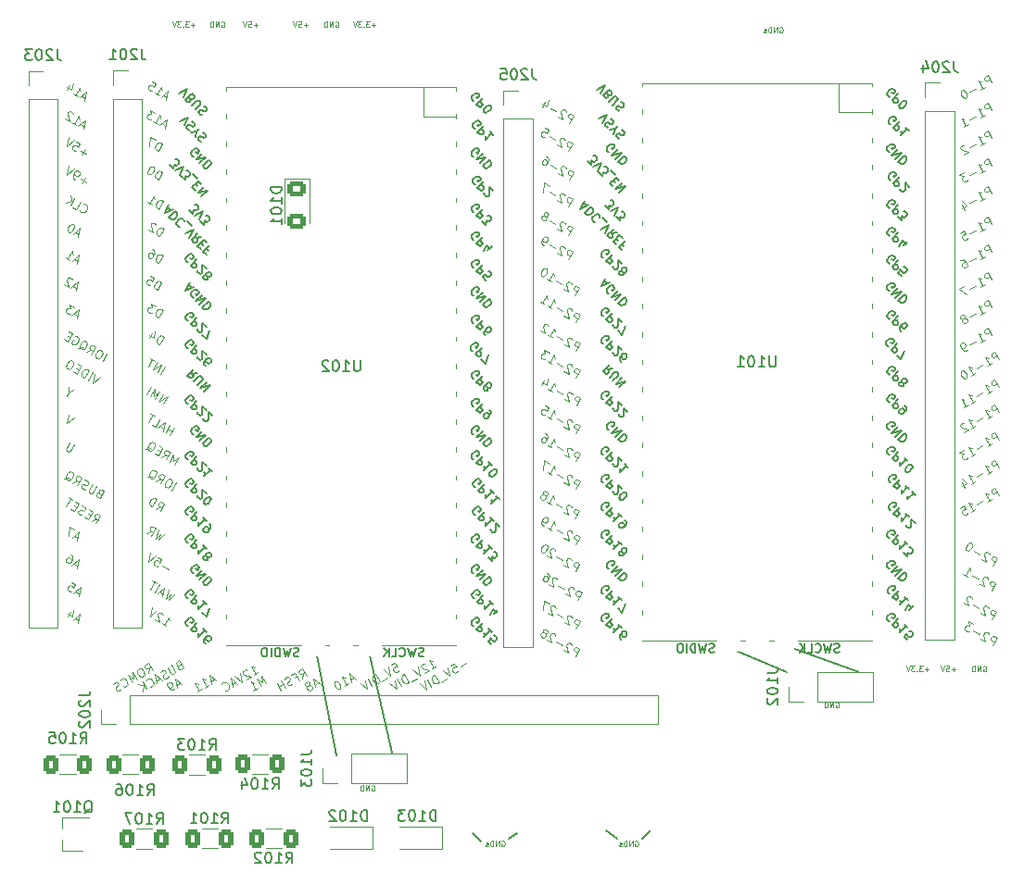
<source format=gbo>
%TF.GenerationSoftware,KiCad,Pcbnew,6.0.11-2627ca5db0~126~ubuntu22.04.1*%
%TF.CreationDate,2023-11-05T18:43:30+00:00*%
%TF.ProjectId,zx-spectrum-diagnostics,7a782d73-7065-4637-9472-756d2d646961,rev?*%
%TF.SameCoordinates,Original*%
%TF.FileFunction,Legend,Bot*%
%TF.FilePolarity,Positive*%
%FSLAX46Y46*%
G04 Gerber Fmt 4.6, Leading zero omitted, Abs format (unit mm)*
G04 Created by KiCad (PCBNEW 6.0.11-2627ca5db0~126~ubuntu22.04.1) date 2023-11-05 18:43:30*
%MOMM*%
%LPD*%
G01*
G04 APERTURE LIST*
G04 Aperture macros list*
%AMRoundRect*
0 Rectangle with rounded corners*
0 $1 Rounding radius*
0 $2 $3 $4 $5 $6 $7 $8 $9 X,Y pos of 4 corners*
0 Add a 4 corners polygon primitive as box body*
4,1,4,$2,$3,$4,$5,$6,$7,$8,$9,$2,$3,0*
0 Add four circle primitives for the rounded corners*
1,1,$1+$1,$2,$3*
1,1,$1+$1,$4,$5*
1,1,$1+$1,$6,$7*
1,1,$1+$1,$8,$9*
0 Add four rect primitives between the rounded corners*
20,1,$1+$1,$2,$3,$4,$5,0*
20,1,$1+$1,$4,$5,$6,$7,0*
20,1,$1+$1,$6,$7,$8,$9,0*
20,1,$1+$1,$8,$9,$2,$3,0*%
G04 Aperture macros list end*
%ADD10C,0.150000*%
%ADD11C,0.125000*%
%ADD12C,0.120000*%
%ADD13R,0.900000X1.200000*%
%ADD14C,2.000000*%
%ADD15RoundRect,0.250000X0.400000X0.625000X-0.400000X0.625000X-0.400000X-0.625000X0.400000X-0.625000X0*%
%ADD16R,1.700000X1.700000*%
%ADD17O,1.700000X1.700000*%
%ADD18C,1.524000*%
%ADD19RoundRect,0.250000X-0.400000X-0.625000X0.400000X-0.625000X0.400000X0.625000X-0.400000X0.625000X0*%
%ADD20R,2.000000X0.650000*%
%ADD21RoundRect,0.250001X-0.624999X0.462499X-0.624999X-0.462499X0.624999X-0.462499X0.624999X0.462499X0*%
%ADD22O,1.800000X1.800000*%
%ADD23O,1.500000X1.500000*%
%ADD24R,3.500000X1.700000*%
%ADD25R,1.700000X3.500000*%
G04 APERTURE END LIST*
D10*
X141158000Y-150338000D02*
X141920000Y-149576000D01*
X138872000Y-150338000D02*
X137856000Y-149576000D01*
X128966000Y-150338000D02*
X129728000Y-149830000D01*
X126426000Y-150592000D02*
X125664000Y-149830000D01*
D11*
X140471333Y-150596000D02*
X140518952Y-150572190D01*
X140590380Y-150572190D01*
X140661809Y-150596000D01*
X140709428Y-150643619D01*
X140733238Y-150691238D01*
X140757047Y-150786476D01*
X140757047Y-150857904D01*
X140733238Y-150953142D01*
X140709428Y-151000761D01*
X140661809Y-151048380D01*
X140590380Y-151072190D01*
X140542761Y-151072190D01*
X140471333Y-151048380D01*
X140447523Y-151024571D01*
X140447523Y-150857904D01*
X140542761Y-150857904D01*
X140233238Y-151072190D02*
X140233238Y-150572190D01*
X139947523Y-151072190D01*
X139947523Y-150572190D01*
X139709428Y-151072190D02*
X139709428Y-150572190D01*
X139590380Y-150572190D01*
X139518952Y-150596000D01*
X139471333Y-150643619D01*
X139447523Y-150691238D01*
X139423714Y-150786476D01*
X139423714Y-150857904D01*
X139447523Y-150953142D01*
X139471333Y-151000761D01*
X139518952Y-151048380D01*
X139590380Y-151072190D01*
X139709428Y-151072190D01*
X139233238Y-151048380D02*
X139185619Y-151072190D01*
X139090380Y-151072190D01*
X139042761Y-151048380D01*
X139018952Y-151000761D01*
X139018952Y-150976952D01*
X139042761Y-150929333D01*
X139090380Y-150905523D01*
X139161809Y-150905523D01*
X139209428Y-150881714D01*
X139233238Y-150834095D01*
X139233238Y-150810285D01*
X139209428Y-150762666D01*
X139161809Y-150738857D01*
X139090380Y-150738857D01*
X139042761Y-150762666D01*
X128279333Y-150596000D02*
X128326952Y-150572190D01*
X128398380Y-150572190D01*
X128469809Y-150596000D01*
X128517428Y-150643619D01*
X128541238Y-150691238D01*
X128565047Y-150786476D01*
X128565047Y-150857904D01*
X128541238Y-150953142D01*
X128517428Y-151000761D01*
X128469809Y-151048380D01*
X128398380Y-151072190D01*
X128350761Y-151072190D01*
X128279333Y-151048380D01*
X128255523Y-151024571D01*
X128255523Y-150857904D01*
X128350761Y-150857904D01*
X128041238Y-151072190D02*
X128041238Y-150572190D01*
X127755523Y-151072190D01*
X127755523Y-150572190D01*
X127517428Y-151072190D02*
X127517428Y-150572190D01*
X127398380Y-150572190D01*
X127326952Y-150596000D01*
X127279333Y-150643619D01*
X127255523Y-150691238D01*
X127231714Y-150786476D01*
X127231714Y-150857904D01*
X127255523Y-150953142D01*
X127279333Y-151000761D01*
X127326952Y-151048380D01*
X127398380Y-151072190D01*
X127517428Y-151072190D01*
X127041238Y-151048380D02*
X126993619Y-151072190D01*
X126898380Y-151072190D01*
X126850761Y-151048380D01*
X126826952Y-151000761D01*
X126826952Y-150976952D01*
X126850761Y-150929333D01*
X126898380Y-150905523D01*
X126969809Y-150905523D01*
X127017428Y-150881714D01*
X127041238Y-150834095D01*
X127041238Y-150810285D01*
X127017428Y-150762666D01*
X126969809Y-150738857D01*
X126898380Y-150738857D01*
X126850761Y-150762666D01*
X167304000Y-134879714D02*
X166923047Y-134879714D01*
X167113523Y-135070190D02*
X167113523Y-134689238D01*
X166732571Y-134570190D02*
X166423047Y-134570190D01*
X166589714Y-134760666D01*
X166518285Y-134760666D01*
X166470666Y-134784476D01*
X166446857Y-134808285D01*
X166423047Y-134855904D01*
X166423047Y-134974952D01*
X166446857Y-135022571D01*
X166470666Y-135046380D01*
X166518285Y-135070190D01*
X166661142Y-135070190D01*
X166708761Y-135046380D01*
X166732571Y-135022571D01*
X166208761Y-135022571D02*
X166184952Y-135046380D01*
X166208761Y-135070190D01*
X166232571Y-135046380D01*
X166208761Y-135022571D01*
X166208761Y-135070190D01*
X166018285Y-134570190D02*
X165708761Y-134570190D01*
X165875428Y-134760666D01*
X165804000Y-134760666D01*
X165756380Y-134784476D01*
X165732571Y-134808285D01*
X165708761Y-134855904D01*
X165708761Y-134974952D01*
X165732571Y-135022571D01*
X165756380Y-135046380D01*
X165804000Y-135070190D01*
X165946857Y-135070190D01*
X165994476Y-135046380D01*
X166018285Y-135022571D01*
X165565904Y-134570190D02*
X165399238Y-135070190D01*
X165232571Y-134570190D01*
X100248000Y-75951714D02*
X99867047Y-75951714D01*
X100057523Y-76142190D02*
X100057523Y-75761238D01*
X99676571Y-75642190D02*
X99367047Y-75642190D01*
X99533714Y-75832666D01*
X99462285Y-75832666D01*
X99414666Y-75856476D01*
X99390857Y-75880285D01*
X99367047Y-75927904D01*
X99367047Y-76046952D01*
X99390857Y-76094571D01*
X99414666Y-76118380D01*
X99462285Y-76142190D01*
X99605142Y-76142190D01*
X99652761Y-76118380D01*
X99676571Y-76094571D01*
X99152761Y-76094571D02*
X99128952Y-76118380D01*
X99152761Y-76142190D01*
X99176571Y-76118380D01*
X99152761Y-76094571D01*
X99152761Y-76142190D01*
X98962285Y-75642190D02*
X98652761Y-75642190D01*
X98819428Y-75832666D01*
X98748000Y-75832666D01*
X98700380Y-75856476D01*
X98676571Y-75880285D01*
X98652761Y-75927904D01*
X98652761Y-76046952D01*
X98676571Y-76094571D01*
X98700380Y-76118380D01*
X98748000Y-76142190D01*
X98890857Y-76142190D01*
X98938476Y-76118380D01*
X98962285Y-76094571D01*
X98509904Y-75642190D02*
X98343238Y-76142190D01*
X98176571Y-75642190D01*
X116758000Y-75951714D02*
X116377047Y-75951714D01*
X116567523Y-76142190D02*
X116567523Y-75761238D01*
X116186571Y-75642190D02*
X115877047Y-75642190D01*
X116043714Y-75832666D01*
X115972285Y-75832666D01*
X115924666Y-75856476D01*
X115900857Y-75880285D01*
X115877047Y-75927904D01*
X115877047Y-76046952D01*
X115900857Y-76094571D01*
X115924666Y-76118380D01*
X115972285Y-76142190D01*
X116115142Y-76142190D01*
X116162761Y-76118380D01*
X116186571Y-76094571D01*
X115662761Y-76094571D02*
X115638952Y-76118380D01*
X115662761Y-76142190D01*
X115686571Y-76118380D01*
X115662761Y-76094571D01*
X115662761Y-76142190D01*
X115472285Y-75642190D02*
X115162761Y-75642190D01*
X115329428Y-75832666D01*
X115258000Y-75832666D01*
X115210380Y-75856476D01*
X115186571Y-75880285D01*
X115162761Y-75927904D01*
X115162761Y-76046952D01*
X115186571Y-76094571D01*
X115210380Y-76118380D01*
X115258000Y-76142190D01*
X115400857Y-76142190D01*
X115448476Y-76118380D01*
X115472285Y-76094571D01*
X115019904Y-75642190D02*
X114853238Y-76142190D01*
X114686571Y-75642190D01*
X110558857Y-75951714D02*
X110177904Y-75951714D01*
X110368380Y-76142190D02*
X110368380Y-75761238D01*
X109701714Y-75642190D02*
X109939809Y-75642190D01*
X109963619Y-75880285D01*
X109939809Y-75856476D01*
X109892190Y-75832666D01*
X109773142Y-75832666D01*
X109725523Y-75856476D01*
X109701714Y-75880285D01*
X109677904Y-75927904D01*
X109677904Y-76046952D01*
X109701714Y-76094571D01*
X109725523Y-76118380D01*
X109773142Y-76142190D01*
X109892190Y-76142190D01*
X109939809Y-76118380D01*
X109963619Y-76094571D01*
X109535047Y-75642190D02*
X109368380Y-76142190D01*
X109201714Y-75642190D01*
X105986857Y-75951714D02*
X105605904Y-75951714D01*
X105796380Y-76142190D02*
X105796380Y-75761238D01*
X105129714Y-75642190D02*
X105367809Y-75642190D01*
X105391619Y-75880285D01*
X105367809Y-75856476D01*
X105320190Y-75832666D01*
X105201142Y-75832666D01*
X105153523Y-75856476D01*
X105129714Y-75880285D01*
X105105904Y-75927904D01*
X105105904Y-76046952D01*
X105129714Y-76094571D01*
X105153523Y-76118380D01*
X105201142Y-76142190D01*
X105320190Y-76142190D01*
X105367809Y-76118380D01*
X105391619Y-76094571D01*
X104963047Y-75642190D02*
X104796380Y-76142190D01*
X104629714Y-75642190D01*
X169740857Y-134879714D02*
X169359904Y-134879714D01*
X169550380Y-135070190D02*
X169550380Y-134689238D01*
X168883714Y-134570190D02*
X169121809Y-134570190D01*
X169145619Y-134808285D01*
X169121809Y-134784476D01*
X169074190Y-134760666D01*
X168955142Y-134760666D01*
X168907523Y-134784476D01*
X168883714Y-134808285D01*
X168859904Y-134855904D01*
X168859904Y-134974952D01*
X168883714Y-135022571D01*
X168907523Y-135046380D01*
X168955142Y-135070190D01*
X169074190Y-135070190D01*
X169121809Y-135046380D01*
X169145619Y-135022571D01*
X168717047Y-134570190D02*
X168550380Y-135070190D01*
X168383714Y-134570190D01*
X172272952Y-134594000D02*
X172320571Y-134570190D01*
X172392000Y-134570190D01*
X172463428Y-134594000D01*
X172511047Y-134641619D01*
X172534857Y-134689238D01*
X172558666Y-134784476D01*
X172558666Y-134855904D01*
X172534857Y-134951142D01*
X172511047Y-134998761D01*
X172463428Y-135046380D01*
X172392000Y-135070190D01*
X172344380Y-135070190D01*
X172272952Y-135046380D01*
X172249142Y-135022571D01*
X172249142Y-134855904D01*
X172344380Y-134855904D01*
X172034857Y-135070190D02*
X172034857Y-134570190D01*
X171749142Y-135070190D01*
X171749142Y-134570190D01*
X171511047Y-135070190D02*
X171511047Y-134570190D01*
X171392000Y-134570190D01*
X171320571Y-134594000D01*
X171272952Y-134641619D01*
X171249142Y-134689238D01*
X171225333Y-134784476D01*
X171225333Y-134855904D01*
X171249142Y-134951142D01*
X171272952Y-134998761D01*
X171320571Y-135046380D01*
X171392000Y-135070190D01*
X171511047Y-135070190D01*
X172272952Y-134594000D02*
X172320571Y-134570190D01*
X172392000Y-134570190D01*
X172463428Y-134594000D01*
X172511047Y-134641619D01*
X172534857Y-134689238D01*
X172558666Y-134784476D01*
X172558666Y-134855904D01*
X172534857Y-134951142D01*
X172511047Y-134998761D01*
X172463428Y-135046380D01*
X172392000Y-135070190D01*
X172344380Y-135070190D01*
X172272952Y-135046380D01*
X172249142Y-135022571D01*
X172249142Y-134855904D01*
X172344380Y-134855904D01*
X172034857Y-135070190D02*
X172034857Y-134570190D01*
X171749142Y-135070190D01*
X171749142Y-134570190D01*
X171511047Y-135070190D02*
X171511047Y-134570190D01*
X171392000Y-134570190D01*
X171320571Y-134594000D01*
X171272952Y-134641619D01*
X171249142Y-134689238D01*
X171225333Y-134784476D01*
X171225333Y-134855904D01*
X171249142Y-134951142D01*
X171272952Y-134998761D01*
X171320571Y-135046380D01*
X171392000Y-135070190D01*
X171511047Y-135070190D01*
X172272952Y-134594000D02*
X172320571Y-134570190D01*
X172392000Y-134570190D01*
X172463428Y-134594000D01*
X172511047Y-134641619D01*
X172534857Y-134689238D01*
X172558666Y-134784476D01*
X172558666Y-134855904D01*
X172534857Y-134951142D01*
X172511047Y-134998761D01*
X172463428Y-135046380D01*
X172392000Y-135070190D01*
X172344380Y-135070190D01*
X172272952Y-135046380D01*
X172249142Y-135022571D01*
X172249142Y-134855904D01*
X172344380Y-134855904D01*
X172034857Y-135070190D02*
X172034857Y-134570190D01*
X171749142Y-135070190D01*
X171749142Y-134570190D01*
X171511047Y-135070190D02*
X171511047Y-134570190D01*
X171392000Y-134570190D01*
X171320571Y-134594000D01*
X171272952Y-134641619D01*
X171249142Y-134689238D01*
X171225333Y-134784476D01*
X171225333Y-134855904D01*
X171249142Y-134951142D01*
X171272952Y-134998761D01*
X171320571Y-135046380D01*
X171392000Y-135070190D01*
X171511047Y-135070190D01*
X102676952Y-75666000D02*
X102724571Y-75642190D01*
X102796000Y-75642190D01*
X102867428Y-75666000D01*
X102915047Y-75713619D01*
X102938857Y-75761238D01*
X102962666Y-75856476D01*
X102962666Y-75927904D01*
X102938857Y-76023142D01*
X102915047Y-76070761D01*
X102867428Y-76118380D01*
X102796000Y-76142190D01*
X102748380Y-76142190D01*
X102676952Y-76118380D01*
X102653142Y-76094571D01*
X102653142Y-75927904D01*
X102748380Y-75927904D01*
X102438857Y-76142190D02*
X102438857Y-75642190D01*
X102153142Y-76142190D01*
X102153142Y-75642190D01*
X101915047Y-76142190D02*
X101915047Y-75642190D01*
X101796000Y-75642190D01*
X101724571Y-75666000D01*
X101676952Y-75713619D01*
X101653142Y-75761238D01*
X101629333Y-75856476D01*
X101629333Y-75927904D01*
X101653142Y-76023142D01*
X101676952Y-76070761D01*
X101724571Y-76118380D01*
X101796000Y-76142190D01*
X101915047Y-76142190D01*
X113090952Y-75666000D02*
X113138571Y-75642190D01*
X113210000Y-75642190D01*
X113281428Y-75666000D01*
X113329047Y-75713619D01*
X113352857Y-75761238D01*
X113376666Y-75856476D01*
X113376666Y-75927904D01*
X113352857Y-76023142D01*
X113329047Y-76070761D01*
X113281428Y-76118380D01*
X113210000Y-76142190D01*
X113162380Y-76142190D01*
X113090952Y-76118380D01*
X113067142Y-76094571D01*
X113067142Y-75927904D01*
X113162380Y-75927904D01*
X112852857Y-76142190D02*
X112852857Y-75642190D01*
X112567142Y-76142190D01*
X112567142Y-75642190D01*
X112329047Y-76142190D02*
X112329047Y-75642190D01*
X112210000Y-75642190D01*
X112138571Y-75666000D01*
X112090952Y-75713619D01*
X112067142Y-75761238D01*
X112043333Y-75856476D01*
X112043333Y-75927904D01*
X112067142Y-76023142D01*
X112090952Y-76070761D01*
X112138571Y-76118380D01*
X112210000Y-76142190D01*
X112329047Y-76142190D01*
X153679333Y-76174000D02*
X153726952Y-76150190D01*
X153798380Y-76150190D01*
X153869809Y-76174000D01*
X153917428Y-76221619D01*
X153941238Y-76269238D01*
X153965047Y-76364476D01*
X153965047Y-76435904D01*
X153941238Y-76531142D01*
X153917428Y-76578761D01*
X153869809Y-76626380D01*
X153798380Y-76650190D01*
X153750761Y-76650190D01*
X153679333Y-76626380D01*
X153655523Y-76602571D01*
X153655523Y-76435904D01*
X153750761Y-76435904D01*
X153441238Y-76650190D02*
X153441238Y-76150190D01*
X153155523Y-76650190D01*
X153155523Y-76150190D01*
X152917428Y-76650190D02*
X152917428Y-76150190D01*
X152798380Y-76150190D01*
X152726952Y-76174000D01*
X152679333Y-76221619D01*
X152655523Y-76269238D01*
X152631714Y-76364476D01*
X152631714Y-76435904D01*
X152655523Y-76531142D01*
X152679333Y-76578761D01*
X152726952Y-76626380D01*
X152798380Y-76650190D01*
X152917428Y-76650190D01*
X152441238Y-76626380D02*
X152393619Y-76650190D01*
X152298380Y-76650190D01*
X152250761Y-76626380D01*
X152226952Y-76578761D01*
X152226952Y-76554952D01*
X152250761Y-76507333D01*
X152298380Y-76483523D01*
X152369809Y-76483523D01*
X152417428Y-76459714D01*
X152441238Y-76412095D01*
X152441238Y-76388285D01*
X152417428Y-76340666D01*
X152369809Y-76316857D01*
X152298380Y-76316857D01*
X152250761Y-76340666D01*
X158810952Y-137896000D02*
X158858571Y-137872190D01*
X158930000Y-137872190D01*
X159001428Y-137896000D01*
X159049047Y-137943619D01*
X159072857Y-137991238D01*
X159096666Y-138086476D01*
X159096666Y-138157904D01*
X159072857Y-138253142D01*
X159049047Y-138300761D01*
X159001428Y-138348380D01*
X158930000Y-138372190D01*
X158882380Y-138372190D01*
X158810952Y-138348380D01*
X158787142Y-138324571D01*
X158787142Y-138157904D01*
X158882380Y-138157904D01*
X158572857Y-138372190D02*
X158572857Y-137872190D01*
X158287142Y-138372190D01*
X158287142Y-137872190D01*
X158049047Y-138372190D02*
X158049047Y-137872190D01*
X157930000Y-137872190D01*
X157858571Y-137896000D01*
X157810952Y-137943619D01*
X157787142Y-137991238D01*
X157763333Y-138086476D01*
X157763333Y-138157904D01*
X157787142Y-138253142D01*
X157810952Y-138300761D01*
X157858571Y-138348380D01*
X157930000Y-138372190D01*
X158049047Y-138372190D01*
X116392952Y-145516000D02*
X116440571Y-145492190D01*
X116512000Y-145492190D01*
X116583428Y-145516000D01*
X116631047Y-145563619D01*
X116654857Y-145611238D01*
X116678666Y-145706476D01*
X116678666Y-145777904D01*
X116654857Y-145873142D01*
X116631047Y-145920761D01*
X116583428Y-145968380D01*
X116512000Y-145992190D01*
X116464380Y-145992190D01*
X116392952Y-145968380D01*
X116369142Y-145944571D01*
X116369142Y-145777904D01*
X116464380Y-145777904D01*
X116154857Y-145992190D02*
X116154857Y-145492190D01*
X115869142Y-145992190D01*
X115869142Y-145492190D01*
X115631047Y-145992190D02*
X115631047Y-145492190D01*
X115512000Y-145492190D01*
X115440571Y-145516000D01*
X115392952Y-145563619D01*
X115369142Y-145611238D01*
X115345333Y-145706476D01*
X115345333Y-145777904D01*
X115369142Y-145873142D01*
X115392952Y-145920761D01*
X115440571Y-145968380D01*
X115512000Y-145992190D01*
X115631047Y-145992190D01*
D10*
X111440000Y-133574000D02*
X113218000Y-142718000D01*
X116266000Y-133574000D02*
X118298000Y-142464000D01*
X149540000Y-133066000D02*
X154366000Y-135098000D01*
X154620000Y-132812000D02*
X160970000Y-135098000D01*
D11*
X173730444Y-118949936D02*
X173330444Y-118257116D01*
X173066512Y-118409497D01*
X173019577Y-118480583D01*
X173005633Y-118532622D01*
X173010737Y-118617653D01*
X173067880Y-118716627D01*
X173138966Y-118763563D01*
X173191005Y-118777506D01*
X173276036Y-118772403D01*
X173539968Y-118620022D01*
X172674718Y-119559460D02*
X173070615Y-119330888D01*
X172872666Y-119445174D02*
X172472666Y-118752354D01*
X172595792Y-118813233D01*
X172699870Y-118841121D01*
X172784901Y-118836017D01*
X172225414Y-119466957D02*
X171697550Y-119771719D01*
X171157111Y-120435650D02*
X171553008Y-120207079D01*
X171355060Y-120321365D02*
X170955060Y-119628544D01*
X171078186Y-119689423D01*
X171182264Y-119717311D01*
X171267294Y-119712207D01*
X170130274Y-120104735D02*
X170460188Y-119914259D01*
X170683656Y-120225125D01*
X170631617Y-120211182D01*
X170546586Y-120216285D01*
X170381629Y-120311523D01*
X170334694Y-120382610D01*
X170320750Y-120434649D01*
X170325854Y-120519680D01*
X170421092Y-120684637D01*
X170492178Y-120731572D01*
X170544217Y-120745516D01*
X170629248Y-120740412D01*
X170794205Y-120645174D01*
X170841140Y-120574087D01*
X170855084Y-120522048D01*
X173730444Y-116409936D02*
X173330444Y-115717116D01*
X173066512Y-115869497D01*
X173019577Y-115940583D01*
X173005633Y-115992622D01*
X173010737Y-116077653D01*
X173067880Y-116176627D01*
X173138966Y-116223563D01*
X173191005Y-116237506D01*
X173276036Y-116232403D01*
X173539968Y-116080022D01*
X172674718Y-117019460D02*
X173070615Y-116790888D01*
X172872666Y-116905174D02*
X172472666Y-116212354D01*
X172595792Y-116273233D01*
X172699870Y-116301121D01*
X172784901Y-116296017D01*
X172225414Y-116926957D02*
X171697550Y-117231719D01*
X171157111Y-117895650D02*
X171553008Y-117667079D01*
X171355060Y-117781365D02*
X170955060Y-117088544D01*
X171078186Y-117149423D01*
X171182264Y-117177311D01*
X171267294Y-117172207D01*
X170296598Y-117776627D02*
X170563265Y-118238508D01*
X170309175Y-117417458D02*
X170759846Y-117817091D01*
X170330957Y-118064710D01*
X173730444Y-113869936D02*
X173330444Y-113177116D01*
X173066512Y-113329497D01*
X173019577Y-113400583D01*
X173005633Y-113452622D01*
X173010737Y-113537653D01*
X173067880Y-113636627D01*
X173138966Y-113683563D01*
X173191005Y-113697506D01*
X173276036Y-113692403D01*
X173539968Y-113540022D01*
X172674718Y-114479460D02*
X173070615Y-114250888D01*
X172872666Y-114365174D02*
X172472666Y-113672354D01*
X172595792Y-113733233D01*
X172699870Y-113761121D01*
X172784901Y-113756017D01*
X172225414Y-114386957D02*
X171697550Y-114691719D01*
X171157111Y-115355650D02*
X171553008Y-115127079D01*
X171355060Y-115241365D02*
X170955060Y-114548544D01*
X171078186Y-114609423D01*
X171182264Y-114637311D01*
X171267294Y-114632207D01*
X170526171Y-114796163D02*
X170097282Y-115043782D01*
X170480603Y-115174381D01*
X170381629Y-115231523D01*
X170334694Y-115302610D01*
X170320750Y-115354649D01*
X170325854Y-115439680D01*
X170421092Y-115604637D01*
X170492178Y-115651572D01*
X170544217Y-115665516D01*
X170629248Y-115660412D01*
X170827197Y-115546127D01*
X170874132Y-115475040D01*
X170888076Y-115423001D01*
X173730444Y-111329936D02*
X173330444Y-110637116D01*
X173066512Y-110789497D01*
X173019577Y-110860583D01*
X173005633Y-110912622D01*
X173010737Y-110997653D01*
X173067880Y-111096627D01*
X173138966Y-111143563D01*
X173191005Y-111157506D01*
X173276036Y-111152403D01*
X173539968Y-111000022D01*
X172674718Y-111939460D02*
X173070615Y-111710888D01*
X172872666Y-111825174D02*
X172472666Y-111132354D01*
X172595792Y-111193233D01*
X172699870Y-111221121D01*
X172784901Y-111216017D01*
X172225414Y-111846957D02*
X171697550Y-112151719D01*
X171157111Y-112815650D02*
X171553008Y-112587079D01*
X171355060Y-112701365D02*
X170955060Y-112008544D01*
X171078186Y-112069423D01*
X171182264Y-112097311D01*
X171267294Y-112092207D01*
X170531275Y-112341194D02*
X170479236Y-112327250D01*
X170394205Y-112332354D01*
X170229248Y-112427592D01*
X170182313Y-112498679D01*
X170168369Y-112550718D01*
X170173473Y-112635748D01*
X170211568Y-112701731D01*
X170301702Y-112781658D01*
X170926171Y-112948984D01*
X170497282Y-113196603D01*
X173730444Y-109043936D02*
X173330444Y-108351116D01*
X173066512Y-108503497D01*
X173019577Y-108574583D01*
X173005633Y-108626622D01*
X173010737Y-108711653D01*
X173067880Y-108810627D01*
X173138966Y-108857563D01*
X173191005Y-108871506D01*
X173276036Y-108866403D01*
X173539968Y-108714022D01*
X172674718Y-109653460D02*
X173070615Y-109424888D01*
X172872666Y-109539174D02*
X172472666Y-108846354D01*
X172595792Y-108907233D01*
X172699870Y-108935121D01*
X172784901Y-108930017D01*
X172225414Y-109560957D02*
X171697550Y-109865719D01*
X171157111Y-110529650D02*
X171553008Y-110301079D01*
X171355060Y-110415365D02*
X170955060Y-109722544D01*
X171078186Y-109783423D01*
X171182264Y-109811311D01*
X171267294Y-109806207D01*
X170497282Y-110910603D02*
X170893180Y-110682031D01*
X170695231Y-110796317D02*
X170295231Y-110103497D01*
X170418357Y-110164376D01*
X170522435Y-110192263D01*
X170607465Y-110187160D01*
X173730444Y-106503936D02*
X173330444Y-105811116D01*
X173066512Y-105963497D01*
X173019577Y-106034583D01*
X173005633Y-106086622D01*
X173010737Y-106171653D01*
X173067880Y-106270627D01*
X173138966Y-106317563D01*
X173191005Y-106331506D01*
X173276036Y-106326403D01*
X173539968Y-106174022D01*
X172674718Y-107113460D02*
X173070615Y-106884888D01*
X172872666Y-106999174D02*
X172472666Y-106306354D01*
X172595792Y-106367233D01*
X172699870Y-106395121D01*
X172784901Y-106390017D01*
X172225414Y-107020957D02*
X171697550Y-107325719D01*
X171157111Y-107989650D02*
X171553008Y-107761079D01*
X171355060Y-107875365D02*
X170955060Y-107182544D01*
X171078186Y-107243423D01*
X171182264Y-107271311D01*
X171267294Y-107266207D01*
X170328222Y-107544449D02*
X170262239Y-107582544D01*
X170215304Y-107653631D01*
X170201360Y-107705670D01*
X170206464Y-107790701D01*
X170249663Y-107941714D01*
X170344901Y-108106671D01*
X170454083Y-108219589D01*
X170525170Y-108266525D01*
X170577209Y-108280468D01*
X170662239Y-108275365D01*
X170728222Y-108237269D01*
X170775158Y-108166183D01*
X170789101Y-108114144D01*
X170783998Y-108029113D01*
X170740799Y-107878100D01*
X170645561Y-107713143D01*
X170536379Y-107600224D01*
X170465292Y-107553289D01*
X170413253Y-107539345D01*
X170328222Y-107544449D01*
X173070615Y-104344888D02*
X172670615Y-103652068D01*
X172406683Y-103804449D01*
X172359748Y-103875536D01*
X172345804Y-103927575D01*
X172350908Y-104012605D01*
X172408051Y-104111580D01*
X172479138Y-104158515D01*
X172531177Y-104172459D01*
X172616207Y-104167355D01*
X172880139Y-104014974D01*
X172014889Y-104954412D02*
X172410786Y-104725841D01*
X172212837Y-104840127D02*
X171812837Y-104147306D01*
X171935963Y-104208185D01*
X172040041Y-104236073D01*
X172125072Y-104230969D01*
X171565585Y-104861909D02*
X171037722Y-105166671D01*
X170827197Y-105640127D02*
X170695231Y-105716317D01*
X170610200Y-105721421D01*
X170558161Y-105707477D01*
X170435036Y-105646598D01*
X170325854Y-105533680D01*
X170173473Y-105269748D01*
X170168369Y-105184718D01*
X170182313Y-105132679D01*
X170229248Y-105061592D01*
X170361214Y-104985401D01*
X170446244Y-104980298D01*
X170498283Y-104994241D01*
X170569370Y-105041177D01*
X170664608Y-105206134D01*
X170669712Y-105291164D01*
X170655768Y-105343204D01*
X170608833Y-105414290D01*
X170476867Y-105490481D01*
X170391837Y-105495585D01*
X170339797Y-105481641D01*
X170268711Y-105434705D01*
X173070615Y-101804888D02*
X172670615Y-101112068D01*
X172406683Y-101264449D01*
X172359748Y-101335536D01*
X172345804Y-101387575D01*
X172350908Y-101472605D01*
X172408051Y-101571580D01*
X172479138Y-101618515D01*
X172531177Y-101632459D01*
X172616207Y-101627355D01*
X172880139Y-101474974D01*
X172014889Y-102414412D02*
X172410786Y-102185841D01*
X172212837Y-102300127D02*
X171812837Y-101607306D01*
X171935963Y-101668185D01*
X172040041Y-101696073D01*
X172125072Y-101690969D01*
X171565585Y-102321909D02*
X171037722Y-102626671D01*
X170532642Y-102742324D02*
X170579578Y-102671238D01*
X170593521Y-102619199D01*
X170588418Y-102534168D01*
X170569370Y-102501177D01*
X170498283Y-102454241D01*
X170446244Y-102440298D01*
X170361214Y-102445401D01*
X170229248Y-102521592D01*
X170182313Y-102592679D01*
X170168369Y-102644718D01*
X170173473Y-102729748D01*
X170192520Y-102762740D01*
X170263607Y-102809675D01*
X170315646Y-102823619D01*
X170400677Y-102818515D01*
X170532642Y-102742324D01*
X170617673Y-102737221D01*
X170669712Y-102751164D01*
X170740799Y-102798100D01*
X170816989Y-102930066D01*
X170822093Y-103015096D01*
X170808149Y-103067135D01*
X170761214Y-103138222D01*
X170629248Y-103214412D01*
X170544217Y-103219516D01*
X170492178Y-103205572D01*
X170421092Y-103158637D01*
X170344901Y-103026671D01*
X170339797Y-102941641D01*
X170353741Y-102889602D01*
X170400677Y-102818515D01*
X173070615Y-99264888D02*
X172670615Y-98572068D01*
X172406683Y-98724449D01*
X172359748Y-98795536D01*
X172345804Y-98847575D01*
X172350908Y-98932605D01*
X172408051Y-99031580D01*
X172479138Y-99078515D01*
X172531177Y-99092459D01*
X172616207Y-99087355D01*
X172880139Y-98934974D01*
X172014889Y-99874412D02*
X172410786Y-99645841D01*
X172212837Y-99760127D02*
X171812837Y-99067306D01*
X171935963Y-99128185D01*
X172040041Y-99156073D01*
X172125072Y-99150969D01*
X171565585Y-99781909D02*
X171037722Y-100086671D01*
X170526171Y-99810163D02*
X170064291Y-100076830D01*
X170761214Y-100598222D01*
X173070615Y-96724888D02*
X172670615Y-96032068D01*
X172406683Y-96184449D01*
X172359748Y-96255536D01*
X172345804Y-96307575D01*
X172350908Y-96392605D01*
X172408051Y-96491580D01*
X172479138Y-96538515D01*
X172531177Y-96552459D01*
X172616207Y-96547355D01*
X172880139Y-96394974D01*
X172014889Y-97334412D02*
X172410786Y-97105841D01*
X172212837Y-97220127D02*
X171812837Y-96527306D01*
X171935963Y-96588185D01*
X172040041Y-96616073D01*
X172125072Y-96610969D01*
X171565585Y-97241909D02*
X171037722Y-97546671D01*
X170163265Y-97479687D02*
X170295231Y-97403497D01*
X170380261Y-97398393D01*
X170432300Y-97412337D01*
X170555426Y-97473216D01*
X170664608Y-97586134D01*
X170816989Y-97850066D01*
X170822093Y-97935096D01*
X170808149Y-97987135D01*
X170761214Y-98058222D01*
X170629248Y-98134412D01*
X170544217Y-98139516D01*
X170492178Y-98125572D01*
X170421092Y-98078637D01*
X170325854Y-97913680D01*
X170320750Y-97828649D01*
X170334694Y-97776610D01*
X170381629Y-97705523D01*
X170513595Y-97629333D01*
X170598625Y-97624229D01*
X170650664Y-97638173D01*
X170721751Y-97685108D01*
X173070615Y-94184888D02*
X172670615Y-93492068D01*
X172406683Y-93644449D01*
X172359748Y-93715536D01*
X172345804Y-93767575D01*
X172350908Y-93852605D01*
X172408051Y-93951580D01*
X172479138Y-93998515D01*
X172531177Y-94012459D01*
X172616207Y-94007355D01*
X172880139Y-93854974D01*
X172014889Y-94794412D02*
X172410786Y-94565841D01*
X172212837Y-94680127D02*
X171812837Y-93987306D01*
X171935963Y-94048185D01*
X172040041Y-94076073D01*
X172125072Y-94070969D01*
X171565585Y-94701909D02*
X171037722Y-95006671D01*
X170130274Y-94958735D02*
X170460188Y-94768259D01*
X170683656Y-95079125D01*
X170631617Y-95065182D01*
X170546586Y-95070285D01*
X170381629Y-95165523D01*
X170334694Y-95236610D01*
X170320750Y-95288649D01*
X170325854Y-95373680D01*
X170421092Y-95538637D01*
X170492178Y-95585572D01*
X170544217Y-95599516D01*
X170629248Y-95594412D01*
X170794205Y-95499174D01*
X170841140Y-95428087D01*
X170855084Y-95376048D01*
X173070615Y-91390888D02*
X172670615Y-90698068D01*
X172406683Y-90850449D01*
X172359748Y-90921536D01*
X172345804Y-90973575D01*
X172350908Y-91058605D01*
X172408051Y-91157580D01*
X172479138Y-91204515D01*
X172531177Y-91218459D01*
X172616207Y-91213355D01*
X172880139Y-91060974D01*
X172014889Y-92000412D02*
X172410786Y-91771841D01*
X172212837Y-91886127D02*
X171812837Y-91193306D01*
X171935963Y-91254185D01*
X172040041Y-91282073D01*
X172125072Y-91276969D01*
X171565585Y-91907909D02*
X171037722Y-92212671D01*
X170296598Y-92376627D02*
X170563265Y-92838508D01*
X170309175Y-92017458D02*
X170759846Y-92417091D01*
X170330957Y-92664710D01*
X173070615Y-88850888D02*
X172670615Y-88158068D01*
X172406683Y-88310449D01*
X172359748Y-88381536D01*
X172345804Y-88433575D01*
X172350908Y-88518605D01*
X172408051Y-88617580D01*
X172479138Y-88664515D01*
X172531177Y-88678459D01*
X172616207Y-88673355D01*
X172880139Y-88520974D01*
X172014889Y-89460412D02*
X172410786Y-89231841D01*
X172212837Y-89346127D02*
X171812837Y-88653306D01*
X171935963Y-88714185D01*
X172040041Y-88742073D01*
X172125072Y-88736969D01*
X171565585Y-89367909D02*
X171037722Y-89672671D01*
X170526171Y-89396163D02*
X170097282Y-89643782D01*
X170480603Y-89774381D01*
X170381629Y-89831523D01*
X170334694Y-89902610D01*
X170320750Y-89954649D01*
X170325854Y-90039680D01*
X170421092Y-90204637D01*
X170492178Y-90251572D01*
X170544217Y-90265516D01*
X170629248Y-90260412D01*
X170827197Y-90146127D01*
X170874132Y-90075040D01*
X170888076Y-90023001D01*
X173070615Y-86310888D02*
X172670615Y-85618068D01*
X172406683Y-85770449D01*
X172359748Y-85841536D01*
X172345804Y-85893575D01*
X172350908Y-85978605D01*
X172408051Y-86077580D01*
X172479138Y-86124515D01*
X172531177Y-86138459D01*
X172616207Y-86133355D01*
X172880139Y-85980974D01*
X172014889Y-86920412D02*
X172410786Y-86691841D01*
X172212837Y-86806127D02*
X171812837Y-86113306D01*
X171935963Y-86174185D01*
X172040041Y-86202073D01*
X172125072Y-86196969D01*
X171565585Y-86827909D02*
X171037722Y-87132671D01*
X170531275Y-86941194D02*
X170479236Y-86927250D01*
X170394205Y-86932354D01*
X170229248Y-87027592D01*
X170182313Y-87098679D01*
X170168369Y-87150718D01*
X170173473Y-87235748D01*
X170211568Y-87301731D01*
X170301702Y-87381658D01*
X170926171Y-87548984D01*
X170497282Y-87796603D01*
X173070615Y-83770888D02*
X172670615Y-83078068D01*
X172406683Y-83230449D01*
X172359748Y-83301536D01*
X172345804Y-83353575D01*
X172350908Y-83438605D01*
X172408051Y-83537580D01*
X172479138Y-83584515D01*
X172531177Y-83598459D01*
X172616207Y-83593355D01*
X172880139Y-83440974D01*
X172014889Y-84380412D02*
X172410786Y-84151841D01*
X172212837Y-84266127D02*
X171812837Y-83573306D01*
X171935963Y-83634185D01*
X172040041Y-83662073D01*
X172125072Y-83656969D01*
X171565585Y-84287909D02*
X171037722Y-84592671D01*
X170497282Y-85256603D02*
X170893180Y-85028031D01*
X170695231Y-85142317D02*
X170295231Y-84449497D01*
X170418357Y-84510376D01*
X170522435Y-84538263D01*
X170607465Y-84533160D01*
X173070615Y-81230888D02*
X172670615Y-80538068D01*
X172406683Y-80690449D01*
X172359748Y-80761536D01*
X172345804Y-80813575D01*
X172350908Y-80898605D01*
X172408051Y-80997580D01*
X172479138Y-81044515D01*
X172531177Y-81058459D01*
X172616207Y-81053355D01*
X172880139Y-80900974D01*
X172014889Y-81840412D02*
X172410786Y-81611841D01*
X172212837Y-81726127D02*
X171812837Y-81033306D01*
X171935963Y-81094185D01*
X172040041Y-81122073D01*
X172125072Y-81116969D01*
X171565585Y-81747909D02*
X171037722Y-82052671D01*
X170328222Y-81890449D02*
X170262239Y-81928544D01*
X170215304Y-81999631D01*
X170201360Y-82051670D01*
X170206464Y-82136701D01*
X170249663Y-82287714D01*
X170344901Y-82452671D01*
X170454083Y-82565589D01*
X170525170Y-82612525D01*
X170577209Y-82626468D01*
X170662239Y-82621365D01*
X170728222Y-82583269D01*
X170775158Y-82512183D01*
X170789101Y-82460144D01*
X170783998Y-82375113D01*
X170740799Y-82224100D01*
X170645561Y-82059143D01*
X170536379Y-81946224D01*
X170465292Y-81899289D01*
X170413253Y-81885345D01*
X170328222Y-81890449D01*
X135014539Y-123424900D02*
X135414539Y-122732080D01*
X135150607Y-122579699D01*
X135065577Y-122574595D01*
X135013538Y-122588539D01*
X134942451Y-122635474D01*
X134885308Y-122734449D01*
X134880205Y-122819479D01*
X134894148Y-122871518D01*
X134941084Y-122942605D01*
X135205015Y-123094986D01*
X134716615Y-122417111D02*
X134702671Y-122365071D01*
X134655736Y-122293985D01*
X134490779Y-122198747D01*
X134405748Y-122193643D01*
X134353709Y-122207587D01*
X134282622Y-122254522D01*
X134244527Y-122320505D01*
X134220376Y-122438527D01*
X134387702Y-123062996D01*
X133958813Y-122815377D01*
X133814271Y-122380016D02*
X133286408Y-122075255D01*
X132441206Y-121939186D02*
X132837104Y-122167758D01*
X132639155Y-122053472D02*
X133039155Y-121360651D01*
X133047995Y-121497721D01*
X133075883Y-121601799D01*
X133122818Y-121672886D01*
X132111292Y-121748710D02*
X131979326Y-121672519D01*
X131932391Y-121601433D01*
X131918447Y-121549394D01*
X131909607Y-121412324D01*
X131952806Y-121261311D01*
X132105187Y-120997379D01*
X132176274Y-120950444D01*
X132228313Y-120936500D01*
X132313343Y-120941604D01*
X132445309Y-121017794D01*
X132492244Y-121088881D01*
X132506188Y-121140920D01*
X132501084Y-121225951D01*
X132405846Y-121390908D01*
X132334760Y-121437843D01*
X132282720Y-121451787D01*
X132197690Y-121446683D01*
X132065724Y-121370493D01*
X132018789Y-121299406D01*
X132004845Y-121247367D01*
X132009949Y-121162336D01*
X135014539Y-118344900D02*
X135414539Y-117652080D01*
X135150607Y-117499699D01*
X135065577Y-117494595D01*
X135013538Y-117508539D01*
X134942451Y-117555474D01*
X134885308Y-117654449D01*
X134880205Y-117739479D01*
X134894148Y-117791518D01*
X134941084Y-117862605D01*
X135205015Y-118014986D01*
X134716615Y-117337111D02*
X134702671Y-117285071D01*
X134655736Y-117213985D01*
X134490779Y-117118747D01*
X134405748Y-117113643D01*
X134353709Y-117127587D01*
X134282622Y-117174522D01*
X134244527Y-117240505D01*
X134220376Y-117358527D01*
X134387702Y-117982996D01*
X133958813Y-117735377D01*
X133814271Y-117300016D02*
X133286408Y-116995255D01*
X132441206Y-116859186D02*
X132837104Y-117087758D01*
X132639155Y-116973472D02*
X133039155Y-116280651D01*
X133047995Y-116417721D01*
X133075883Y-116521799D01*
X133122818Y-116592886D01*
X132610266Y-116033032D02*
X132148386Y-115766366D01*
X132045309Y-116630615D01*
X135014539Y-113264900D02*
X135414539Y-112572080D01*
X135150607Y-112419699D01*
X135065577Y-112414595D01*
X135013538Y-112428539D01*
X134942451Y-112475474D01*
X134885308Y-112574449D01*
X134880205Y-112659479D01*
X134894148Y-112711518D01*
X134941084Y-112782605D01*
X135205015Y-112934986D01*
X134716615Y-112257111D02*
X134702671Y-112205071D01*
X134655736Y-112133985D01*
X134490779Y-112038747D01*
X134405748Y-112033643D01*
X134353709Y-112047587D01*
X134282622Y-112094522D01*
X134244527Y-112160505D01*
X134220376Y-112278527D01*
X134387702Y-112902996D01*
X133958813Y-112655377D01*
X133814271Y-112220016D02*
X133286408Y-111915255D01*
X132441206Y-111779186D02*
X132837104Y-112007758D01*
X132639155Y-111893472D02*
X133039155Y-111200651D01*
X133047995Y-111337721D01*
X133075883Y-111441799D01*
X133122818Y-111512886D01*
X132214369Y-110724461D02*
X132544283Y-110914937D01*
X132386799Y-111263899D01*
X132372855Y-111211860D01*
X132325920Y-111140773D01*
X132160962Y-111045535D01*
X132075932Y-111040432D01*
X132023893Y-111054375D01*
X131952806Y-111101311D01*
X131857568Y-111266268D01*
X131852464Y-111351298D01*
X131866408Y-111403337D01*
X131913343Y-111474424D01*
X132078300Y-111569662D01*
X132163331Y-111574766D01*
X132215370Y-111560822D01*
X135014539Y-108184900D02*
X135414539Y-107492080D01*
X135150607Y-107339699D01*
X135065577Y-107334595D01*
X135013538Y-107348539D01*
X134942451Y-107395474D01*
X134885308Y-107494449D01*
X134880205Y-107579479D01*
X134894148Y-107631518D01*
X134941084Y-107702605D01*
X135205015Y-107854986D01*
X134716615Y-107177111D02*
X134702671Y-107125071D01*
X134655736Y-107053985D01*
X134490779Y-106958747D01*
X134405748Y-106953643D01*
X134353709Y-106967587D01*
X134282622Y-107014522D01*
X134244527Y-107080505D01*
X134220376Y-107198527D01*
X134387702Y-107822996D01*
X133958813Y-107575377D01*
X133814271Y-107140016D02*
X133286408Y-106835255D01*
X132441206Y-106699186D02*
X132837104Y-106927758D01*
X132639155Y-106813472D02*
X133039155Y-106120651D01*
X133047995Y-106257721D01*
X133075883Y-106361799D01*
X133122818Y-106432886D01*
X132610266Y-105873032D02*
X132181377Y-105625413D01*
X132259937Y-106022678D01*
X132160962Y-105965535D01*
X132075932Y-105960432D01*
X132023893Y-105974375D01*
X131952806Y-106021311D01*
X131857568Y-106186268D01*
X131852464Y-106271298D01*
X131866408Y-106323337D01*
X131913343Y-106394424D01*
X132111292Y-106508710D01*
X132196322Y-106513814D01*
X132248361Y-106499870D01*
X135014539Y-103104900D02*
X135414539Y-102412080D01*
X135150607Y-102259699D01*
X135065577Y-102254595D01*
X135013538Y-102268539D01*
X134942451Y-102315474D01*
X134885308Y-102414449D01*
X134880205Y-102499479D01*
X134894148Y-102551518D01*
X134941084Y-102622605D01*
X135205015Y-102774986D01*
X134716615Y-102097111D02*
X134702671Y-102045071D01*
X134655736Y-101973985D01*
X134490779Y-101878747D01*
X134405748Y-101873643D01*
X134353709Y-101887587D01*
X134282622Y-101934522D01*
X134244527Y-102000505D01*
X134220376Y-102118527D01*
X134387702Y-102742996D01*
X133958813Y-102495377D01*
X133814271Y-102060016D02*
X133286408Y-101755255D01*
X132441206Y-101619186D02*
X132837104Y-101847758D01*
X132639155Y-101733472D02*
X133039155Y-101040651D01*
X133047995Y-101177721D01*
X133075883Y-101281799D01*
X133122818Y-101352886D01*
X131781377Y-101238234D02*
X132177275Y-101466805D01*
X131979326Y-101352519D02*
X132379326Y-100659699D01*
X132388166Y-100796769D01*
X132416054Y-100900847D01*
X132462989Y-100971933D01*
X134354710Y-97389948D02*
X134754710Y-96697128D01*
X134490779Y-96544747D01*
X134405748Y-96539643D01*
X134353709Y-96553587D01*
X134282622Y-96600522D01*
X134225479Y-96699496D01*
X134220376Y-96784527D01*
X134234319Y-96836566D01*
X134281255Y-96907653D01*
X134545186Y-97060034D01*
X134056786Y-96382158D02*
X134042842Y-96330119D01*
X133995907Y-96259032D01*
X133830950Y-96163794D01*
X133745919Y-96158691D01*
X133693880Y-96172634D01*
X133622793Y-96219570D01*
X133584698Y-96285553D01*
X133560547Y-96403574D01*
X133727873Y-97028043D01*
X133298984Y-96780424D01*
X133154442Y-96345064D02*
X132626579Y-96040302D01*
X132111292Y-96094710D02*
X131979326Y-96018519D01*
X131932391Y-95947433D01*
X131918447Y-95895394D01*
X131909607Y-95758324D01*
X131952806Y-95607311D01*
X132105187Y-95343379D01*
X132176274Y-95296444D01*
X132228313Y-95282500D01*
X132313343Y-95287604D01*
X132445309Y-95363794D01*
X132492244Y-95434881D01*
X132506188Y-95486920D01*
X132501084Y-95571951D01*
X132405846Y-95736908D01*
X132334760Y-95783843D01*
X132282720Y-95797787D01*
X132197690Y-95792683D01*
X132065724Y-95716493D01*
X132018789Y-95645406D01*
X132004845Y-95593367D01*
X132009949Y-95508336D01*
X134354710Y-92563948D02*
X134754710Y-91871128D01*
X134490779Y-91718747D01*
X134405748Y-91713643D01*
X134353709Y-91727587D01*
X134282622Y-91774522D01*
X134225479Y-91873496D01*
X134220376Y-91958527D01*
X134234319Y-92010566D01*
X134281255Y-92081653D01*
X134545186Y-92234034D01*
X134056786Y-91556158D02*
X134042842Y-91504119D01*
X133995907Y-91433032D01*
X133830950Y-91337794D01*
X133745919Y-91332691D01*
X133693880Y-91346634D01*
X133622793Y-91393570D01*
X133584698Y-91459553D01*
X133560547Y-91577574D01*
X133727873Y-92202043D01*
X133298984Y-91954424D01*
X133154442Y-91519064D02*
X132626579Y-91214302D01*
X132610266Y-90633032D02*
X132148386Y-90366366D01*
X132045309Y-91230615D01*
X134354710Y-87483948D02*
X134754710Y-86791128D01*
X134490779Y-86638747D01*
X134405748Y-86633643D01*
X134353709Y-86647587D01*
X134282622Y-86694522D01*
X134225479Y-86793496D01*
X134220376Y-86878527D01*
X134234319Y-86930566D01*
X134281255Y-87001653D01*
X134545186Y-87154034D01*
X134056786Y-86476158D02*
X134042842Y-86424119D01*
X133995907Y-86353032D01*
X133830950Y-86257794D01*
X133745919Y-86252691D01*
X133693880Y-86266634D01*
X133622793Y-86313570D01*
X133584698Y-86379553D01*
X133560547Y-86497574D01*
X133727873Y-87122043D01*
X133298984Y-86874424D01*
X133154442Y-86439064D02*
X132626579Y-86134302D01*
X132214369Y-85324461D02*
X132544283Y-85514937D01*
X132386799Y-85863899D01*
X132372855Y-85811860D01*
X132325920Y-85740773D01*
X132160962Y-85645535D01*
X132075932Y-85640432D01*
X132023893Y-85654375D01*
X131952806Y-85701311D01*
X131857568Y-85866268D01*
X131852464Y-85951298D01*
X131866408Y-86003337D01*
X131913343Y-86074424D01*
X132078300Y-86169662D01*
X132163331Y-86174766D01*
X132215370Y-86160822D01*
X125027875Y-134268957D02*
X124500011Y-134573719D01*
X123592564Y-134525782D02*
X123922478Y-134335306D01*
X124145946Y-134646173D01*
X124093907Y-134632229D01*
X124008876Y-134637333D01*
X123843919Y-134732571D01*
X123796984Y-134803658D01*
X123783040Y-134855697D01*
X123788143Y-134940727D01*
X123883382Y-135105685D01*
X123954468Y-135152620D01*
X124006507Y-135166564D01*
X124091538Y-135161460D01*
X124256495Y-135066222D01*
X124303430Y-134995135D01*
X124317374Y-134943096D01*
X123361623Y-134659116D02*
X123530683Y-135485269D01*
X122899743Y-134925782D01*
X123271856Y-135722681D02*
X122743992Y-136027443D01*
X122540940Y-136056698D02*
X122140940Y-135363878D01*
X121975983Y-135459116D01*
X121896056Y-135549250D01*
X121868168Y-135653328D01*
X121873272Y-135738359D01*
X121916471Y-135889372D01*
X121973614Y-135988346D01*
X122082796Y-136101265D01*
X122153883Y-136148200D01*
X122257961Y-136176087D01*
X122375983Y-136151936D01*
X122540940Y-136056698D01*
X121848120Y-136456698D02*
X121448120Y-135763878D01*
X121217180Y-135897211D02*
X121386239Y-136723365D01*
X120755299Y-136163878D01*
X96660198Y-120180234D02*
X97081614Y-119983653D01*
X97056095Y-120408805D02*
X97456095Y-119715985D01*
X97192164Y-119563604D01*
X97107133Y-119558500D01*
X97055094Y-119572444D01*
X96984007Y-119619379D01*
X96926864Y-119718353D01*
X96921761Y-119803384D01*
X96935704Y-119855423D01*
X96982640Y-119926510D01*
X97246571Y-120078891D01*
X96363275Y-120008805D02*
X96763275Y-119315985D01*
X96598318Y-119220747D01*
X96480296Y-119196595D01*
X96376217Y-119224483D01*
X96305131Y-119271418D01*
X96195949Y-119384336D01*
X96138806Y-119483311D01*
X96095607Y-119634324D01*
X96090503Y-119719355D01*
X96118391Y-119823433D01*
X96198318Y-119913567D01*
X96363275Y-120008805D01*
X98144813Y-118497377D02*
X98544813Y-117804556D01*
X98082933Y-117537890D02*
X97950967Y-117461699D01*
X97865936Y-117456595D01*
X97761858Y-117484483D01*
X97652676Y-117597401D01*
X97519343Y-117828341D01*
X97476144Y-117979355D01*
X97504031Y-118083433D01*
X97550967Y-118154519D01*
X97682933Y-118230710D01*
X97767963Y-118235814D01*
X97872041Y-118207926D01*
X97981223Y-118095008D01*
X98114556Y-117864068D01*
X98157755Y-117713054D01*
X98129868Y-117608976D01*
X98082933Y-117537890D01*
X96693189Y-117659281D02*
X97114606Y-117462700D01*
X97089087Y-117887853D02*
X97489087Y-117195032D01*
X97225155Y-117042651D01*
X97140124Y-117037548D01*
X97088085Y-117051491D01*
X97016999Y-117098427D01*
X96959856Y-117197401D01*
X96954752Y-117282432D01*
X96968696Y-117334471D01*
X97015631Y-117405557D01*
X97279563Y-117557938D01*
X95896291Y-117287169D02*
X95981321Y-117292273D01*
X96085399Y-117264385D01*
X96241517Y-117222554D01*
X96326547Y-117227657D01*
X96392530Y-117265753D01*
X96264300Y-117411662D02*
X96349331Y-117416766D01*
X96453409Y-117388878D01*
X96562591Y-117275960D01*
X96695924Y-117045020D01*
X96739123Y-116894007D01*
X96711236Y-116789929D01*
X96664300Y-116718842D01*
X96532335Y-116642651D01*
X96447304Y-116637548D01*
X96343226Y-116665435D01*
X96234044Y-116778353D01*
X96100711Y-117009294D01*
X96057512Y-117160307D01*
X96085399Y-117264385D01*
X96132335Y-117335472D01*
X96264300Y-117411662D01*
X97023104Y-105149758D02*
X97423104Y-104456937D01*
X97258146Y-104361699D01*
X97140124Y-104337548D01*
X97036046Y-104365435D01*
X96964960Y-104412371D01*
X96855778Y-104525289D01*
X96798635Y-104624263D01*
X96755436Y-104775276D01*
X96750332Y-104860307D01*
X96778220Y-104964385D01*
X96858146Y-105054519D01*
X97023104Y-105149758D01*
X96300027Y-104116449D02*
X96033360Y-104578329D01*
X96617365Y-103947755D02*
X96496608Y-104537865D01*
X96067719Y-104290246D01*
X97003104Y-95269758D02*
X97403104Y-94576937D01*
X97238146Y-94481699D01*
X97120124Y-94457548D01*
X97016046Y-94485435D01*
X96944960Y-94532371D01*
X96835778Y-94645289D01*
X96778635Y-94744263D01*
X96735436Y-94895276D01*
X96730332Y-94980307D01*
X96758220Y-95084385D01*
X96838146Y-95174519D01*
X97003104Y-95269758D01*
X96705180Y-94261968D02*
X96691236Y-94209929D01*
X96644300Y-94138842D01*
X96479343Y-94043604D01*
X96394313Y-94038500D01*
X96342274Y-94052444D01*
X96271187Y-94099379D01*
X96233092Y-94165362D01*
X96208940Y-94283384D01*
X96376266Y-94907853D01*
X95947377Y-94660234D01*
X97124044Y-107883091D02*
X97524044Y-107190271D01*
X96794129Y-107692615D02*
X97194129Y-106999794D01*
X96398232Y-107464043D01*
X96798232Y-106771223D01*
X96567292Y-106637890D02*
X96171395Y-106409318D01*
X95969343Y-107216424D02*
X96369343Y-106523604D01*
X96953104Y-92749758D02*
X97353104Y-92056937D01*
X97188146Y-91961699D01*
X97070124Y-91937548D01*
X96966046Y-91965435D01*
X96894960Y-92012371D01*
X96785778Y-92125289D01*
X96728635Y-92224263D01*
X96685436Y-92375276D01*
X96680332Y-92460307D01*
X96708220Y-92564385D01*
X96788146Y-92654519D01*
X96953104Y-92749758D01*
X95897377Y-92140234D02*
X96293275Y-92368805D01*
X96095326Y-92254519D02*
X96495326Y-91561699D01*
X96504166Y-91698769D01*
X96532054Y-91802847D01*
X96578989Y-91873933D01*
X96803104Y-100159758D02*
X97203104Y-99466937D01*
X97038146Y-99371699D01*
X96920124Y-99347548D01*
X96816046Y-99375435D01*
X96744960Y-99422371D01*
X96635778Y-99535289D01*
X96578635Y-99634263D01*
X96535436Y-99785276D01*
X96530332Y-99870307D01*
X96558220Y-99974385D01*
X96638146Y-100064519D01*
X96803104Y-100159758D01*
X96180369Y-98876461D02*
X96510283Y-99066937D01*
X96352799Y-99415899D01*
X96338855Y-99363860D01*
X96291920Y-99292773D01*
X96126962Y-99197535D01*
X96041932Y-99192432D01*
X95989893Y-99206375D01*
X95918806Y-99253311D01*
X95823568Y-99418268D01*
X95818464Y-99503298D01*
X95832408Y-99555337D01*
X95879343Y-99626424D01*
X96044300Y-99721662D01*
X96129331Y-99726766D01*
X96181370Y-99712822D01*
X97958830Y-113429281D02*
X98358830Y-112736461D01*
X98168354Y-113066375D02*
X97772456Y-112837804D01*
X97562933Y-113200710D02*
X97962933Y-112507890D01*
X97380295Y-112831333D02*
X97050381Y-112640856D01*
X97331992Y-113067377D02*
X97501052Y-112241223D01*
X96870112Y-112800710D01*
X96309258Y-112476900D02*
X96639172Y-112667377D01*
X97039172Y-111974556D01*
X96577292Y-111707890D02*
X96181395Y-111479318D01*
X95979343Y-112286424D02*
X96379343Y-111593604D01*
X97511052Y-122451223D02*
X96946095Y-123048805D01*
X97099844Y-122477743D01*
X96682164Y-122896424D01*
X96917206Y-122108366D01*
X95857377Y-122420234D02*
X96278794Y-122223653D01*
X96253275Y-122648805D02*
X96653275Y-121955985D01*
X96389343Y-121803604D01*
X96304313Y-121798500D01*
X96252274Y-121812444D01*
X96181187Y-121859379D01*
X96124044Y-121958353D01*
X96118940Y-122043384D01*
X96132884Y-122095423D01*
X96179819Y-122166510D01*
X96443751Y-122318891D01*
X96883104Y-87469758D02*
X97283104Y-86776937D01*
X97118146Y-86681699D01*
X97000124Y-86657548D01*
X96896046Y-86685435D01*
X96824960Y-86732371D01*
X96715778Y-86845289D01*
X96658635Y-86944263D01*
X96615436Y-87095276D01*
X96610332Y-87180307D01*
X96638220Y-87284385D01*
X96718146Y-87374519D01*
X96883104Y-87469758D01*
X96656266Y-86415032D02*
X96194386Y-86148366D01*
X96091309Y-87012615D01*
X97814288Y-125703921D02*
X97286425Y-125399159D01*
X96874215Y-124589318D02*
X97204129Y-124779794D01*
X97046645Y-125128756D01*
X97032701Y-125076717D01*
X96985765Y-125005631D01*
X96820808Y-124910393D01*
X96735778Y-124905289D01*
X96683739Y-124919233D01*
X96612652Y-124966168D01*
X96517414Y-125131125D01*
X96512310Y-125216156D01*
X96526254Y-125268195D01*
X96573189Y-125339281D01*
X96738146Y-125434519D01*
X96823177Y-125439623D01*
X96875216Y-125425679D01*
X96643275Y-124455985D02*
X96012335Y-125015472D01*
X96181395Y-124189318D01*
X97671235Y-82534666D02*
X97341321Y-82344190D01*
X97622933Y-82770710D02*
X97791992Y-81944556D01*
X97161052Y-82504043D01*
X96567206Y-82161186D02*
X96963104Y-82389758D01*
X96765155Y-82275472D02*
X97165155Y-81582651D01*
X97173995Y-81719721D01*
X97201883Y-81823799D01*
X97248818Y-81894886D01*
X96340369Y-81106461D02*
X96670283Y-81296937D01*
X96512799Y-81645899D01*
X96498855Y-81593860D01*
X96451920Y-81522773D01*
X96286962Y-81427535D01*
X96201932Y-81422432D01*
X96149893Y-81436375D01*
X96078806Y-81483311D01*
X95983568Y-81648268D01*
X95978464Y-81733298D01*
X95992408Y-81785337D01*
X96039343Y-81856424D01*
X96204300Y-81951662D01*
X96289331Y-81956766D01*
X96341370Y-81942822D01*
X98419856Y-127949318D02*
X97854898Y-128546900D01*
X98008647Y-127975838D01*
X97590967Y-128394519D01*
X97826010Y-127606461D01*
X97309355Y-127967999D02*
X96979441Y-127777523D01*
X97261052Y-128204043D02*
X97430112Y-127377890D01*
X96799172Y-127937377D01*
X96568232Y-127804043D02*
X96968232Y-127111223D01*
X96737292Y-126977890D02*
X96341395Y-126749318D01*
X96139343Y-127556424D02*
X96539343Y-126863604D01*
X97337975Y-110605472D02*
X97737975Y-109912651D01*
X96942078Y-110376900D01*
X97342078Y-109684080D01*
X96612164Y-110186424D02*
X97012164Y-109493604D01*
X96495509Y-109855142D01*
X96550283Y-109226937D01*
X96150283Y-109919758D01*
X95820369Y-109729281D02*
X96220369Y-109036461D01*
X96903104Y-102709758D02*
X97303104Y-102016937D01*
X97138146Y-101921699D01*
X97020124Y-101897548D01*
X96916046Y-101925435D01*
X96844960Y-101972371D01*
X96735778Y-102085289D01*
X96678635Y-102184263D01*
X96635436Y-102335276D01*
X96630332Y-102420307D01*
X96658220Y-102524385D01*
X96738146Y-102614519D01*
X96903104Y-102709758D01*
X96676266Y-101655032D02*
X96247377Y-101407413D01*
X96325937Y-101804678D01*
X96226962Y-101747535D01*
X96141932Y-101742432D01*
X96089893Y-101756375D01*
X96018806Y-101803311D01*
X95923568Y-101968268D01*
X95918464Y-102053298D01*
X95932408Y-102105337D01*
X95979343Y-102176424D01*
X96177292Y-102290710D01*
X96262322Y-102295814D01*
X96314361Y-102281870D01*
X97221052Y-130664043D02*
X97616950Y-130892615D01*
X97419001Y-130778329D02*
X97819001Y-130085509D01*
X97827841Y-130222578D01*
X97855729Y-130326656D01*
X97902664Y-130397743D01*
X97319026Y-129884825D02*
X97305082Y-129832786D01*
X97258146Y-129761699D01*
X97093189Y-129666461D01*
X97008159Y-129661357D01*
X96956120Y-129675301D01*
X96885033Y-129722236D01*
X96846938Y-129788219D01*
X96822786Y-129906241D01*
X96990112Y-130530710D01*
X96561223Y-130283091D01*
X96763275Y-129475985D02*
X96132335Y-130035472D01*
X96301395Y-129209318D01*
X97551235Y-85144666D02*
X97221321Y-84954190D01*
X97502933Y-85380710D02*
X97671992Y-84554556D01*
X97041052Y-85114043D01*
X96447206Y-84771186D02*
X96843104Y-84999758D01*
X96645155Y-84885472D02*
X97045155Y-84192651D01*
X97053995Y-84329721D01*
X97081883Y-84433799D01*
X97128818Y-84504886D01*
X96616266Y-83945032D02*
X96187377Y-83697413D01*
X96265937Y-84094678D01*
X96166962Y-84037535D01*
X96081932Y-84032432D01*
X96029893Y-84046375D01*
X95958806Y-84093311D01*
X95863568Y-84258268D01*
X95858464Y-84343298D01*
X95872408Y-84395337D01*
X95919343Y-84466424D01*
X96117292Y-84580710D01*
X96202322Y-84585814D01*
X96254361Y-84571870D01*
X98377719Y-116146900D02*
X98777719Y-115454080D01*
X98261064Y-115815618D01*
X98315838Y-115187413D01*
X97915838Y-115880234D01*
X97190027Y-115461186D02*
X97611443Y-115264605D01*
X97585924Y-115689758D02*
X97985924Y-114996937D01*
X97721992Y-114844556D01*
X97636962Y-114839452D01*
X97584923Y-114853396D01*
X97513836Y-114900332D01*
X97456693Y-114999306D01*
X97451590Y-115084336D01*
X97465533Y-115136375D01*
X97512469Y-115207462D01*
X97776400Y-115359843D01*
X97102627Y-114926852D02*
X96871687Y-114793518D01*
X96563189Y-115099281D02*
X96893104Y-115289758D01*
X97293104Y-114596937D01*
X96963189Y-114406461D01*
X95766291Y-114727169D02*
X95851321Y-114732273D01*
X95955399Y-114704385D01*
X96111517Y-114662554D01*
X96196547Y-114667657D01*
X96262530Y-114705753D01*
X96134300Y-114851662D02*
X96219331Y-114856766D01*
X96323409Y-114828878D01*
X96432591Y-114715960D01*
X96565924Y-114485020D01*
X96609123Y-114334007D01*
X96581236Y-114229929D01*
X96534300Y-114158842D01*
X96402335Y-114082651D01*
X96317304Y-114077548D01*
X96213226Y-114105435D01*
X96104044Y-114218353D01*
X95970711Y-114449294D01*
X95927512Y-114600307D01*
X95955399Y-114704385D01*
X96002335Y-114775472D01*
X96134300Y-114851662D01*
X96883104Y-90069758D02*
X97283104Y-89376937D01*
X97118146Y-89281699D01*
X97000124Y-89257548D01*
X96896046Y-89285435D01*
X96824960Y-89332371D01*
X96715778Y-89445289D01*
X96658635Y-89544263D01*
X96615436Y-89695276D01*
X96610332Y-89780307D01*
X96638220Y-89884385D01*
X96718146Y-89974519D01*
X96883104Y-90069758D01*
X96458318Y-88900747D02*
X96392335Y-88862651D01*
X96307304Y-88857548D01*
X96255265Y-88871491D01*
X96184178Y-88918427D01*
X96074997Y-89031345D01*
X95979758Y-89196302D01*
X95936559Y-89347316D01*
X95931456Y-89432346D01*
X95945399Y-89484385D01*
X95992335Y-89555472D01*
X96058318Y-89593567D01*
X96143348Y-89598671D01*
X96195387Y-89584727D01*
X96266474Y-89537792D01*
X96375656Y-89424874D01*
X96470894Y-89259916D01*
X96514093Y-89108903D01*
X96519197Y-89023872D01*
X96505253Y-88971833D01*
X96458318Y-88900747D01*
X96933104Y-97709758D02*
X97333104Y-97016937D01*
X97168146Y-96921699D01*
X97050124Y-96897548D01*
X96946046Y-96925435D01*
X96874960Y-96972371D01*
X96765778Y-97085289D01*
X96708635Y-97184263D01*
X96665436Y-97335276D01*
X96660332Y-97420307D01*
X96688220Y-97524385D01*
X96768146Y-97614519D01*
X96933104Y-97709758D01*
X96343360Y-96445509D02*
X96475326Y-96521699D01*
X96522261Y-96592786D01*
X96536205Y-96644825D01*
X96545045Y-96781894D01*
X96501846Y-96932908D01*
X96349465Y-97196839D01*
X96278379Y-97243775D01*
X96226340Y-97257718D01*
X96141309Y-97252615D01*
X96009343Y-97176424D01*
X95962408Y-97105337D01*
X95948464Y-97053298D01*
X95953568Y-96968268D01*
X96048806Y-96803311D01*
X96119893Y-96756375D01*
X96171932Y-96742432D01*
X96256962Y-96747535D01*
X96388928Y-96823726D01*
X96435863Y-96894813D01*
X96449807Y-96946852D01*
X96444703Y-97031882D01*
X101998569Y-135766273D02*
X101668654Y-135956749D01*
X102178837Y-135926127D02*
X101547897Y-135366640D01*
X101716957Y-136192793D01*
X101123111Y-136535650D02*
X101519008Y-136307079D01*
X101321060Y-136421365D02*
X100921060Y-135728544D01*
X101044186Y-135789423D01*
X101148264Y-135817311D01*
X101233294Y-135812207D01*
X100463282Y-136916603D02*
X100859180Y-136688031D01*
X100661231Y-136802317D02*
X100261231Y-136109497D01*
X100384357Y-136170376D01*
X100488435Y-136198263D01*
X100573465Y-136193160D01*
X91540131Y-118741614D02*
X91422109Y-118717462D01*
X91370070Y-118731406D01*
X91298984Y-118778341D01*
X91241841Y-118877316D01*
X91236737Y-118962346D01*
X91250681Y-119014385D01*
X91297616Y-119085472D01*
X91561548Y-119237853D01*
X91961548Y-118545032D01*
X91730607Y-118411699D01*
X91645577Y-118406595D01*
X91593538Y-118420539D01*
X91522451Y-118467474D01*
X91484356Y-118533457D01*
X91479252Y-118618488D01*
X91493196Y-118670527D01*
X91540131Y-118741614D01*
X91771071Y-118874947D01*
X91268727Y-118145032D02*
X90944918Y-118705887D01*
X90873831Y-118752822D01*
X90821792Y-118766766D01*
X90736761Y-118761662D01*
X90604796Y-118685472D01*
X90557860Y-118614385D01*
X90543917Y-118562346D01*
X90549020Y-118477316D01*
X90872830Y-117916461D01*
X90194954Y-118404861D02*
X90076933Y-118380710D01*
X89911975Y-118285472D01*
X89865040Y-118214385D01*
X89851096Y-118162346D01*
X89856200Y-118077316D01*
X89894295Y-118011333D01*
X89965382Y-117964397D01*
X90017421Y-117950454D01*
X90102452Y-117955557D01*
X90253465Y-117998756D01*
X90338495Y-118003860D01*
X90390534Y-117989916D01*
X90461621Y-117942981D01*
X90499716Y-117876998D01*
X90504820Y-117791968D01*
X90490876Y-117739929D01*
X90443941Y-117668842D01*
X90278984Y-117573604D01*
X90160962Y-117549452D01*
X89087189Y-117809281D02*
X89508606Y-117612700D01*
X89483087Y-118037853D02*
X89883087Y-117345032D01*
X89619155Y-117192651D01*
X89534124Y-117187548D01*
X89482085Y-117201491D01*
X89410999Y-117248427D01*
X89353856Y-117347401D01*
X89348752Y-117432432D01*
X89362696Y-117484471D01*
X89409631Y-117555557D01*
X89673563Y-117707938D01*
X88290291Y-117437169D02*
X88375321Y-117442273D01*
X88479399Y-117414385D01*
X88635517Y-117372554D01*
X88720547Y-117377657D01*
X88786530Y-117415753D01*
X88658300Y-117561662D02*
X88743331Y-117566766D01*
X88847409Y-117538878D01*
X88956591Y-117425960D01*
X89089924Y-117195020D01*
X89133123Y-117044007D01*
X89105236Y-116939929D01*
X89058300Y-116868842D01*
X88926335Y-116792651D01*
X88841304Y-116787548D01*
X88737226Y-116815435D01*
X88628044Y-116928353D01*
X88494711Y-117159294D01*
X88451512Y-117310307D01*
X88479399Y-117414385D01*
X88526335Y-117485472D01*
X88658300Y-117561662D01*
X173104710Y-132685948D02*
X173504710Y-131993128D01*
X173240779Y-131840747D01*
X173155748Y-131835643D01*
X173103709Y-131849587D01*
X173032622Y-131896522D01*
X172975479Y-131995496D01*
X172970376Y-132080527D01*
X172984319Y-132132566D01*
X173031255Y-132203653D01*
X173295186Y-132356034D01*
X172806786Y-131678158D02*
X172792842Y-131626119D01*
X172745907Y-131555032D01*
X172580950Y-131459794D01*
X172495919Y-131454691D01*
X172443880Y-131468634D01*
X172372793Y-131515570D01*
X172334698Y-131581553D01*
X172310547Y-131699574D01*
X172477873Y-132324043D01*
X172048984Y-132076424D01*
X171904442Y-131641064D02*
X171376579Y-131336302D01*
X171360266Y-130755032D02*
X170931377Y-130507413D01*
X171009937Y-130904678D01*
X170910962Y-130847535D01*
X170825932Y-130842432D01*
X170773893Y-130856375D01*
X170702806Y-130903311D01*
X170607568Y-131068268D01*
X170602464Y-131153298D01*
X170616408Y-131205337D01*
X170663343Y-131276424D01*
X170861292Y-131390710D01*
X170946322Y-131395814D01*
X170998361Y-131381870D01*
X89535406Y-97553714D02*
X89205492Y-97363237D01*
X89487104Y-97789758D02*
X89656164Y-96963604D01*
X89025223Y-97523091D01*
X88431377Y-97180234D02*
X88827275Y-97408805D01*
X88629326Y-97294519D02*
X89029326Y-96601699D01*
X89038166Y-96738769D01*
X89066054Y-96842847D01*
X89112989Y-96913933D01*
X114798569Y-135616273D02*
X114468654Y-135806749D01*
X114978837Y-135776127D02*
X114347897Y-135216640D01*
X114516957Y-136042793D01*
X113923111Y-136385650D02*
X114319008Y-136157079D01*
X114121060Y-136271365D02*
X113721060Y-135578544D01*
X113844186Y-135639423D01*
X113948264Y-135667311D01*
X114033294Y-135662207D01*
X113094222Y-135940449D02*
X113028239Y-135978544D01*
X112981304Y-136049631D01*
X112967360Y-136101670D01*
X112972464Y-136186701D01*
X113015663Y-136337714D01*
X113110901Y-136502671D01*
X113220083Y-136615589D01*
X113291170Y-136662525D01*
X113343209Y-136676468D01*
X113428239Y-136671365D01*
X113494222Y-136633269D01*
X113541158Y-136562183D01*
X113555101Y-136510144D01*
X113549998Y-136425113D01*
X113506799Y-136274100D01*
X113411561Y-136109143D01*
X113302379Y-135996224D01*
X113231292Y-135949289D01*
X113179253Y-135935345D01*
X113094222Y-135940449D01*
X90348288Y-90323921D02*
X89820425Y-90019159D01*
X89931975Y-90435472D02*
X90236737Y-89907609D01*
X89305138Y-90073567D02*
X89173172Y-89997377D01*
X89126237Y-89926290D01*
X89112293Y-89874251D01*
X89103453Y-89737181D01*
X89146652Y-89586168D01*
X89299033Y-89322236D01*
X89370120Y-89275301D01*
X89422159Y-89261357D01*
X89507189Y-89266461D01*
X89639155Y-89342651D01*
X89686090Y-89413738D01*
X89700034Y-89465777D01*
X89694930Y-89550808D01*
X89599692Y-89715765D01*
X89528606Y-89762700D01*
X89476566Y-89776644D01*
X89391536Y-89771540D01*
X89259570Y-89695350D01*
X89212635Y-89624263D01*
X89198691Y-89572224D01*
X89203795Y-89487194D01*
X89177275Y-89075985D02*
X88546335Y-89635472D01*
X88715395Y-88809318D01*
X106737983Y-136149936D02*
X106337983Y-135457116D01*
X106392757Y-136085321D01*
X105876103Y-135723782D01*
X106276103Y-136416603D01*
X105583282Y-136816603D02*
X105979180Y-136588031D01*
X105781231Y-136702317D02*
X105381231Y-136009497D01*
X105504357Y-136070376D01*
X105608435Y-136098263D01*
X105693465Y-136093160D01*
X134464710Y-84895948D02*
X134864710Y-84203128D01*
X134600779Y-84050747D01*
X134515748Y-84045643D01*
X134463709Y-84059587D01*
X134392622Y-84106522D01*
X134335479Y-84205496D01*
X134330376Y-84290527D01*
X134344319Y-84342566D01*
X134391255Y-84413653D01*
X134655186Y-84566034D01*
X134166786Y-83888158D02*
X134152842Y-83836119D01*
X134105907Y-83765032D01*
X133940950Y-83669794D01*
X133855919Y-83664691D01*
X133803880Y-83678634D01*
X133732793Y-83725570D01*
X133694698Y-83791553D01*
X133670547Y-83909574D01*
X133837873Y-84534043D01*
X133408984Y-84286424D01*
X133264442Y-83851064D02*
X132736579Y-83546302D01*
X132224027Y-82986449D02*
X131957360Y-83448329D01*
X132541365Y-82817755D02*
X132420608Y-83407865D01*
X131991719Y-83160246D01*
X134994539Y-125916900D02*
X135394539Y-125224080D01*
X135130607Y-125071699D01*
X135045577Y-125066595D01*
X134993538Y-125080539D01*
X134922451Y-125127474D01*
X134865308Y-125226449D01*
X134860205Y-125311479D01*
X134874148Y-125363518D01*
X134921084Y-125434605D01*
X135185015Y-125586986D01*
X134696615Y-124909111D02*
X134682671Y-124857071D01*
X134635736Y-124785985D01*
X134470779Y-124690747D01*
X134385748Y-124685643D01*
X134333709Y-124699587D01*
X134262622Y-124746522D01*
X134224527Y-124812505D01*
X134200376Y-124930527D01*
X134367702Y-125554996D01*
X133938813Y-125307377D01*
X133794271Y-124872016D02*
X133266408Y-124567255D01*
X133179008Y-124032920D02*
X133165065Y-123980881D01*
X133118129Y-123909794D01*
X132953172Y-123814556D01*
X132868142Y-123809452D01*
X132816103Y-123823396D01*
X132745016Y-123870332D01*
X132706921Y-123936314D01*
X132682769Y-124054336D01*
X132850095Y-124678805D01*
X132421206Y-124431186D01*
X132392318Y-123490747D02*
X132326335Y-123452651D01*
X132241304Y-123447548D01*
X132189265Y-123461491D01*
X132118178Y-123508427D01*
X132008997Y-123621345D01*
X131913758Y-123786302D01*
X131870559Y-123937316D01*
X131865456Y-124022346D01*
X131879399Y-124074385D01*
X131926335Y-124145472D01*
X131992318Y-124183567D01*
X132077348Y-124188671D01*
X132129387Y-124174727D01*
X132200474Y-124127792D01*
X132309656Y-124014874D01*
X132404894Y-123849916D01*
X132448093Y-123698903D01*
X132453197Y-123613872D01*
X132439253Y-123561833D01*
X132392318Y-123490747D01*
X134994539Y-133676900D02*
X135394539Y-132984080D01*
X135130607Y-132831699D01*
X135045577Y-132826595D01*
X134993538Y-132840539D01*
X134922451Y-132887474D01*
X134865308Y-132986449D01*
X134860205Y-133071479D01*
X134874148Y-133123518D01*
X134921084Y-133194605D01*
X135185015Y-133346986D01*
X134696615Y-132669111D02*
X134682671Y-132617071D01*
X134635736Y-132545985D01*
X134470779Y-132450747D01*
X134385748Y-132445643D01*
X134333709Y-132459587D01*
X134262622Y-132506522D01*
X134224527Y-132572505D01*
X134200376Y-132690527D01*
X134367702Y-133314996D01*
X133938813Y-133067377D01*
X133794271Y-132632016D02*
X133266408Y-132327255D01*
X133179008Y-131792920D02*
X133165065Y-131740881D01*
X133118129Y-131669794D01*
X132953172Y-131574556D01*
X132868142Y-131569452D01*
X132816103Y-131583396D01*
X132745016Y-131630332D01*
X132706921Y-131696314D01*
X132682769Y-131814336D01*
X132850095Y-132438805D01*
X132421206Y-132191186D01*
X132253880Y-131566717D02*
X132338911Y-131571821D01*
X132390950Y-131557877D01*
X132462037Y-131510942D01*
X132481084Y-131477951D01*
X132486188Y-131392920D01*
X132472244Y-131340881D01*
X132425309Y-131269794D01*
X132293343Y-131193604D01*
X132208313Y-131188500D01*
X132156274Y-131202444D01*
X132085187Y-131249379D01*
X132066139Y-131282371D01*
X132061036Y-131367401D01*
X132074979Y-131419440D01*
X132121915Y-131490527D01*
X132253880Y-131566717D01*
X132300816Y-131637804D01*
X132314760Y-131689843D01*
X132309656Y-131774874D01*
X132233465Y-131906839D01*
X132162379Y-131953775D01*
X132110340Y-131967718D01*
X132025309Y-131962615D01*
X131893343Y-131886424D01*
X131846408Y-131815337D01*
X131832464Y-131763298D01*
X131837568Y-131678268D01*
X131913758Y-131546302D01*
X131984845Y-131499367D01*
X132036884Y-131485423D01*
X132121915Y-131490527D01*
X89220266Y-114315032D02*
X88896457Y-114875887D01*
X88825370Y-114922822D01*
X88773331Y-114936766D01*
X88688300Y-114931662D01*
X88556335Y-114855472D01*
X88509399Y-114784385D01*
X88495456Y-114732346D01*
X88500559Y-114647316D01*
X88824369Y-114086461D01*
X134974539Y-100656900D02*
X135374539Y-99964080D01*
X135110607Y-99811699D01*
X135025577Y-99806595D01*
X134973538Y-99820539D01*
X134902451Y-99867474D01*
X134845308Y-99966449D01*
X134840205Y-100051479D01*
X134854148Y-100103518D01*
X134901084Y-100174605D01*
X135165015Y-100326986D01*
X134676615Y-99649111D02*
X134662671Y-99597071D01*
X134615736Y-99525985D01*
X134450779Y-99430747D01*
X134365748Y-99425643D01*
X134313709Y-99439587D01*
X134242622Y-99486522D01*
X134204527Y-99552505D01*
X134180376Y-99670527D01*
X134347702Y-100294996D01*
X133918813Y-100047377D01*
X133774271Y-99612016D02*
X133246408Y-99307255D01*
X132401206Y-99171186D02*
X132797104Y-99399758D01*
X132599155Y-99285472D02*
X132999155Y-98592651D01*
X133007995Y-98729721D01*
X133035883Y-98833799D01*
X133082818Y-98904886D01*
X132372318Y-98230747D02*
X132306335Y-98192651D01*
X132221304Y-98187548D01*
X132169265Y-98201491D01*
X132098178Y-98248427D01*
X131988997Y-98361345D01*
X131893758Y-98526302D01*
X131850559Y-98677316D01*
X131845456Y-98762346D01*
X131859399Y-98814385D01*
X131906335Y-98885472D01*
X131972318Y-98923567D01*
X132057348Y-98928671D01*
X132109387Y-98914727D01*
X132180474Y-98867792D01*
X132289656Y-98754874D01*
X132384894Y-98589916D01*
X132428093Y-98438903D01*
X132433197Y-98353872D01*
X132419253Y-98301833D01*
X132372318Y-98230747D01*
X134444710Y-90075948D02*
X134844710Y-89383128D01*
X134580779Y-89230747D01*
X134495748Y-89225643D01*
X134443709Y-89239587D01*
X134372622Y-89286522D01*
X134315479Y-89385496D01*
X134310376Y-89470527D01*
X134324319Y-89522566D01*
X134371255Y-89593653D01*
X134635186Y-89746034D01*
X134146786Y-89068158D02*
X134132842Y-89016119D01*
X134085907Y-88945032D01*
X133920950Y-88849794D01*
X133835919Y-88844691D01*
X133783880Y-88858634D01*
X133712793Y-88905570D01*
X133674698Y-88971553D01*
X133650547Y-89089574D01*
X133817873Y-89714043D01*
X133388984Y-89466424D01*
X133244442Y-89031064D02*
X132716579Y-88726302D01*
X132337360Y-87935509D02*
X132469326Y-88011699D01*
X132516261Y-88082786D01*
X132530205Y-88134825D01*
X132539045Y-88271894D01*
X132495846Y-88422908D01*
X132343465Y-88686839D01*
X132272379Y-88733775D01*
X132220340Y-88747718D01*
X132135309Y-88742615D01*
X132003343Y-88666424D01*
X131956408Y-88595337D01*
X131942464Y-88543298D01*
X131947568Y-88458268D01*
X132042806Y-88293311D01*
X132113893Y-88246375D01*
X132165932Y-88232432D01*
X132250962Y-88237535D01*
X132382928Y-88313726D01*
X132429863Y-88384813D01*
X132443807Y-88436852D01*
X132438703Y-88521882D01*
X134374710Y-95155948D02*
X134774710Y-94463128D01*
X134510779Y-94310747D01*
X134425748Y-94305643D01*
X134373709Y-94319587D01*
X134302622Y-94366522D01*
X134245479Y-94465496D01*
X134240376Y-94550527D01*
X134254319Y-94602566D01*
X134301255Y-94673653D01*
X134565186Y-94826034D01*
X134076786Y-94148158D02*
X134062842Y-94096119D01*
X134015907Y-94025032D01*
X133850950Y-93929794D01*
X133765919Y-93924691D01*
X133713880Y-93938634D01*
X133642793Y-93985570D01*
X133604698Y-94051553D01*
X133580547Y-94169574D01*
X133747873Y-94794043D01*
X133318984Y-94546424D01*
X133174442Y-94111064D02*
X132646579Y-93806302D01*
X132293880Y-93426717D02*
X132378911Y-93431821D01*
X132430950Y-93417877D01*
X132502037Y-93370942D01*
X132521084Y-93337951D01*
X132526188Y-93252920D01*
X132512244Y-93200881D01*
X132465309Y-93129794D01*
X132333343Y-93053604D01*
X132248313Y-93048500D01*
X132196274Y-93062444D01*
X132125187Y-93109379D01*
X132106139Y-93142371D01*
X132101036Y-93227401D01*
X132114979Y-93279440D01*
X132161915Y-93350527D01*
X132293880Y-93426717D01*
X132340816Y-93497804D01*
X132354760Y-93549843D01*
X132349656Y-93634874D01*
X132273465Y-93766839D01*
X132202379Y-93813775D01*
X132150340Y-93827718D01*
X132065309Y-93822615D01*
X131933343Y-93746424D01*
X131886408Y-93675337D01*
X131872464Y-93623298D01*
X131877568Y-93538268D01*
X131953758Y-93406302D01*
X132024845Y-93359367D01*
X132076884Y-93345423D01*
X132161915Y-93350527D01*
X90105235Y-85224666D02*
X89775321Y-85034190D01*
X90056933Y-85460710D02*
X90225992Y-84634556D01*
X89595052Y-85194043D01*
X89001206Y-84851186D02*
X89397104Y-85079758D01*
X89199155Y-84965472D02*
X89599155Y-84272651D01*
X89607995Y-84409721D01*
X89635883Y-84513799D01*
X89682818Y-84584886D01*
X89099180Y-84071968D02*
X89085236Y-84019929D01*
X89038300Y-83948842D01*
X88873343Y-83853604D01*
X88788313Y-83848500D01*
X88736274Y-83862444D01*
X88665187Y-83909379D01*
X88627092Y-83975362D01*
X88602940Y-84093384D01*
X88770266Y-84717853D01*
X88341377Y-84470234D01*
X121871401Y-134814698D02*
X122267298Y-134586127D01*
X122069350Y-134700412D02*
X121669350Y-134007592D01*
X121792475Y-134068471D01*
X121896553Y-134096359D01*
X121981584Y-134091255D01*
X121245565Y-134340241D02*
X121193526Y-134326298D01*
X121108495Y-134331401D01*
X120943538Y-134426640D01*
X120896603Y-134497726D01*
X120882659Y-134549765D01*
X120887763Y-134634796D01*
X120925858Y-134700779D01*
X121015992Y-134780705D01*
X121640461Y-134948031D01*
X121211572Y-135195650D01*
X120613623Y-134617116D02*
X120782683Y-135443269D01*
X120151743Y-134883782D01*
X120523856Y-135680681D02*
X119995992Y-135985443D01*
X119792940Y-136014698D02*
X119392940Y-135321878D01*
X119227983Y-135417116D01*
X119148056Y-135507250D01*
X119120168Y-135611328D01*
X119125272Y-135696359D01*
X119168471Y-135847372D01*
X119225614Y-135946346D01*
X119334796Y-136059265D01*
X119405883Y-136106200D01*
X119509961Y-136134087D01*
X119627983Y-136109936D01*
X119792940Y-136014698D01*
X119100120Y-136414698D02*
X118700120Y-135721878D01*
X118469180Y-135855211D02*
X118638239Y-136681365D01*
X118007299Y-136121878D01*
X135024539Y-131156900D02*
X135424539Y-130464080D01*
X135160607Y-130311699D01*
X135075577Y-130306595D01*
X135023538Y-130320539D01*
X134952451Y-130367474D01*
X134895308Y-130466449D01*
X134890205Y-130551479D01*
X134904148Y-130603518D01*
X134951084Y-130674605D01*
X135215015Y-130826986D01*
X134726615Y-130149111D02*
X134712671Y-130097071D01*
X134665736Y-130025985D01*
X134500779Y-129930747D01*
X134415748Y-129925643D01*
X134363709Y-129939587D01*
X134292622Y-129986522D01*
X134254527Y-130052505D01*
X134230376Y-130170527D01*
X134397702Y-130794996D01*
X133968813Y-130547377D01*
X133824271Y-130112016D02*
X133296408Y-129807255D01*
X133209008Y-129272920D02*
X133195065Y-129220881D01*
X133148129Y-129149794D01*
X132983172Y-129054556D01*
X132898142Y-129049452D01*
X132846103Y-129063396D01*
X132775016Y-129110332D01*
X132736921Y-129176314D01*
X132712769Y-129294336D01*
X132880095Y-129918805D01*
X132451206Y-129671186D01*
X132620266Y-128845032D02*
X132158386Y-128578366D01*
X132055309Y-129442615D01*
X90792744Y-121299758D02*
X91214161Y-121103176D01*
X91188642Y-121528329D02*
X91588642Y-120835509D01*
X91324710Y-120683128D01*
X91239680Y-120678024D01*
X91187641Y-120691968D01*
X91116554Y-120738903D01*
X91059411Y-120837877D01*
X91054307Y-120922908D01*
X91068251Y-120974947D01*
X91115186Y-121046034D01*
X91379118Y-121198414D01*
X90705345Y-120765423D02*
X90474405Y-120632090D01*
X90165907Y-120937853D02*
X90495821Y-121128329D01*
X90895821Y-120435509D01*
X90565907Y-120245032D01*
X89921023Y-120752480D02*
X89803001Y-120728329D01*
X89638044Y-120633091D01*
X89591109Y-120562004D01*
X89577165Y-120509965D01*
X89582268Y-120424935D01*
X89620364Y-120358952D01*
X89691450Y-120312016D01*
X89743489Y-120298073D01*
X89828520Y-120303176D01*
X89979533Y-120346375D01*
X90064564Y-120351479D01*
X90116603Y-120337535D01*
X90187690Y-120290600D01*
X90225785Y-120224617D01*
X90230889Y-120139587D01*
X90216945Y-120087548D01*
X90170010Y-120016461D01*
X90005052Y-119921223D01*
X89887030Y-119897071D01*
X89418679Y-120022566D02*
X89187739Y-119889233D01*
X88879241Y-120194996D02*
X89209155Y-120385472D01*
X89609155Y-119692651D01*
X89279241Y-119502175D01*
X89081292Y-119387890D02*
X88685395Y-119159318D01*
X88483343Y-119966424D02*
X88883343Y-119273604D01*
X173064710Y-130285948D02*
X173464710Y-129593128D01*
X173200779Y-129440747D01*
X173115748Y-129435643D01*
X173063709Y-129449587D01*
X172992622Y-129496522D01*
X172935479Y-129595496D01*
X172930376Y-129680527D01*
X172944319Y-129732566D01*
X172991255Y-129803653D01*
X173255186Y-129956034D01*
X172766786Y-129278158D02*
X172752842Y-129226119D01*
X172705907Y-129155032D01*
X172540950Y-129059794D01*
X172455919Y-129054691D01*
X172403880Y-129068634D01*
X172332793Y-129115570D01*
X172294698Y-129181553D01*
X172270547Y-129299574D01*
X172437873Y-129924043D01*
X172008984Y-129676424D01*
X171864442Y-129241064D02*
X171336579Y-128936302D01*
X171249180Y-128401968D02*
X171235236Y-128349929D01*
X171188300Y-128278842D01*
X171023343Y-128183604D01*
X170938313Y-128178500D01*
X170886274Y-128192444D01*
X170815187Y-128239379D01*
X170777092Y-128305362D01*
X170752940Y-128423384D01*
X170920266Y-129047853D01*
X170491377Y-128800234D01*
X135054539Y-105746900D02*
X135454539Y-105054080D01*
X135190607Y-104901699D01*
X135105577Y-104896595D01*
X135053538Y-104910539D01*
X134982451Y-104957474D01*
X134925308Y-105056449D01*
X134920205Y-105141479D01*
X134934148Y-105193518D01*
X134981084Y-105264605D01*
X135245015Y-105416986D01*
X134756615Y-104739111D02*
X134742671Y-104687071D01*
X134695736Y-104615985D01*
X134530779Y-104520747D01*
X134445748Y-104515643D01*
X134393709Y-104529587D01*
X134322622Y-104576522D01*
X134284527Y-104642505D01*
X134260376Y-104760527D01*
X134427702Y-105384996D01*
X133998813Y-105137377D01*
X133854271Y-104702016D02*
X133326408Y-104397255D01*
X132481206Y-104261186D02*
X132877104Y-104489758D01*
X132679155Y-104375472D02*
X133079155Y-103682651D01*
X133087995Y-103819721D01*
X133115883Y-103923799D01*
X133162818Y-103994886D01*
X132579180Y-103481968D02*
X132565236Y-103429929D01*
X132518300Y-103358842D01*
X132353343Y-103263604D01*
X132268313Y-103258500D01*
X132216274Y-103272444D01*
X132145187Y-103319379D01*
X132107092Y-103385362D01*
X132082940Y-103503384D01*
X132250266Y-104127853D01*
X131821377Y-103880234D01*
X89625406Y-130393714D02*
X89295492Y-130203237D01*
X89577104Y-130629758D02*
X89746164Y-129803604D01*
X89115223Y-130363091D01*
X88854027Y-129596449D02*
X88587360Y-130058329D01*
X89171365Y-129427755D02*
X89050608Y-130017865D01*
X88621719Y-129770246D01*
X173154710Y-125375948D02*
X173554710Y-124683128D01*
X173290779Y-124530747D01*
X173205748Y-124525643D01*
X173153709Y-124539587D01*
X173082622Y-124586522D01*
X173025479Y-124685496D01*
X173020376Y-124770527D01*
X173034319Y-124822566D01*
X173081255Y-124893653D01*
X173345186Y-125046034D01*
X172856786Y-124368158D02*
X172842842Y-124316119D01*
X172795907Y-124245032D01*
X172630950Y-124149794D01*
X172545919Y-124144691D01*
X172493880Y-124158634D01*
X172422793Y-124205570D01*
X172384698Y-124271553D01*
X172360547Y-124389574D01*
X172527873Y-125014043D01*
X172098984Y-124766424D01*
X171954442Y-124331064D02*
X171426579Y-124026302D01*
X171212318Y-123330747D02*
X171146335Y-123292651D01*
X171061304Y-123287548D01*
X171009265Y-123301491D01*
X170938178Y-123348427D01*
X170828997Y-123461345D01*
X170733758Y-123626302D01*
X170690559Y-123777316D01*
X170685456Y-123862346D01*
X170699399Y-123914385D01*
X170746335Y-123985472D01*
X170812318Y-124023567D01*
X170897348Y-124028671D01*
X170949387Y-124014727D01*
X171020474Y-123967792D01*
X171129656Y-123854874D01*
X171224894Y-123689916D01*
X171268093Y-123538903D01*
X171273197Y-123453872D01*
X171259253Y-123401833D01*
X171212318Y-123330747D01*
X89505406Y-102553714D02*
X89175492Y-102363237D01*
X89457104Y-102789758D02*
X89626164Y-101963604D01*
X88995223Y-102523091D01*
X89230266Y-101735032D02*
X88801377Y-101487413D01*
X88879937Y-101884678D01*
X88780962Y-101827535D01*
X88695932Y-101822432D01*
X88643893Y-101836375D01*
X88572806Y-101883311D01*
X88477568Y-102048268D01*
X88472464Y-102133298D01*
X88486408Y-102185337D01*
X88533343Y-102256424D01*
X88731292Y-102370710D01*
X88816322Y-102375814D01*
X88868361Y-102361870D01*
X95993538Y-135219460D02*
X96034002Y-134756212D01*
X96389435Y-134990888D02*
X95989435Y-134298068D01*
X95725504Y-134450449D01*
X95678568Y-134521536D01*
X95664625Y-134573575D01*
X95669728Y-134658605D01*
X95726871Y-134757580D01*
X95797958Y-134804515D01*
X95849997Y-134818459D01*
X95935027Y-134813355D01*
X96198959Y-134660974D01*
X95164649Y-134774259D02*
X95032683Y-134850449D01*
X94985748Y-134921536D01*
X94957860Y-135025614D01*
X95001059Y-135176627D01*
X95134393Y-135407567D01*
X95243575Y-135520486D01*
X95347653Y-135548373D01*
X95432683Y-135543269D01*
X95564649Y-135467079D01*
X95611584Y-135395992D01*
X95639472Y-135291914D01*
X95596273Y-135140901D01*
X95462940Y-134909961D01*
X95353758Y-134797042D01*
X95249680Y-134769155D01*
X95164649Y-134774259D01*
X94970803Y-135809936D02*
X94570803Y-135117116D01*
X94625577Y-135745321D01*
X94108923Y-135383782D01*
X94508923Y-136076603D01*
X93745016Y-136429667D02*
X93797055Y-136443611D01*
X93915077Y-136419460D01*
X93981060Y-136381365D01*
X94060986Y-136291230D01*
X94088874Y-136187152D01*
X94083770Y-136102122D01*
X94040571Y-135951108D01*
X93983428Y-135852134D01*
X93874247Y-135739216D01*
X93803160Y-135692281D01*
X93699082Y-135664393D01*
X93581060Y-135688544D01*
X93515077Y-135726640D01*
X93435150Y-135816774D01*
X93421206Y-135868813D01*
X93500132Y-136615040D02*
X93420205Y-136705174D01*
X93255248Y-136800412D01*
X93170217Y-136805516D01*
X93118178Y-136791572D01*
X93047092Y-136744637D01*
X93008997Y-136678654D01*
X93003893Y-136593624D01*
X93017837Y-136541585D01*
X93064772Y-136470498D01*
X93177690Y-136361316D01*
X93224625Y-136290229D01*
X93238569Y-136238190D01*
X93233465Y-136153160D01*
X93195370Y-136087177D01*
X93124283Y-136040241D01*
X93072244Y-136026298D01*
X92987214Y-136031401D01*
X92822257Y-136126640D01*
X92742330Y-136216774D01*
X111518740Y-136087226D02*
X111188825Y-136277702D01*
X111699008Y-136247079D02*
X111068068Y-135687592D01*
X111237128Y-136513746D01*
X110678642Y-136308324D02*
X110725578Y-136237238D01*
X110739521Y-136185199D01*
X110734418Y-136100168D01*
X110715370Y-136067177D01*
X110644283Y-136020241D01*
X110592244Y-136006298D01*
X110507214Y-136011401D01*
X110375248Y-136087592D01*
X110328313Y-136158679D01*
X110314369Y-136210718D01*
X110319473Y-136295748D01*
X110338520Y-136328740D01*
X110409607Y-136375675D01*
X110461646Y-136389619D01*
X110546677Y-136384515D01*
X110678642Y-136308324D01*
X110763673Y-136303221D01*
X110815712Y-136317164D01*
X110886799Y-136364100D01*
X110962989Y-136496066D01*
X110968093Y-136581096D01*
X110954149Y-136633135D01*
X110907214Y-136704222D01*
X110775248Y-136780412D01*
X110690217Y-136785516D01*
X110638178Y-136771572D01*
X110567092Y-136724637D01*
X110490901Y-136592671D01*
X110485797Y-136507641D01*
X110499741Y-136455602D01*
X110546677Y-136384515D01*
X88696811Y-109555557D02*
X88506335Y-109885472D01*
X89137275Y-109325985D02*
X88696811Y-109555557D01*
X88675395Y-109059318D01*
X89665406Y-127933714D02*
X89335492Y-127743237D01*
X89617104Y-128169758D02*
X89786164Y-127343604D01*
X89155223Y-127903091D01*
X88994369Y-126886461D02*
X89324283Y-127076937D01*
X89166799Y-127425899D01*
X89152855Y-127373860D01*
X89105920Y-127302773D01*
X88940962Y-127207535D01*
X88855932Y-127202432D01*
X88803893Y-127216375D01*
X88732806Y-127263311D01*
X88637568Y-127428268D01*
X88632464Y-127513298D01*
X88646408Y-127565337D01*
X88693343Y-127636424D01*
X88858300Y-127731662D01*
X88943331Y-127736766D01*
X88995370Y-127722822D01*
X135064539Y-110736900D02*
X135464539Y-110044080D01*
X135200607Y-109891699D01*
X135115577Y-109886595D01*
X135063538Y-109900539D01*
X134992451Y-109947474D01*
X134935308Y-110046449D01*
X134930205Y-110131479D01*
X134944148Y-110183518D01*
X134991084Y-110254605D01*
X135255015Y-110406986D01*
X134766615Y-109729111D02*
X134752671Y-109677071D01*
X134705736Y-109605985D01*
X134540779Y-109510747D01*
X134455748Y-109505643D01*
X134403709Y-109519587D01*
X134332622Y-109566522D01*
X134294527Y-109632505D01*
X134270376Y-109750527D01*
X134437702Y-110374996D01*
X134008813Y-110127377D01*
X133864271Y-109692016D02*
X133336408Y-109387255D01*
X132491206Y-109251186D02*
X132887104Y-109479758D01*
X132689155Y-109365472D02*
X133089155Y-108672651D01*
X133097995Y-108809721D01*
X133125883Y-108913799D01*
X133172818Y-108984886D01*
X132164027Y-108446449D02*
X131897360Y-108908329D01*
X132481365Y-108277755D02*
X132360608Y-108867865D01*
X131931719Y-108620246D01*
X110062769Y-135693746D02*
X110103233Y-135230498D01*
X110458666Y-135465174D02*
X110058666Y-134772354D01*
X109794735Y-134924735D01*
X109747799Y-134995821D01*
X109733856Y-135047861D01*
X109738959Y-135132891D01*
X109796102Y-135231865D01*
X109867189Y-135278801D01*
X109919228Y-135292744D01*
X110004258Y-135287641D01*
X110268190Y-135135260D01*
X109325382Y-135635602D02*
X109556322Y-135502268D01*
X109765846Y-135865174D02*
X109365846Y-135172354D01*
X109035931Y-135362830D01*
X109185944Y-136155992D02*
X109106017Y-136246127D01*
X108941060Y-136341365D01*
X108856029Y-136346468D01*
X108803990Y-136332525D01*
X108732904Y-136285589D01*
X108694808Y-136219606D01*
X108689704Y-136134576D01*
X108703648Y-136082537D01*
X108750584Y-136011450D01*
X108863502Y-135902268D01*
X108910437Y-135831182D01*
X108924381Y-135779143D01*
X108919277Y-135694112D01*
X108881182Y-135628129D01*
X108810095Y-135581194D01*
X108758056Y-135567250D01*
X108673026Y-135572354D01*
X108508068Y-135667592D01*
X108428142Y-135757726D01*
X108512171Y-136588984D02*
X108112171Y-135896163D01*
X108302647Y-136226078D02*
X107906750Y-136454649D01*
X108116274Y-136817555D02*
X107716274Y-136124735D01*
X90225235Y-82614666D02*
X89895321Y-82424190D01*
X90176933Y-82850710D02*
X90345992Y-82024556D01*
X89715052Y-82584043D01*
X89121206Y-82241186D02*
X89517104Y-82469758D01*
X89319155Y-82355472D02*
X89719155Y-81662651D01*
X89727995Y-81799721D01*
X89755883Y-81903799D01*
X89802818Y-81974886D01*
X88794027Y-81436449D02*
X88527360Y-81898329D01*
X89111365Y-81267755D02*
X88990608Y-81857865D01*
X88561719Y-81610246D01*
X98783843Y-134505602D02*
X98703916Y-134595736D01*
X98689972Y-134647775D01*
X98695076Y-134732805D01*
X98752219Y-134831780D01*
X98823306Y-134878715D01*
X98875345Y-134892659D01*
X98960375Y-134887555D01*
X99224307Y-134735174D01*
X98824307Y-134042354D01*
X98593367Y-134175687D01*
X98546431Y-134246774D01*
X98532488Y-134298813D01*
X98537591Y-134383843D01*
X98575687Y-134449826D01*
X98646773Y-134496762D01*
X98698812Y-134510705D01*
X98783843Y-134505602D01*
X99014783Y-134372268D01*
X98131487Y-134442354D02*
X98455296Y-135003208D01*
X98460400Y-135088239D01*
X98446456Y-135140278D01*
X98399521Y-135211365D01*
X98267555Y-135287555D01*
X98182524Y-135292659D01*
X98130485Y-135278715D01*
X98059399Y-135231780D01*
X97735589Y-134670925D01*
X97819619Y-135502183D02*
X97739692Y-135592317D01*
X97574735Y-135687555D01*
X97489704Y-135692659D01*
X97437665Y-135678715D01*
X97366578Y-135631780D01*
X97328483Y-135565797D01*
X97323379Y-135480766D01*
X97337323Y-135428727D01*
X97384258Y-135357641D01*
X97497177Y-135248459D01*
X97544112Y-135177372D01*
X97558056Y-135125333D01*
X97552952Y-135040303D01*
X97514857Y-134974320D01*
X97443770Y-134927384D01*
X97391731Y-134913441D01*
X97306700Y-134918544D01*
X97141743Y-135013782D01*
X97061816Y-135103917D01*
X97064552Y-135718178D02*
X96734637Y-135908654D01*
X97244820Y-135878031D02*
X96613880Y-135318544D01*
X96782940Y-136144698D01*
X96118007Y-136440620D02*
X96170046Y-136454564D01*
X96288068Y-136430412D01*
X96354051Y-136392317D01*
X96433978Y-136302183D01*
X96461866Y-136198105D01*
X96456762Y-136113074D01*
X96413563Y-135962061D01*
X96356420Y-135863086D01*
X96247238Y-135750168D01*
X96176151Y-135703233D01*
X96072073Y-135675345D01*
X95954051Y-135699497D01*
X95888068Y-135737592D01*
X95808142Y-135827726D01*
X95794198Y-135879765D01*
X95859180Y-136678031D02*
X95459180Y-135985211D01*
X95463282Y-136906603D02*
X95531634Y-136339277D01*
X95063282Y-136213782D02*
X95687751Y-136381108D01*
X89505406Y-125373714D02*
X89175492Y-125183237D01*
X89457104Y-125609758D02*
X89626164Y-124783604D01*
X88995223Y-125343091D01*
X88867360Y-124345509D02*
X88999326Y-124421699D01*
X89046261Y-124492786D01*
X89060205Y-124544825D01*
X89069045Y-124681894D01*
X89025846Y-124832908D01*
X88873465Y-125096839D01*
X88802379Y-125143775D01*
X88750340Y-125157718D01*
X88665309Y-125152615D01*
X88533343Y-125076424D01*
X88486408Y-125005337D01*
X88472464Y-124953298D01*
X88477568Y-124868268D01*
X88572806Y-124703311D01*
X88643893Y-124656375D01*
X88695932Y-124642432D01*
X88780962Y-124647535D01*
X88912928Y-124723726D01*
X88959863Y-124794813D01*
X88973807Y-124846852D01*
X88968703Y-124931882D01*
X135174539Y-128556900D02*
X135574539Y-127864080D01*
X135310607Y-127711699D01*
X135225577Y-127706595D01*
X135173538Y-127720539D01*
X135102451Y-127767474D01*
X135045308Y-127866449D01*
X135040205Y-127951479D01*
X135054148Y-128003518D01*
X135101084Y-128074605D01*
X135365015Y-128226986D01*
X134876615Y-127549111D02*
X134862671Y-127497071D01*
X134815736Y-127425985D01*
X134650779Y-127330747D01*
X134565748Y-127325643D01*
X134513709Y-127339587D01*
X134442622Y-127386522D01*
X134404527Y-127452505D01*
X134380376Y-127570527D01*
X134547702Y-128194996D01*
X134118813Y-127947377D01*
X133974271Y-127512016D02*
X133446408Y-127207255D01*
X133359008Y-126672920D02*
X133345065Y-126620881D01*
X133298129Y-126549794D01*
X133133172Y-126454556D01*
X133048142Y-126449452D01*
X132996103Y-126463396D01*
X132925016Y-126510332D01*
X132886921Y-126576314D01*
X132862769Y-126694336D01*
X133030095Y-127318805D01*
X132601206Y-127071186D01*
X132407360Y-126035509D02*
X132539326Y-126111699D01*
X132586261Y-126182786D01*
X132600205Y-126234825D01*
X132609045Y-126371894D01*
X132565846Y-126522908D01*
X132413465Y-126786839D01*
X132342379Y-126833775D01*
X132290340Y-126847718D01*
X132205309Y-126842615D01*
X132073343Y-126766424D01*
X132026408Y-126695337D01*
X132012464Y-126643298D01*
X132017568Y-126558268D01*
X132112806Y-126393311D01*
X132183893Y-126346375D01*
X132235932Y-126332432D01*
X132320962Y-126337535D01*
X132452928Y-126413726D01*
X132499863Y-126484813D01*
X132513807Y-126536852D01*
X132508703Y-126621882D01*
X90348288Y-87723921D02*
X89820425Y-87419159D01*
X89931975Y-87835472D02*
X90236737Y-87307609D01*
X89408215Y-86609318D02*
X89738129Y-86799794D01*
X89580645Y-87148756D01*
X89566701Y-87096717D01*
X89519765Y-87025631D01*
X89354808Y-86930393D01*
X89269778Y-86925289D01*
X89217739Y-86939233D01*
X89146652Y-86986168D01*
X89051414Y-87151125D01*
X89046310Y-87236156D01*
X89060254Y-87288195D01*
X89107189Y-87359281D01*
X89272146Y-87454519D01*
X89357177Y-87459623D01*
X89409216Y-87445679D01*
X89177275Y-86475985D02*
X88546335Y-87035472D01*
X88715395Y-86209318D01*
X173014710Y-127645948D02*
X173414710Y-126953128D01*
X173150779Y-126800747D01*
X173065748Y-126795643D01*
X173013709Y-126809587D01*
X172942622Y-126856522D01*
X172885479Y-126955496D01*
X172880376Y-127040527D01*
X172894319Y-127092566D01*
X172941255Y-127163653D01*
X173205186Y-127316034D01*
X172716786Y-126638158D02*
X172702842Y-126586119D01*
X172655907Y-126515032D01*
X172490950Y-126419794D01*
X172405919Y-126414691D01*
X172353880Y-126428634D01*
X172282793Y-126475570D01*
X172244698Y-126541553D01*
X172220547Y-126659574D01*
X172387873Y-127284043D01*
X171958984Y-127036424D01*
X171814442Y-126601064D02*
X171286579Y-126296302D01*
X170441377Y-126160234D02*
X170837275Y-126388805D01*
X170639326Y-126274519D02*
X171039326Y-125581699D01*
X171048166Y-125718769D01*
X171076054Y-125822847D01*
X171122989Y-125893933D01*
X89515406Y-122873714D02*
X89185492Y-122683237D01*
X89467104Y-123109758D02*
X89636164Y-122283604D01*
X89005223Y-122843091D01*
X89240266Y-122055032D02*
X88778386Y-121788366D01*
X88675309Y-122652615D01*
X89197275Y-111825985D02*
X88566335Y-112385472D01*
X88735395Y-111559318D01*
X105603623Y-135389936D02*
X105999521Y-135161365D01*
X105801572Y-135275650D02*
X105401572Y-134582830D01*
X105524698Y-134643709D01*
X105628776Y-134671597D01*
X105713806Y-134666493D01*
X104977787Y-134915480D02*
X104925748Y-134901536D01*
X104840718Y-134906640D01*
X104675760Y-135001878D01*
X104628825Y-135072964D01*
X104614881Y-135125003D01*
X104619985Y-135210034D01*
X104658080Y-135276017D01*
X104748215Y-135355944D01*
X105372683Y-135523269D01*
X104943795Y-135770888D01*
X104345846Y-135192354D02*
X104514906Y-136018508D01*
X103883966Y-135459021D01*
X103971731Y-136068178D02*
X103641817Y-136258654D01*
X104152000Y-136228031D02*
X103521060Y-135668544D01*
X103690120Y-136494698D01*
X103025187Y-136790620D02*
X103077226Y-136804564D01*
X103195248Y-136780412D01*
X103261231Y-136742317D01*
X103341158Y-136652183D01*
X103369045Y-136548105D01*
X103363941Y-136463074D01*
X103320742Y-136312061D01*
X103263600Y-136213086D01*
X103154418Y-136100168D01*
X103083331Y-136053233D01*
X102979253Y-136025345D01*
X102861231Y-136049497D01*
X102795248Y-136087592D01*
X102715321Y-136177726D01*
X102701377Y-136229765D01*
X91798471Y-106689281D02*
X92198471Y-105996461D01*
X91736590Y-105729794D02*
X91604625Y-105653604D01*
X91519594Y-105648500D01*
X91415516Y-105676388D01*
X91306334Y-105789306D01*
X91173001Y-106020246D01*
X91129802Y-106171259D01*
X91157689Y-106275337D01*
X91204625Y-106346424D01*
X91336590Y-106422615D01*
X91421621Y-106427718D01*
X91525699Y-106399831D01*
X91634881Y-106286913D01*
X91768214Y-106055973D01*
X91811413Y-105904959D01*
X91783526Y-105800881D01*
X91736590Y-105729794D01*
X90346847Y-105851186D02*
X90768263Y-105654605D01*
X90742744Y-106079758D02*
X91142744Y-105386937D01*
X90878813Y-105234556D01*
X90793782Y-105229452D01*
X90741743Y-105243396D01*
X90670657Y-105290332D01*
X90613514Y-105389306D01*
X90608410Y-105474336D01*
X90622354Y-105526375D01*
X90669289Y-105597462D01*
X90933221Y-105749843D01*
X89549949Y-105479074D02*
X89634979Y-105484178D01*
X89739057Y-105456290D01*
X89895174Y-105414458D01*
X89980205Y-105419562D01*
X90046188Y-105457657D01*
X89917958Y-105603567D02*
X90002989Y-105608671D01*
X90107067Y-105580783D01*
X90216249Y-105467865D01*
X90349582Y-105236925D01*
X90392781Y-105085912D01*
X90364893Y-104981833D01*
X90317958Y-104910747D01*
X90185992Y-104834556D01*
X90100962Y-104829452D01*
X89996884Y-104857340D01*
X89887702Y-104970258D01*
X89754369Y-105201198D01*
X89711170Y-105352212D01*
X89739057Y-105456290D01*
X89785992Y-105527377D01*
X89917958Y-105603567D01*
X89342159Y-104391357D02*
X89427189Y-104396461D01*
X89526164Y-104453604D01*
X89606090Y-104543738D01*
X89633978Y-104647816D01*
X89628874Y-104732847D01*
X89585675Y-104883860D01*
X89528532Y-104982835D01*
X89419350Y-105095753D01*
X89348264Y-105142688D01*
X89244186Y-105170576D01*
X89126164Y-105146424D01*
X89060181Y-105108329D01*
X88980254Y-105018195D01*
X88966310Y-104966156D01*
X89099643Y-104735215D01*
X89231609Y-104811406D01*
X88840816Y-104497804D02*
X88609876Y-104364471D01*
X88301377Y-104670234D02*
X88631292Y-104860710D01*
X89031292Y-104167890D01*
X88701377Y-103977413D01*
X89405406Y-100003714D02*
X89075492Y-99813237D01*
X89357104Y-100239758D02*
X89526164Y-99413604D01*
X88895223Y-99973091D01*
X89059180Y-99231968D02*
X89045236Y-99179929D01*
X88998300Y-99108842D01*
X88833343Y-99013604D01*
X88748313Y-99008500D01*
X88696274Y-99022444D01*
X88625187Y-99069379D01*
X88587092Y-99135362D01*
X88562940Y-99253384D01*
X88730266Y-99877853D01*
X88301377Y-99630234D01*
X89743148Y-92878060D02*
X89757091Y-92930099D01*
X89837018Y-93020234D01*
X89903001Y-93058329D01*
X90021023Y-93082480D01*
X90125101Y-93054593D01*
X90196188Y-93007657D01*
X90305370Y-92894739D01*
X90362513Y-92795765D01*
X90405712Y-92644752D01*
X90410815Y-92559721D01*
X90382928Y-92455643D01*
X90303001Y-92365509D01*
X90237018Y-92327413D01*
X90118996Y-92303262D01*
X90066957Y-92317206D01*
X89078215Y-92582138D02*
X89408129Y-92772615D01*
X89808129Y-92079794D01*
X88847275Y-92448805D02*
X89247275Y-91755985D01*
X88451377Y-92220234D02*
X88976872Y-91995765D01*
X88851377Y-91527413D02*
X89018703Y-92151882D01*
X134974539Y-121056900D02*
X135374539Y-120364080D01*
X135110607Y-120211699D01*
X135025577Y-120206595D01*
X134973538Y-120220539D01*
X134902451Y-120267474D01*
X134845308Y-120366449D01*
X134840205Y-120451479D01*
X134854148Y-120503518D01*
X134901084Y-120574605D01*
X135165015Y-120726986D01*
X134676615Y-120049111D02*
X134662671Y-119997071D01*
X134615736Y-119925985D01*
X134450779Y-119830747D01*
X134365748Y-119825643D01*
X134313709Y-119839587D01*
X134242622Y-119886522D01*
X134204527Y-119952505D01*
X134180376Y-120070527D01*
X134347702Y-120694996D01*
X133918813Y-120447377D01*
X133774271Y-120012016D02*
X133246408Y-119707255D01*
X132401206Y-119571186D02*
X132797104Y-119799758D01*
X132599155Y-119685472D02*
X132999155Y-118992651D01*
X133007995Y-119129721D01*
X133035883Y-119233799D01*
X133082818Y-119304886D01*
X132233880Y-118946717D02*
X132318911Y-118951821D01*
X132370950Y-118937877D01*
X132442037Y-118890942D01*
X132461084Y-118857951D01*
X132466188Y-118772920D01*
X132452244Y-118720881D01*
X132405309Y-118649794D01*
X132273343Y-118573604D01*
X132188313Y-118568500D01*
X132136274Y-118582444D01*
X132065187Y-118629379D01*
X132046139Y-118662371D01*
X132041036Y-118747401D01*
X132054979Y-118799440D01*
X132101915Y-118870527D01*
X132233880Y-118946717D01*
X132280816Y-119017804D01*
X132294760Y-119069843D01*
X132289656Y-119154874D01*
X132213465Y-119286839D01*
X132142379Y-119333775D01*
X132090340Y-119347718D01*
X132005309Y-119342615D01*
X131873343Y-119266424D01*
X131826408Y-119195337D01*
X131812464Y-119143298D01*
X131817568Y-119058268D01*
X131893758Y-118926302D01*
X131964845Y-118879367D01*
X132016884Y-118865423D01*
X132101915Y-118870527D01*
X135024539Y-115836900D02*
X135424539Y-115144080D01*
X135160607Y-114991699D01*
X135075577Y-114986595D01*
X135023538Y-115000539D01*
X134952451Y-115047474D01*
X134895308Y-115146449D01*
X134890205Y-115231479D01*
X134904148Y-115283518D01*
X134951084Y-115354605D01*
X135215015Y-115506986D01*
X134726615Y-114829111D02*
X134712671Y-114777071D01*
X134665736Y-114705985D01*
X134500779Y-114610747D01*
X134415748Y-114605643D01*
X134363709Y-114619587D01*
X134292622Y-114666522D01*
X134254527Y-114732505D01*
X134230376Y-114850527D01*
X134397702Y-115474996D01*
X133968813Y-115227377D01*
X133824271Y-114792016D02*
X133296408Y-114487255D01*
X132451206Y-114351186D02*
X132847104Y-114579758D01*
X132649155Y-114465472D02*
X133049155Y-113772651D01*
X133057995Y-113909721D01*
X133085883Y-114013799D01*
X133132818Y-114084886D01*
X132257360Y-113315509D02*
X132389326Y-113391699D01*
X132436261Y-113462786D01*
X132450205Y-113514825D01*
X132459045Y-113651894D01*
X132415846Y-113802908D01*
X132263465Y-114066839D01*
X132192379Y-114113775D01*
X132140340Y-114127718D01*
X132055309Y-114122615D01*
X131923343Y-114046424D01*
X131876408Y-113975337D01*
X131862464Y-113923298D01*
X131867568Y-113838268D01*
X131962806Y-113673311D01*
X132033893Y-113626375D01*
X132085932Y-113612432D01*
X132170962Y-113617535D01*
X132302928Y-113693726D01*
X132349863Y-113764813D01*
X132363807Y-113816852D01*
X132358703Y-113901882D01*
X118174564Y-134473782D02*
X118504478Y-134283306D01*
X118727946Y-134594173D01*
X118675907Y-134580229D01*
X118590876Y-134585333D01*
X118425919Y-134680571D01*
X118378984Y-134751658D01*
X118365040Y-134803697D01*
X118370143Y-134888727D01*
X118465382Y-135053685D01*
X118536468Y-135100620D01*
X118588507Y-135114564D01*
X118673538Y-135109460D01*
X118838495Y-135014222D01*
X118885430Y-134943135D01*
X118899374Y-134891096D01*
X117943623Y-134607116D02*
X118112683Y-135433269D01*
X117481743Y-134873782D01*
X117853856Y-135670681D02*
X117325992Y-135975443D01*
X117122940Y-136004698D02*
X116722940Y-135311878D01*
X116557983Y-135407116D01*
X116478056Y-135497250D01*
X116450168Y-135601328D01*
X116455272Y-135686359D01*
X116498471Y-135837372D01*
X116555614Y-135936346D01*
X116664796Y-136049265D01*
X116735883Y-136096200D01*
X116839961Y-136124087D01*
X116957983Y-136099936D01*
X117122940Y-136004698D01*
X116430120Y-136404698D02*
X116030120Y-135711878D01*
X115799180Y-135845211D02*
X115968239Y-136671365D01*
X115337299Y-136111878D01*
X98898740Y-136097226D02*
X98568825Y-136287702D01*
X99079008Y-136257079D02*
X98448068Y-135697592D01*
X98617128Y-136523746D01*
X98353197Y-136676127D02*
X98221231Y-136752317D01*
X98136200Y-136757421D01*
X98084161Y-136743477D01*
X97961036Y-136682598D01*
X97851854Y-136569680D01*
X97699473Y-136305748D01*
X97694369Y-136220718D01*
X97708313Y-136168679D01*
X97755248Y-136097592D01*
X97887214Y-136021401D01*
X97972244Y-136016298D01*
X98024283Y-136030241D01*
X98095370Y-136077177D01*
X98190608Y-136242134D01*
X98195712Y-136327164D01*
X98181768Y-136379204D01*
X98134833Y-136450290D01*
X98002867Y-136526481D01*
X97917837Y-136531585D01*
X97865797Y-136517641D01*
X97794711Y-136470705D01*
X91562659Y-108127413D02*
X90931719Y-108686900D01*
X91100779Y-107860747D01*
X90469838Y-108420234D02*
X90869838Y-107727413D01*
X90139924Y-108229758D02*
X90539924Y-107536937D01*
X90374967Y-107441699D01*
X90256945Y-107417548D01*
X90152867Y-107445435D01*
X90081780Y-107492371D01*
X89972598Y-107605289D01*
X89915455Y-107704263D01*
X89872256Y-107855276D01*
X89867152Y-107940307D01*
X89895040Y-108044385D01*
X89974967Y-108134519D01*
X90139924Y-108229758D01*
X89656627Y-107466852D02*
X89425687Y-107333518D01*
X89117189Y-107639281D02*
X89447104Y-107829758D01*
X89847104Y-107136937D01*
X89517189Y-106946461D01*
X89088300Y-106698842D02*
X88956335Y-106622651D01*
X88871304Y-106617548D01*
X88767226Y-106645435D01*
X88658044Y-106758353D01*
X88524711Y-106989294D01*
X88481512Y-107140307D01*
X88509399Y-107244385D01*
X88556335Y-107315472D01*
X88688300Y-107391662D01*
X88773331Y-107396766D01*
X88877409Y-107368878D01*
X88986591Y-107255960D01*
X89119924Y-107025020D01*
X89163123Y-106874007D01*
X89135236Y-106769929D01*
X89088300Y-106698842D01*
X89605406Y-95113714D02*
X89275492Y-94923237D01*
X89557104Y-95349758D02*
X89726164Y-94523604D01*
X89095223Y-95083091D01*
X89132318Y-94180747D02*
X89066335Y-94142651D01*
X88981304Y-94137548D01*
X88929265Y-94151491D01*
X88858178Y-94198427D01*
X88748997Y-94311345D01*
X88653758Y-94476302D01*
X88610559Y-94627316D01*
X88605456Y-94712346D01*
X88619399Y-94764385D01*
X88666335Y-94835472D01*
X88732318Y-94873567D01*
X88817348Y-94878671D01*
X88869387Y-94864727D01*
X88940474Y-94817792D01*
X89049656Y-94704874D01*
X89144894Y-94539916D01*
X89188093Y-94388903D01*
X89193197Y-94303872D01*
X89179253Y-94251833D01*
X89132318Y-94180747D01*
D10*
%TO.C,D103*%
X122260476Y-148722380D02*
X122260476Y-147722380D01*
X122022380Y-147722380D01*
X121879523Y-147770000D01*
X121784285Y-147865238D01*
X121736666Y-147960476D01*
X121689047Y-148150952D01*
X121689047Y-148293809D01*
X121736666Y-148484285D01*
X121784285Y-148579523D01*
X121879523Y-148674761D01*
X122022380Y-148722380D01*
X122260476Y-148722380D01*
X120736666Y-148722380D02*
X121308095Y-148722380D01*
X121022380Y-148722380D02*
X121022380Y-147722380D01*
X121117619Y-147865238D01*
X121212857Y-147960476D01*
X121308095Y-148008095D01*
X120117619Y-147722380D02*
X120022380Y-147722380D01*
X119927142Y-147770000D01*
X119879523Y-147817619D01*
X119831904Y-147912857D01*
X119784285Y-148103333D01*
X119784285Y-148341428D01*
X119831904Y-148531904D01*
X119879523Y-148627142D01*
X119927142Y-148674761D01*
X120022380Y-148722380D01*
X120117619Y-148722380D01*
X120212857Y-148674761D01*
X120260476Y-148627142D01*
X120308095Y-148531904D01*
X120355714Y-148341428D01*
X120355714Y-148103333D01*
X120308095Y-147912857D01*
X120260476Y-147817619D01*
X120212857Y-147770000D01*
X120117619Y-147722380D01*
X119450952Y-147722380D02*
X118831904Y-147722380D01*
X119165238Y-148103333D01*
X119022380Y-148103333D01*
X118927142Y-148150952D01*
X118879523Y-148198571D01*
X118831904Y-148293809D01*
X118831904Y-148531904D01*
X118879523Y-148627142D01*
X118927142Y-148674761D01*
X119022380Y-148722380D01*
X119308095Y-148722380D01*
X119403333Y-148674761D01*
X119450952Y-148627142D01*
%TO.C,D102*%
X115950476Y-148742380D02*
X115950476Y-147742380D01*
X115712380Y-147742380D01*
X115569523Y-147790000D01*
X115474285Y-147885238D01*
X115426666Y-147980476D01*
X115379047Y-148170952D01*
X115379047Y-148313809D01*
X115426666Y-148504285D01*
X115474285Y-148599523D01*
X115569523Y-148694761D01*
X115712380Y-148742380D01*
X115950476Y-148742380D01*
X114426666Y-148742380D02*
X114998095Y-148742380D01*
X114712380Y-148742380D02*
X114712380Y-147742380D01*
X114807619Y-147885238D01*
X114902857Y-147980476D01*
X114998095Y-148028095D01*
X113807619Y-147742380D02*
X113712380Y-147742380D01*
X113617142Y-147790000D01*
X113569523Y-147837619D01*
X113521904Y-147932857D01*
X113474285Y-148123333D01*
X113474285Y-148361428D01*
X113521904Y-148551904D01*
X113569523Y-148647142D01*
X113617142Y-148694761D01*
X113712380Y-148742380D01*
X113807619Y-148742380D01*
X113902857Y-148694761D01*
X113950476Y-148647142D01*
X113998095Y-148551904D01*
X114045714Y-148361428D01*
X114045714Y-148123333D01*
X113998095Y-147932857D01*
X113950476Y-147837619D01*
X113902857Y-147790000D01*
X113807619Y-147742380D01*
X113093333Y-147837619D02*
X113045714Y-147790000D01*
X112950476Y-147742380D01*
X112712380Y-147742380D01*
X112617142Y-147790000D01*
X112569523Y-147837619D01*
X112521904Y-147932857D01*
X112521904Y-148028095D01*
X112569523Y-148170952D01*
X113140952Y-148742380D01*
X112521904Y-148742380D01*
%TO.C,R107*%
X96739047Y-149002380D02*
X97072380Y-148526190D01*
X97310476Y-149002380D02*
X97310476Y-148002380D01*
X96929523Y-148002380D01*
X96834285Y-148050000D01*
X96786666Y-148097619D01*
X96739047Y-148192857D01*
X96739047Y-148335714D01*
X96786666Y-148430952D01*
X96834285Y-148478571D01*
X96929523Y-148526190D01*
X97310476Y-148526190D01*
X95786666Y-149002380D02*
X96358095Y-149002380D01*
X96072380Y-149002380D02*
X96072380Y-148002380D01*
X96167619Y-148145238D01*
X96262857Y-148240476D01*
X96358095Y-148288095D01*
X95167619Y-148002380D02*
X95072380Y-148002380D01*
X94977142Y-148050000D01*
X94929523Y-148097619D01*
X94881904Y-148192857D01*
X94834285Y-148383333D01*
X94834285Y-148621428D01*
X94881904Y-148811904D01*
X94929523Y-148907142D01*
X94977142Y-148954761D01*
X95072380Y-149002380D01*
X95167619Y-149002380D01*
X95262857Y-148954761D01*
X95310476Y-148907142D01*
X95358095Y-148811904D01*
X95405714Y-148621428D01*
X95405714Y-148383333D01*
X95358095Y-148192857D01*
X95310476Y-148097619D01*
X95262857Y-148050000D01*
X95167619Y-148002380D01*
X94500952Y-148002380D02*
X93834285Y-148002380D01*
X94262857Y-149002380D01*
%TO.C,J203*%
X87650714Y-78152380D02*
X87650714Y-78866666D01*
X87698333Y-79009523D01*
X87793571Y-79104761D01*
X87936428Y-79152380D01*
X88031666Y-79152380D01*
X87222142Y-78247619D02*
X87174523Y-78200000D01*
X87079285Y-78152380D01*
X86841190Y-78152380D01*
X86745952Y-78200000D01*
X86698333Y-78247619D01*
X86650714Y-78342857D01*
X86650714Y-78438095D01*
X86698333Y-78580952D01*
X87269761Y-79152380D01*
X86650714Y-79152380D01*
X86031666Y-78152380D02*
X85936428Y-78152380D01*
X85841190Y-78200000D01*
X85793571Y-78247619D01*
X85745952Y-78342857D01*
X85698333Y-78533333D01*
X85698333Y-78771428D01*
X85745952Y-78961904D01*
X85793571Y-79057142D01*
X85841190Y-79104761D01*
X85936428Y-79152380D01*
X86031666Y-79152380D01*
X86126904Y-79104761D01*
X86174523Y-79057142D01*
X86222142Y-78961904D01*
X86269761Y-78771428D01*
X86269761Y-78533333D01*
X86222142Y-78342857D01*
X86174523Y-78247619D01*
X86126904Y-78200000D01*
X86031666Y-78152380D01*
X85365000Y-78152380D02*
X84745952Y-78152380D01*
X85079285Y-78533333D01*
X84936428Y-78533333D01*
X84841190Y-78580952D01*
X84793571Y-78628571D01*
X84745952Y-78723809D01*
X84745952Y-78961904D01*
X84793571Y-79057142D01*
X84841190Y-79104761D01*
X84936428Y-79152380D01*
X85222142Y-79152380D01*
X85317380Y-79104761D01*
X85365000Y-79057142D01*
%TO.C,R106*%
X95896547Y-146367380D02*
X96229880Y-145891190D01*
X96467976Y-146367380D02*
X96467976Y-145367380D01*
X96087023Y-145367380D01*
X95991785Y-145415000D01*
X95944166Y-145462619D01*
X95896547Y-145557857D01*
X95896547Y-145700714D01*
X95944166Y-145795952D01*
X95991785Y-145843571D01*
X96087023Y-145891190D01*
X96467976Y-145891190D01*
X94944166Y-146367380D02*
X95515595Y-146367380D01*
X95229880Y-146367380D02*
X95229880Y-145367380D01*
X95325119Y-145510238D01*
X95420357Y-145605476D01*
X95515595Y-145653095D01*
X94325119Y-145367380D02*
X94229880Y-145367380D01*
X94134642Y-145415000D01*
X94087023Y-145462619D01*
X94039404Y-145557857D01*
X93991785Y-145748333D01*
X93991785Y-145986428D01*
X94039404Y-146176904D01*
X94087023Y-146272142D01*
X94134642Y-146319761D01*
X94229880Y-146367380D01*
X94325119Y-146367380D01*
X94420357Y-146319761D01*
X94467976Y-146272142D01*
X94515595Y-146176904D01*
X94563214Y-145986428D01*
X94563214Y-145748333D01*
X94515595Y-145557857D01*
X94467976Y-145462619D01*
X94420357Y-145415000D01*
X94325119Y-145367380D01*
X93134642Y-145367380D02*
X93325119Y-145367380D01*
X93420357Y-145415000D01*
X93467976Y-145462619D01*
X93563214Y-145605476D01*
X93610833Y-145795952D01*
X93610833Y-146176904D01*
X93563214Y-146272142D01*
X93515595Y-146319761D01*
X93420357Y-146367380D01*
X93229880Y-146367380D01*
X93134642Y-146319761D01*
X93087023Y-146272142D01*
X93039404Y-146176904D01*
X93039404Y-145938809D01*
X93087023Y-145843571D01*
X93134642Y-145795952D01*
X93229880Y-145748333D01*
X93420357Y-145748333D01*
X93515595Y-145795952D01*
X93563214Y-145843571D01*
X93610833Y-145938809D01*
%TO.C,J204*%
X169580714Y-79242380D02*
X169580714Y-79956666D01*
X169628333Y-80099523D01*
X169723571Y-80194761D01*
X169866428Y-80242380D01*
X169961666Y-80242380D01*
X169152142Y-79337619D02*
X169104523Y-79290000D01*
X169009285Y-79242380D01*
X168771190Y-79242380D01*
X168675952Y-79290000D01*
X168628333Y-79337619D01*
X168580714Y-79432857D01*
X168580714Y-79528095D01*
X168628333Y-79670952D01*
X169199761Y-80242380D01*
X168580714Y-80242380D01*
X167961666Y-79242380D02*
X167866428Y-79242380D01*
X167771190Y-79290000D01*
X167723571Y-79337619D01*
X167675952Y-79432857D01*
X167628333Y-79623333D01*
X167628333Y-79861428D01*
X167675952Y-80051904D01*
X167723571Y-80147142D01*
X167771190Y-80194761D01*
X167866428Y-80242380D01*
X167961666Y-80242380D01*
X168056904Y-80194761D01*
X168104523Y-80147142D01*
X168152142Y-80051904D01*
X168199761Y-79861428D01*
X168199761Y-79623333D01*
X168152142Y-79432857D01*
X168104523Y-79337619D01*
X168056904Y-79290000D01*
X167961666Y-79242380D01*
X166771190Y-79575714D02*
X166771190Y-80242380D01*
X167009285Y-79194761D02*
X167247380Y-79909047D01*
X166628333Y-79909047D01*
%TO.C,R101*%
X102709047Y-148962380D02*
X103042380Y-148486190D01*
X103280476Y-148962380D02*
X103280476Y-147962380D01*
X102899523Y-147962380D01*
X102804285Y-148010000D01*
X102756666Y-148057619D01*
X102709047Y-148152857D01*
X102709047Y-148295714D01*
X102756666Y-148390952D01*
X102804285Y-148438571D01*
X102899523Y-148486190D01*
X103280476Y-148486190D01*
X101756666Y-148962380D02*
X102328095Y-148962380D01*
X102042380Y-148962380D02*
X102042380Y-147962380D01*
X102137619Y-148105238D01*
X102232857Y-148200476D01*
X102328095Y-148248095D01*
X101137619Y-147962380D02*
X101042380Y-147962380D01*
X100947142Y-148010000D01*
X100899523Y-148057619D01*
X100851904Y-148152857D01*
X100804285Y-148343333D01*
X100804285Y-148581428D01*
X100851904Y-148771904D01*
X100899523Y-148867142D01*
X100947142Y-148914761D01*
X101042380Y-148962380D01*
X101137619Y-148962380D01*
X101232857Y-148914761D01*
X101280476Y-148867142D01*
X101328095Y-148771904D01*
X101375714Y-148581428D01*
X101375714Y-148343333D01*
X101328095Y-148152857D01*
X101280476Y-148057619D01*
X101232857Y-148010000D01*
X101137619Y-147962380D01*
X99851904Y-148962380D02*
X100423333Y-148962380D01*
X100137619Y-148962380D02*
X100137619Y-147962380D01*
X100232857Y-148105238D01*
X100328095Y-148200476D01*
X100423333Y-148248095D01*
%TO.C,J202*%
X89672380Y-137279285D02*
X90386666Y-137279285D01*
X90529523Y-137231666D01*
X90624761Y-137136428D01*
X90672380Y-136993571D01*
X90672380Y-136898333D01*
X89767619Y-137707857D02*
X89720000Y-137755476D01*
X89672380Y-137850714D01*
X89672380Y-138088809D01*
X89720000Y-138184047D01*
X89767619Y-138231666D01*
X89862857Y-138279285D01*
X89958095Y-138279285D01*
X90100952Y-138231666D01*
X90672380Y-137660238D01*
X90672380Y-138279285D01*
X89672380Y-138898333D02*
X89672380Y-138993571D01*
X89720000Y-139088809D01*
X89767619Y-139136428D01*
X89862857Y-139184047D01*
X90053333Y-139231666D01*
X90291428Y-139231666D01*
X90481904Y-139184047D01*
X90577142Y-139136428D01*
X90624761Y-139088809D01*
X90672380Y-138993571D01*
X90672380Y-138898333D01*
X90624761Y-138803095D01*
X90577142Y-138755476D01*
X90481904Y-138707857D01*
X90291428Y-138660238D01*
X90053333Y-138660238D01*
X89862857Y-138707857D01*
X89767619Y-138755476D01*
X89720000Y-138803095D01*
X89672380Y-138898333D01*
X89767619Y-139612619D02*
X89720000Y-139660238D01*
X89672380Y-139755476D01*
X89672380Y-139993571D01*
X89720000Y-140088809D01*
X89767619Y-140136428D01*
X89862857Y-140184047D01*
X89958095Y-140184047D01*
X90100952Y-140136428D01*
X90672380Y-139565000D01*
X90672380Y-140184047D01*
%TO.C,Q101*%
X90127619Y-148027619D02*
X90222857Y-147980000D01*
X90318095Y-147884761D01*
X90460952Y-147741904D01*
X90556190Y-147694285D01*
X90651428Y-147694285D01*
X90603809Y-147932380D02*
X90699047Y-147884761D01*
X90794285Y-147789523D01*
X90841904Y-147599047D01*
X90841904Y-147265714D01*
X90794285Y-147075238D01*
X90699047Y-146980000D01*
X90603809Y-146932380D01*
X90413333Y-146932380D01*
X90318095Y-146980000D01*
X90222857Y-147075238D01*
X90175238Y-147265714D01*
X90175238Y-147599047D01*
X90222857Y-147789523D01*
X90318095Y-147884761D01*
X90413333Y-147932380D01*
X90603809Y-147932380D01*
X89222857Y-147932380D02*
X89794285Y-147932380D01*
X89508571Y-147932380D02*
X89508571Y-146932380D01*
X89603809Y-147075238D01*
X89699047Y-147170476D01*
X89794285Y-147218095D01*
X88603809Y-146932380D02*
X88508571Y-146932380D01*
X88413333Y-146980000D01*
X88365714Y-147027619D01*
X88318095Y-147122857D01*
X88270476Y-147313333D01*
X88270476Y-147551428D01*
X88318095Y-147741904D01*
X88365714Y-147837142D01*
X88413333Y-147884761D01*
X88508571Y-147932380D01*
X88603809Y-147932380D01*
X88699047Y-147884761D01*
X88746666Y-147837142D01*
X88794285Y-147741904D01*
X88841904Y-147551428D01*
X88841904Y-147313333D01*
X88794285Y-147122857D01*
X88746666Y-147027619D01*
X88699047Y-146980000D01*
X88603809Y-146932380D01*
X87318095Y-147932380D02*
X87889523Y-147932380D01*
X87603809Y-147932380D02*
X87603809Y-146932380D01*
X87699047Y-147075238D01*
X87794285Y-147170476D01*
X87889523Y-147218095D01*
%TO.C,J102*%
X152507380Y-135179285D02*
X153221666Y-135179285D01*
X153364523Y-135131666D01*
X153459761Y-135036428D01*
X153507380Y-134893571D01*
X153507380Y-134798333D01*
X153507380Y-136179285D02*
X153507380Y-135607857D01*
X153507380Y-135893571D02*
X152507380Y-135893571D01*
X152650238Y-135798333D01*
X152745476Y-135703095D01*
X152793095Y-135607857D01*
X152507380Y-136798333D02*
X152507380Y-136893571D01*
X152555000Y-136988809D01*
X152602619Y-137036428D01*
X152697857Y-137084047D01*
X152888333Y-137131666D01*
X153126428Y-137131666D01*
X153316904Y-137084047D01*
X153412142Y-137036428D01*
X153459761Y-136988809D01*
X153507380Y-136893571D01*
X153507380Y-136798333D01*
X153459761Y-136703095D01*
X153412142Y-136655476D01*
X153316904Y-136607857D01*
X153126428Y-136560238D01*
X152888333Y-136560238D01*
X152697857Y-136607857D01*
X152602619Y-136655476D01*
X152555000Y-136703095D01*
X152507380Y-136798333D01*
X152602619Y-137512619D02*
X152555000Y-137560238D01*
X152507380Y-137655476D01*
X152507380Y-137893571D01*
X152555000Y-137988809D01*
X152602619Y-138036428D01*
X152697857Y-138084047D01*
X152793095Y-138084047D01*
X152935952Y-138036428D01*
X153507380Y-137465000D01*
X153507380Y-138084047D01*
%TO.C,R102*%
X108569047Y-152592380D02*
X108902380Y-152116190D01*
X109140476Y-152592380D02*
X109140476Y-151592380D01*
X108759523Y-151592380D01*
X108664285Y-151640000D01*
X108616666Y-151687619D01*
X108569047Y-151782857D01*
X108569047Y-151925714D01*
X108616666Y-152020952D01*
X108664285Y-152068571D01*
X108759523Y-152116190D01*
X109140476Y-152116190D01*
X107616666Y-152592380D02*
X108188095Y-152592380D01*
X107902380Y-152592380D02*
X107902380Y-151592380D01*
X107997619Y-151735238D01*
X108092857Y-151830476D01*
X108188095Y-151878095D01*
X106997619Y-151592380D02*
X106902380Y-151592380D01*
X106807142Y-151640000D01*
X106759523Y-151687619D01*
X106711904Y-151782857D01*
X106664285Y-151973333D01*
X106664285Y-152211428D01*
X106711904Y-152401904D01*
X106759523Y-152497142D01*
X106807142Y-152544761D01*
X106902380Y-152592380D01*
X106997619Y-152592380D01*
X107092857Y-152544761D01*
X107140476Y-152497142D01*
X107188095Y-152401904D01*
X107235714Y-152211428D01*
X107235714Y-151973333D01*
X107188095Y-151782857D01*
X107140476Y-151687619D01*
X107092857Y-151640000D01*
X106997619Y-151592380D01*
X106283333Y-151687619D02*
X106235714Y-151640000D01*
X106140476Y-151592380D01*
X105902380Y-151592380D01*
X105807142Y-151640000D01*
X105759523Y-151687619D01*
X105711904Y-151782857D01*
X105711904Y-151878095D01*
X105759523Y-152020952D01*
X106330952Y-152592380D01*
X105711904Y-152592380D01*
%TO.C,R103*%
X101559047Y-142222380D02*
X101892380Y-141746190D01*
X102130476Y-142222380D02*
X102130476Y-141222380D01*
X101749523Y-141222380D01*
X101654285Y-141270000D01*
X101606666Y-141317619D01*
X101559047Y-141412857D01*
X101559047Y-141555714D01*
X101606666Y-141650952D01*
X101654285Y-141698571D01*
X101749523Y-141746190D01*
X102130476Y-141746190D01*
X100606666Y-142222380D02*
X101178095Y-142222380D01*
X100892380Y-142222380D02*
X100892380Y-141222380D01*
X100987619Y-141365238D01*
X101082857Y-141460476D01*
X101178095Y-141508095D01*
X99987619Y-141222380D02*
X99892380Y-141222380D01*
X99797142Y-141270000D01*
X99749523Y-141317619D01*
X99701904Y-141412857D01*
X99654285Y-141603333D01*
X99654285Y-141841428D01*
X99701904Y-142031904D01*
X99749523Y-142127142D01*
X99797142Y-142174761D01*
X99892380Y-142222380D01*
X99987619Y-142222380D01*
X100082857Y-142174761D01*
X100130476Y-142127142D01*
X100178095Y-142031904D01*
X100225714Y-141841428D01*
X100225714Y-141603333D01*
X100178095Y-141412857D01*
X100130476Y-141317619D01*
X100082857Y-141270000D01*
X99987619Y-141222380D01*
X99320952Y-141222380D02*
X98701904Y-141222380D01*
X99035238Y-141603333D01*
X98892380Y-141603333D01*
X98797142Y-141650952D01*
X98749523Y-141698571D01*
X98701904Y-141793809D01*
X98701904Y-142031904D01*
X98749523Y-142127142D01*
X98797142Y-142174761D01*
X98892380Y-142222380D01*
X99178095Y-142222380D01*
X99273333Y-142174761D01*
X99320952Y-142127142D01*
%TO.C,D101*%
X108182380Y-90749523D02*
X107182380Y-90749523D01*
X107182380Y-90987619D01*
X107230000Y-91130476D01*
X107325238Y-91225714D01*
X107420476Y-91273333D01*
X107610952Y-91320952D01*
X107753809Y-91320952D01*
X107944285Y-91273333D01*
X108039523Y-91225714D01*
X108134761Y-91130476D01*
X108182380Y-90987619D01*
X108182380Y-90749523D01*
X108182380Y-92273333D02*
X108182380Y-91701904D01*
X108182380Y-91987619D02*
X107182380Y-91987619D01*
X107325238Y-91892380D01*
X107420476Y-91797142D01*
X107468095Y-91701904D01*
X107182380Y-92892380D02*
X107182380Y-92987619D01*
X107230000Y-93082857D01*
X107277619Y-93130476D01*
X107372857Y-93178095D01*
X107563333Y-93225714D01*
X107801428Y-93225714D01*
X107991904Y-93178095D01*
X108087142Y-93130476D01*
X108134761Y-93082857D01*
X108182380Y-92987619D01*
X108182380Y-92892380D01*
X108134761Y-92797142D01*
X108087142Y-92749523D01*
X107991904Y-92701904D01*
X107801428Y-92654285D01*
X107563333Y-92654285D01*
X107372857Y-92701904D01*
X107277619Y-92749523D01*
X107230000Y-92797142D01*
X107182380Y-92892380D01*
X108182380Y-94178095D02*
X108182380Y-93606666D01*
X108182380Y-93892380D02*
X107182380Y-93892380D01*
X107325238Y-93797142D01*
X107420476Y-93701904D01*
X107468095Y-93606666D01*
%TO.C,U102*%
X115344285Y-106602380D02*
X115344285Y-107411904D01*
X115296666Y-107507142D01*
X115249047Y-107554761D01*
X115153809Y-107602380D01*
X114963333Y-107602380D01*
X114868095Y-107554761D01*
X114820476Y-107507142D01*
X114772857Y-107411904D01*
X114772857Y-106602380D01*
X113772857Y-107602380D02*
X114344285Y-107602380D01*
X114058571Y-107602380D02*
X114058571Y-106602380D01*
X114153809Y-106745238D01*
X114249047Y-106840476D01*
X114344285Y-106888095D01*
X113153809Y-106602380D02*
X113058571Y-106602380D01*
X112963333Y-106650000D01*
X112915714Y-106697619D01*
X112868095Y-106792857D01*
X112820476Y-106983333D01*
X112820476Y-107221428D01*
X112868095Y-107411904D01*
X112915714Y-107507142D01*
X112963333Y-107554761D01*
X113058571Y-107602380D01*
X113153809Y-107602380D01*
X113249047Y-107554761D01*
X113296666Y-107507142D01*
X113344285Y-107411904D01*
X113391904Y-107221428D01*
X113391904Y-106983333D01*
X113344285Y-106792857D01*
X113296666Y-106697619D01*
X113249047Y-106650000D01*
X113153809Y-106602380D01*
X112439523Y-106697619D02*
X112391904Y-106650000D01*
X112296666Y-106602380D01*
X112058571Y-106602380D01*
X111963333Y-106650000D01*
X111915714Y-106697619D01*
X111868095Y-106792857D01*
X111868095Y-106888095D01*
X111915714Y-107030952D01*
X112487142Y-107602380D01*
X111868095Y-107602380D01*
X99619722Y-130889407D02*
X99538910Y-130862470D01*
X99458097Y-130781658D01*
X99404223Y-130673908D01*
X99404223Y-130566158D01*
X99431160Y-130485346D01*
X99511972Y-130350659D01*
X99592784Y-130269847D01*
X99727471Y-130189035D01*
X99808284Y-130162097D01*
X99916033Y-130162097D01*
X100023783Y-130215972D01*
X100077658Y-130269847D01*
X100131532Y-130377597D01*
X100131532Y-130431471D01*
X99942971Y-130620033D01*
X99835221Y-130512284D01*
X100427844Y-130620033D02*
X99862158Y-131185719D01*
X100077658Y-131401218D01*
X100158470Y-131428155D01*
X100212345Y-131428155D01*
X100293157Y-131401218D01*
X100373969Y-131320406D01*
X100400906Y-131239593D01*
X100400906Y-131185719D01*
X100373969Y-131104906D01*
X100158470Y-130889407D01*
X101289841Y-131482030D02*
X100966592Y-131158781D01*
X101128216Y-131320406D02*
X100562531Y-131886091D01*
X100589468Y-131751404D01*
X100589468Y-131643654D01*
X100562531Y-131562842D01*
X101209028Y-132532589D02*
X101101279Y-132424839D01*
X101074341Y-132344027D01*
X101074341Y-132290152D01*
X101101279Y-132155465D01*
X101182091Y-132020778D01*
X101397590Y-131805279D01*
X101478402Y-131778341D01*
X101532277Y-131778341D01*
X101613089Y-131805279D01*
X101720839Y-131913028D01*
X101747776Y-131993841D01*
X101747776Y-132047715D01*
X101720839Y-132128528D01*
X101586152Y-132263215D01*
X101505340Y-132290152D01*
X101451465Y-132290152D01*
X101370653Y-132263215D01*
X101262903Y-132155465D01*
X101235966Y-132074653D01*
X101235966Y-132020778D01*
X101262903Y-131939966D01*
X125716158Y-126051844D02*
X125635346Y-126024906D01*
X125554534Y-125944094D01*
X125500659Y-125836345D01*
X125500659Y-125728595D01*
X125527597Y-125647783D01*
X125608409Y-125513096D01*
X125689221Y-125432284D01*
X125823908Y-125351471D01*
X125904720Y-125324534D01*
X126012470Y-125324534D01*
X126120219Y-125378409D01*
X126174094Y-125432284D01*
X126227969Y-125540033D01*
X126227969Y-125593908D01*
X126039407Y-125782470D01*
X125931658Y-125674720D01*
X126524280Y-125782470D02*
X125958595Y-126348155D01*
X126847529Y-126105719D01*
X126281844Y-126671404D01*
X127116903Y-126375093D02*
X126551218Y-126940778D01*
X126685905Y-127075465D01*
X126793654Y-127129340D01*
X126901404Y-127129340D01*
X126982216Y-127102402D01*
X127116903Y-127021590D01*
X127197715Y-126940778D01*
X127278528Y-126806091D01*
X127305465Y-126725279D01*
X127305465Y-126617529D01*
X127251590Y-126509780D01*
X127116903Y-126375093D01*
X99619722Y-118189407D02*
X99538910Y-118162470D01*
X99458097Y-118081658D01*
X99404223Y-117973908D01*
X99404223Y-117866158D01*
X99431160Y-117785346D01*
X99511972Y-117650659D01*
X99592784Y-117569847D01*
X99727471Y-117489035D01*
X99808284Y-117462097D01*
X99916033Y-117462097D01*
X100023783Y-117515972D01*
X100077658Y-117569847D01*
X100131532Y-117677597D01*
X100131532Y-117731471D01*
X99942971Y-117920033D01*
X99835221Y-117812284D01*
X100427844Y-117920033D02*
X99862158Y-118485719D01*
X100077658Y-118701218D01*
X100158470Y-118728155D01*
X100212345Y-118728155D01*
X100293157Y-118701218D01*
X100373969Y-118620406D01*
X100400906Y-118539593D01*
X100400906Y-118485719D01*
X100373969Y-118404906D01*
X100158470Y-118189407D01*
X100454781Y-118970592D02*
X100454781Y-119024467D01*
X100481719Y-119105279D01*
X100616406Y-119239966D01*
X100697218Y-119266903D01*
X100751093Y-119266903D01*
X100831905Y-119239966D01*
X100885780Y-119186091D01*
X100939654Y-119078341D01*
X100939654Y-118431844D01*
X101289841Y-118782030D01*
X101074341Y-119697902D02*
X101128216Y-119751776D01*
X101209028Y-119778714D01*
X101262903Y-119778714D01*
X101343715Y-119751776D01*
X101478402Y-119670964D01*
X101613089Y-119536277D01*
X101693902Y-119401590D01*
X101720839Y-119320778D01*
X101720839Y-119266903D01*
X101693902Y-119186091D01*
X101640027Y-119132216D01*
X101559215Y-119105279D01*
X101505340Y-119105279D01*
X101424528Y-119132216D01*
X101289841Y-119213028D01*
X101155154Y-119347715D01*
X101074341Y-119482402D01*
X101047404Y-119563215D01*
X101047404Y-119617089D01*
X101074341Y-119697902D01*
X125743096Y-108298781D02*
X125662284Y-108271844D01*
X125581471Y-108191032D01*
X125527597Y-108083282D01*
X125527597Y-107975532D01*
X125554534Y-107894720D01*
X125635346Y-107760033D01*
X125716158Y-107679221D01*
X125850845Y-107598409D01*
X125931658Y-107571471D01*
X126039407Y-107571471D01*
X126147157Y-107625346D01*
X126201032Y-107679221D01*
X126254906Y-107786971D01*
X126254906Y-107840845D01*
X126066345Y-108029407D01*
X125958595Y-107921658D01*
X126551218Y-108029407D02*
X125985532Y-108595093D01*
X126201032Y-108810592D01*
X126281844Y-108837529D01*
X126335719Y-108837529D01*
X126416531Y-108810592D01*
X126497343Y-108729780D01*
X126524280Y-108648967D01*
X126524280Y-108595093D01*
X126497343Y-108514280D01*
X126281844Y-108298781D01*
X126874467Y-108999154D02*
X126793654Y-108972216D01*
X126739780Y-108972216D01*
X126658967Y-108999154D01*
X126632030Y-109026091D01*
X126605093Y-109106903D01*
X126605093Y-109160778D01*
X126632030Y-109241590D01*
X126739780Y-109349340D01*
X126820592Y-109376277D01*
X126874467Y-109376277D01*
X126955279Y-109349340D01*
X126982216Y-109322402D01*
X127009154Y-109241590D01*
X127009154Y-109187715D01*
X126982216Y-109106903D01*
X126874467Y-108999154D01*
X126847529Y-108918341D01*
X126847529Y-108864467D01*
X126874467Y-108783654D01*
X126982216Y-108675905D01*
X127063028Y-108648967D01*
X127116903Y-108648967D01*
X127197715Y-108675905D01*
X127305465Y-108783654D01*
X127332402Y-108864467D01*
X127332402Y-108918341D01*
X127305465Y-108999154D01*
X127197715Y-109106903D01*
X127116903Y-109133841D01*
X127063028Y-109133841D01*
X126982216Y-109106903D01*
X97962131Y-88736691D02*
X98312317Y-89086877D01*
X98339255Y-88682816D01*
X98420067Y-88763629D01*
X98500879Y-88790566D01*
X98554754Y-88790566D01*
X98635566Y-88763629D01*
X98770253Y-88628942D01*
X98797190Y-88548129D01*
X98797190Y-88494255D01*
X98770253Y-88413442D01*
X98608629Y-88251818D01*
X98527816Y-88224881D01*
X98473942Y-88224881D01*
X98473942Y-89248502D02*
X99228189Y-88871378D01*
X98851065Y-89625625D01*
X98985752Y-89760312D02*
X99335938Y-90110499D01*
X99362876Y-89706438D01*
X99443688Y-89787250D01*
X99524500Y-89814187D01*
X99578375Y-89814187D01*
X99659187Y-89787250D01*
X99793874Y-89652563D01*
X99820812Y-89571751D01*
X99820812Y-89517876D01*
X99793874Y-89437064D01*
X99632250Y-89275439D01*
X99551438Y-89248502D01*
X99497563Y-89248502D01*
X100063248Y-89598688D02*
X100494247Y-90029687D01*
X100278748Y-90514560D02*
X100467309Y-90703122D01*
X100844433Y-90487622D02*
X100575059Y-90218248D01*
X100009374Y-90783934D01*
X100278748Y-91053308D01*
X101086870Y-90730059D02*
X100521184Y-91295744D01*
X101410118Y-91053308D01*
X100844433Y-91618993D01*
X125843096Y-85428781D02*
X125762284Y-85401844D01*
X125681471Y-85321032D01*
X125627597Y-85213282D01*
X125627597Y-85105532D01*
X125654534Y-85024720D01*
X125735346Y-84890033D01*
X125816158Y-84809221D01*
X125950845Y-84728409D01*
X126031658Y-84701471D01*
X126139407Y-84701471D01*
X126247157Y-84755346D01*
X126301032Y-84809221D01*
X126354906Y-84916971D01*
X126354906Y-84970845D01*
X126166345Y-85159407D01*
X126058595Y-85051658D01*
X126651218Y-85159407D02*
X126085532Y-85725093D01*
X126301032Y-85940592D01*
X126381844Y-85967529D01*
X126435719Y-85967529D01*
X126516531Y-85940592D01*
X126597343Y-85859780D01*
X126624280Y-85778967D01*
X126624280Y-85725093D01*
X126597343Y-85644280D01*
X126381844Y-85428781D01*
X127513215Y-86021404D02*
X127189966Y-85698155D01*
X127351590Y-85859780D02*
X126785905Y-86425465D01*
X126812842Y-86290778D01*
X126812842Y-86183028D01*
X126785905Y-86102216D01*
X99619722Y-120729407D02*
X99538910Y-120702470D01*
X99458097Y-120621658D01*
X99404223Y-120513908D01*
X99404223Y-120406158D01*
X99431160Y-120325346D01*
X99511972Y-120190659D01*
X99592784Y-120109847D01*
X99727471Y-120029035D01*
X99808284Y-120002097D01*
X99916033Y-120002097D01*
X100023783Y-120055972D01*
X100077658Y-120109847D01*
X100131532Y-120217597D01*
X100131532Y-120271471D01*
X99942971Y-120460033D01*
X99835221Y-120352284D01*
X100427844Y-120460033D02*
X99862158Y-121025719D01*
X100077658Y-121241218D01*
X100158470Y-121268155D01*
X100212345Y-121268155D01*
X100293157Y-121241218D01*
X100373969Y-121160406D01*
X100400906Y-121079593D01*
X100400906Y-121025719D01*
X100373969Y-120944906D01*
X100158470Y-120729407D01*
X101289841Y-121322030D02*
X100966592Y-120998781D01*
X101128216Y-121160406D02*
X100562531Y-121726091D01*
X100589468Y-121591404D01*
X100589468Y-121483654D01*
X100562531Y-121402842D01*
X101559215Y-121591404D02*
X101666964Y-121699154D01*
X101693902Y-121779966D01*
X101693902Y-121833841D01*
X101666964Y-121968528D01*
X101586152Y-122103215D01*
X101370653Y-122318714D01*
X101289841Y-122345651D01*
X101235966Y-122345651D01*
X101155154Y-122318714D01*
X101047404Y-122210964D01*
X101020467Y-122130152D01*
X101020467Y-122076277D01*
X101047404Y-121995465D01*
X101182091Y-121860778D01*
X101262903Y-121833841D01*
X101316778Y-121833841D01*
X101397590Y-121860778D01*
X101505340Y-121968528D01*
X101532277Y-122049340D01*
X101532277Y-122103215D01*
X101505340Y-122184027D01*
X99619722Y-102959407D02*
X99538910Y-102932470D01*
X99458097Y-102851658D01*
X99404223Y-102743908D01*
X99404223Y-102636158D01*
X99431160Y-102555346D01*
X99511972Y-102420659D01*
X99592784Y-102339847D01*
X99727471Y-102259035D01*
X99808284Y-102232097D01*
X99916033Y-102232097D01*
X100023783Y-102285972D01*
X100077658Y-102339847D01*
X100131532Y-102447597D01*
X100131532Y-102501471D01*
X99942971Y-102690033D01*
X99835221Y-102582284D01*
X100427844Y-102690033D02*
X99862158Y-103255719D01*
X100077658Y-103471218D01*
X100158470Y-103498155D01*
X100212345Y-103498155D01*
X100293157Y-103471218D01*
X100373969Y-103390406D01*
X100400906Y-103309593D01*
X100400906Y-103255719D01*
X100373969Y-103174906D01*
X100158470Y-102959407D01*
X100454781Y-103740592D02*
X100454781Y-103794467D01*
X100481719Y-103875279D01*
X100616406Y-104009966D01*
X100697218Y-104036903D01*
X100751093Y-104036903D01*
X100831905Y-104009966D01*
X100885780Y-103956091D01*
X100939654Y-103848341D01*
X100939654Y-103201844D01*
X101289841Y-103552030D01*
X100912717Y-104306277D02*
X101289841Y-104683401D01*
X101613089Y-103875279D01*
X125727722Y-115649407D02*
X125646910Y-115622470D01*
X125566097Y-115541658D01*
X125512223Y-115433908D01*
X125512223Y-115326158D01*
X125539160Y-115245346D01*
X125619972Y-115110659D01*
X125700784Y-115029847D01*
X125835471Y-114949035D01*
X125916284Y-114922097D01*
X126024033Y-114922097D01*
X126131783Y-114975972D01*
X126185658Y-115029847D01*
X126239532Y-115137597D01*
X126239532Y-115191471D01*
X126050971Y-115380033D01*
X125943221Y-115272284D01*
X126535844Y-115380033D02*
X125970158Y-115945719D01*
X126185658Y-116161218D01*
X126266470Y-116188155D01*
X126320345Y-116188155D01*
X126401157Y-116161218D01*
X126481969Y-116080406D01*
X126508906Y-115999593D01*
X126508906Y-115945719D01*
X126481969Y-115864906D01*
X126266470Y-115649407D01*
X127397841Y-116242030D02*
X127074592Y-115918781D01*
X127236216Y-116080406D02*
X126670531Y-116646091D01*
X126697468Y-116511404D01*
X126697468Y-116403654D01*
X126670531Y-116322842D01*
X127182341Y-117157902D02*
X127236216Y-117211776D01*
X127317028Y-117238714D01*
X127370903Y-117238714D01*
X127451715Y-117211776D01*
X127586402Y-117130964D01*
X127721089Y-116996277D01*
X127801902Y-116861590D01*
X127828839Y-116780778D01*
X127828839Y-116726903D01*
X127801902Y-116646091D01*
X127748027Y-116592216D01*
X127667215Y-116565279D01*
X127613340Y-116565279D01*
X127532528Y-116592216D01*
X127397841Y-116673028D01*
X127263154Y-116807715D01*
X127182341Y-116942402D01*
X127155404Y-117023215D01*
X127155404Y-117077089D01*
X127182341Y-117157902D01*
X125743096Y-103218781D02*
X125662284Y-103191844D01*
X125581471Y-103111032D01*
X125527597Y-103003282D01*
X125527597Y-102895532D01*
X125554534Y-102814720D01*
X125635346Y-102680033D01*
X125716158Y-102599221D01*
X125850845Y-102518409D01*
X125931658Y-102491471D01*
X126039407Y-102491471D01*
X126147157Y-102545346D01*
X126201032Y-102599221D01*
X126254906Y-102706971D01*
X126254906Y-102760845D01*
X126066345Y-102949407D01*
X125958595Y-102841658D01*
X126551218Y-102949407D02*
X125985532Y-103515093D01*
X126201032Y-103730592D01*
X126281844Y-103757529D01*
X126335719Y-103757529D01*
X126416531Y-103730592D01*
X126497343Y-103649780D01*
X126524280Y-103568967D01*
X126524280Y-103515093D01*
X126497343Y-103434280D01*
X126281844Y-103218781D01*
X126793654Y-104323215D02*
X126685905Y-104215465D01*
X126658967Y-104134653D01*
X126658967Y-104080778D01*
X126685905Y-103946091D01*
X126766717Y-103811404D01*
X126982216Y-103595905D01*
X127063028Y-103568967D01*
X127116903Y-103568967D01*
X127197715Y-103595905D01*
X127305465Y-103703654D01*
X127332402Y-103784467D01*
X127332402Y-103838341D01*
X127305465Y-103919154D01*
X127170778Y-104053841D01*
X127089966Y-104080778D01*
X127036091Y-104080778D01*
X126955279Y-104053841D01*
X126847529Y-103946091D01*
X126820592Y-103865279D01*
X126820592Y-103811404D01*
X126847529Y-103730592D01*
X125743096Y-95598781D02*
X125662284Y-95571844D01*
X125581471Y-95491032D01*
X125527597Y-95383282D01*
X125527597Y-95275532D01*
X125554534Y-95194720D01*
X125635346Y-95060033D01*
X125716158Y-94979221D01*
X125850845Y-94898409D01*
X125931658Y-94871471D01*
X126039407Y-94871471D01*
X126147157Y-94925346D01*
X126201032Y-94979221D01*
X126254906Y-95086971D01*
X126254906Y-95140845D01*
X126066345Y-95329407D01*
X125958595Y-95221658D01*
X126551218Y-95329407D02*
X125985532Y-95895093D01*
X126201032Y-96110592D01*
X126281844Y-96137529D01*
X126335719Y-96137529D01*
X126416531Y-96110592D01*
X126497343Y-96029780D01*
X126524280Y-95948967D01*
X126524280Y-95895093D01*
X126497343Y-95814280D01*
X126281844Y-95598781D01*
X126982216Y-96514653D02*
X127359340Y-96137529D01*
X126632030Y-96595465D02*
X126901404Y-96056717D01*
X127251590Y-96406903D01*
X99619722Y-105489407D02*
X99538910Y-105462470D01*
X99458097Y-105381658D01*
X99404223Y-105273908D01*
X99404223Y-105166158D01*
X99431160Y-105085346D01*
X99511972Y-104950659D01*
X99592784Y-104869847D01*
X99727471Y-104789035D01*
X99808284Y-104762097D01*
X99916033Y-104762097D01*
X100023783Y-104815972D01*
X100077658Y-104869847D01*
X100131532Y-104977597D01*
X100131532Y-105031471D01*
X99942971Y-105220033D01*
X99835221Y-105112284D01*
X100427844Y-105220033D02*
X99862158Y-105785719D01*
X100077658Y-106001218D01*
X100158470Y-106028155D01*
X100212345Y-106028155D01*
X100293157Y-106001218D01*
X100373969Y-105920406D01*
X100400906Y-105839593D01*
X100400906Y-105785719D01*
X100373969Y-105704906D01*
X100158470Y-105489407D01*
X100454781Y-106270592D02*
X100454781Y-106324467D01*
X100481719Y-106405279D01*
X100616406Y-106539966D01*
X100697218Y-106566903D01*
X100751093Y-106566903D01*
X100831905Y-106539966D01*
X100885780Y-106486091D01*
X100939654Y-106378341D01*
X100939654Y-105731844D01*
X101289841Y-106082030D01*
X101209028Y-107132589D02*
X101101279Y-107024839D01*
X101074341Y-106944027D01*
X101074341Y-106890152D01*
X101101279Y-106755465D01*
X101182091Y-106620778D01*
X101397590Y-106405279D01*
X101478402Y-106378341D01*
X101532277Y-106378341D01*
X101613089Y-106405279D01*
X101720839Y-106513028D01*
X101747776Y-106593841D01*
X101747776Y-106647715D01*
X101720839Y-106728528D01*
X101586152Y-106863215D01*
X101505340Y-106890152D01*
X101451465Y-106890152D01*
X101370653Y-106863215D01*
X101262903Y-106755465D01*
X101235966Y-106674653D01*
X101235966Y-106620778D01*
X101262903Y-106539966D01*
X125716158Y-87951844D02*
X125635346Y-87924906D01*
X125554534Y-87844094D01*
X125500659Y-87736345D01*
X125500659Y-87628595D01*
X125527597Y-87547783D01*
X125608409Y-87413096D01*
X125689221Y-87332284D01*
X125823908Y-87251471D01*
X125904720Y-87224534D01*
X126012470Y-87224534D01*
X126120219Y-87278409D01*
X126174094Y-87332284D01*
X126227969Y-87440033D01*
X126227969Y-87493908D01*
X126039407Y-87682470D01*
X125931658Y-87574720D01*
X126524280Y-87682470D02*
X125958595Y-88248155D01*
X126847529Y-88005719D01*
X126281844Y-88571404D01*
X127116903Y-88275093D02*
X126551218Y-88840778D01*
X126685905Y-88975465D01*
X126793654Y-89029340D01*
X126901404Y-89029340D01*
X126982216Y-89002402D01*
X127116903Y-88921590D01*
X127197715Y-88840778D01*
X127278528Y-88706091D01*
X127305465Y-88625279D01*
X127305465Y-88517529D01*
X127251590Y-88409780D01*
X127116903Y-88275093D01*
X99619722Y-128349407D02*
X99538910Y-128322470D01*
X99458097Y-128241658D01*
X99404223Y-128133908D01*
X99404223Y-128026158D01*
X99431160Y-127945346D01*
X99511972Y-127810659D01*
X99592784Y-127729847D01*
X99727471Y-127649035D01*
X99808284Y-127622097D01*
X99916033Y-127622097D01*
X100023783Y-127675972D01*
X100077658Y-127729847D01*
X100131532Y-127837597D01*
X100131532Y-127891471D01*
X99942971Y-128080033D01*
X99835221Y-127972284D01*
X100427844Y-128080033D02*
X99862158Y-128645719D01*
X100077658Y-128861218D01*
X100158470Y-128888155D01*
X100212345Y-128888155D01*
X100293157Y-128861218D01*
X100373969Y-128780406D01*
X100400906Y-128699593D01*
X100400906Y-128645719D01*
X100373969Y-128564906D01*
X100158470Y-128349407D01*
X101289841Y-128942030D02*
X100966592Y-128618781D01*
X101128216Y-128780406D02*
X100562531Y-129346091D01*
X100589468Y-129211404D01*
X100589468Y-129103654D01*
X100562531Y-129022842D01*
X100912717Y-129696277D02*
X101289841Y-130073401D01*
X101613089Y-129265279D01*
X99719847Y-92859407D02*
X100070033Y-93209593D01*
X100096971Y-92805532D01*
X100177783Y-92886345D01*
X100258595Y-92913282D01*
X100312470Y-92913282D01*
X100393282Y-92886345D01*
X100527969Y-92751658D01*
X100554906Y-92670845D01*
X100554906Y-92616971D01*
X100527969Y-92536158D01*
X100366345Y-92374534D01*
X100285532Y-92347597D01*
X100231658Y-92347597D01*
X100231658Y-93371218D02*
X100985905Y-92994094D01*
X100608781Y-93748341D01*
X100743468Y-93883028D02*
X101093654Y-94233215D01*
X101120592Y-93829154D01*
X101201404Y-93909966D01*
X101282216Y-93936903D01*
X101336091Y-93936903D01*
X101416903Y-93909966D01*
X101551590Y-93775279D01*
X101578528Y-93694467D01*
X101578528Y-93640592D01*
X101551590Y-93559780D01*
X101389966Y-93398155D01*
X101309154Y-93371218D01*
X101255279Y-93371218D01*
X125716158Y-100651844D02*
X125635346Y-100624906D01*
X125554534Y-100544094D01*
X125500659Y-100436345D01*
X125500659Y-100328595D01*
X125527597Y-100247783D01*
X125608409Y-100113096D01*
X125689221Y-100032284D01*
X125823908Y-99951471D01*
X125904720Y-99924534D01*
X126012470Y-99924534D01*
X126120219Y-99978409D01*
X126174094Y-100032284D01*
X126227969Y-100140033D01*
X126227969Y-100193908D01*
X126039407Y-100382470D01*
X125931658Y-100274720D01*
X126524280Y-100382470D02*
X125958595Y-100948155D01*
X126847529Y-100705719D01*
X126281844Y-101271404D01*
X127116903Y-100975093D02*
X126551218Y-101540778D01*
X126685905Y-101675465D01*
X126793654Y-101729340D01*
X126901404Y-101729340D01*
X126982216Y-101702402D01*
X127116903Y-101621590D01*
X127197715Y-101540778D01*
X127278528Y-101406091D01*
X127305465Y-101325279D01*
X127305465Y-101217529D01*
X127251590Y-101109780D01*
X127116903Y-100975093D01*
X98813129Y-82197690D02*
X99567377Y-81820566D01*
X99190253Y-82574813D01*
X99836751Y-82682563D02*
X99944500Y-82736438D01*
X99998375Y-82736438D01*
X100079187Y-82709500D01*
X100160000Y-82628688D01*
X100186937Y-82547876D01*
X100186937Y-82494001D01*
X100160000Y-82413189D01*
X99944500Y-82197690D01*
X99378815Y-82763375D01*
X99567377Y-82951937D01*
X99648189Y-82978874D01*
X99702064Y-82978874D01*
X99782876Y-82951937D01*
X99836751Y-82898062D01*
X99863688Y-82817250D01*
X99863688Y-82763375D01*
X99836751Y-82682563D01*
X99648189Y-82494001D01*
X99944500Y-83329061D02*
X100402436Y-82871125D01*
X100483248Y-82844187D01*
X100537123Y-82844187D01*
X100617935Y-82871125D01*
X100725685Y-82978874D01*
X100752622Y-83059687D01*
X100752622Y-83113561D01*
X100725685Y-83194374D01*
X100267749Y-83652309D01*
X101048934Y-83355998D02*
X101156683Y-83409873D01*
X101291370Y-83544560D01*
X101318308Y-83625372D01*
X101318308Y-83679247D01*
X101291370Y-83760059D01*
X101237496Y-83813934D01*
X101156683Y-83840871D01*
X101102809Y-83840871D01*
X101021996Y-83813934D01*
X100887309Y-83733122D01*
X100806497Y-83706184D01*
X100752622Y-83706184D01*
X100671810Y-83733122D01*
X100617935Y-83786996D01*
X100590998Y-83867809D01*
X100590998Y-83921683D01*
X100617935Y-84002496D01*
X100752622Y-84137183D01*
X100860372Y-84191057D01*
X125743096Y-110838781D02*
X125662284Y-110811844D01*
X125581471Y-110731032D01*
X125527597Y-110623282D01*
X125527597Y-110515532D01*
X125554534Y-110434720D01*
X125635346Y-110300033D01*
X125716158Y-110219221D01*
X125850845Y-110138409D01*
X125931658Y-110111471D01*
X126039407Y-110111471D01*
X126147157Y-110165346D01*
X126201032Y-110219221D01*
X126254906Y-110326971D01*
X126254906Y-110380845D01*
X126066345Y-110569407D01*
X125958595Y-110461658D01*
X126551218Y-110569407D02*
X125985532Y-111135093D01*
X126201032Y-111350592D01*
X126281844Y-111377529D01*
X126335719Y-111377529D01*
X126416531Y-111350592D01*
X126497343Y-111269780D01*
X126524280Y-111188967D01*
X126524280Y-111135093D01*
X126497343Y-111054280D01*
X126281844Y-110838781D01*
X127143841Y-111162030D02*
X127251590Y-111269780D01*
X127278528Y-111350592D01*
X127278528Y-111404467D01*
X127251590Y-111539154D01*
X127170778Y-111673841D01*
X126955279Y-111889340D01*
X126874467Y-111916277D01*
X126820592Y-111916277D01*
X126739780Y-111889340D01*
X126632030Y-111781590D01*
X126605093Y-111700778D01*
X126605093Y-111646903D01*
X126632030Y-111566091D01*
X126766717Y-111431404D01*
X126847529Y-111404467D01*
X126901404Y-111404467D01*
X126982216Y-111431404D01*
X127089966Y-111539154D01*
X127116903Y-111619966D01*
X127116903Y-111673841D01*
X127089966Y-111754653D01*
X125727722Y-130889407D02*
X125646910Y-130862470D01*
X125566097Y-130781658D01*
X125512223Y-130673908D01*
X125512223Y-130566158D01*
X125539160Y-130485346D01*
X125619972Y-130350659D01*
X125700784Y-130269847D01*
X125835471Y-130189035D01*
X125916284Y-130162097D01*
X126024033Y-130162097D01*
X126131783Y-130215972D01*
X126185658Y-130269847D01*
X126239532Y-130377597D01*
X126239532Y-130431471D01*
X126050971Y-130620033D01*
X125943221Y-130512284D01*
X126535844Y-130620033D02*
X125970158Y-131185719D01*
X126185658Y-131401218D01*
X126266470Y-131428155D01*
X126320345Y-131428155D01*
X126401157Y-131401218D01*
X126481969Y-131320406D01*
X126508906Y-131239593D01*
X126508906Y-131185719D01*
X126481969Y-131104906D01*
X126266470Y-130889407D01*
X127397841Y-131482030D02*
X127074592Y-131158781D01*
X127236216Y-131320406D02*
X126670531Y-131886091D01*
X126697468Y-131751404D01*
X126697468Y-131643654D01*
X126670531Y-131562842D01*
X127343966Y-132559526D02*
X127074592Y-132290152D01*
X127317028Y-131993841D01*
X127317028Y-132047715D01*
X127343966Y-132128528D01*
X127478653Y-132263215D01*
X127559465Y-132290152D01*
X127613340Y-132290152D01*
X127694152Y-132263215D01*
X127828839Y-132128528D01*
X127855776Y-132047715D01*
X127855776Y-131993841D01*
X127828839Y-131913028D01*
X127694152Y-131778341D01*
X127613340Y-131751404D01*
X127559465Y-131751404D01*
X99619722Y-110569407D02*
X99538910Y-110542470D01*
X99458097Y-110461658D01*
X99404223Y-110353908D01*
X99404223Y-110246158D01*
X99431160Y-110165346D01*
X99511972Y-110030659D01*
X99592784Y-109949847D01*
X99727471Y-109869035D01*
X99808284Y-109842097D01*
X99916033Y-109842097D01*
X100023783Y-109895972D01*
X100077658Y-109949847D01*
X100131532Y-110057597D01*
X100131532Y-110111471D01*
X99942971Y-110300033D01*
X99835221Y-110192284D01*
X100427844Y-110300033D02*
X99862158Y-110865719D01*
X100077658Y-111081218D01*
X100158470Y-111108155D01*
X100212345Y-111108155D01*
X100293157Y-111081218D01*
X100373969Y-111000406D01*
X100400906Y-110919593D01*
X100400906Y-110865719D01*
X100373969Y-110784906D01*
X100158470Y-110569407D01*
X100454781Y-111350592D02*
X100454781Y-111404467D01*
X100481719Y-111485279D01*
X100616406Y-111619966D01*
X100697218Y-111646903D01*
X100751093Y-111646903D01*
X100831905Y-111619966D01*
X100885780Y-111566091D01*
X100939654Y-111458341D01*
X100939654Y-110811844D01*
X101289841Y-111162030D01*
X100993529Y-111889340D02*
X100993529Y-111943215D01*
X101020467Y-112024027D01*
X101155154Y-112158714D01*
X101235966Y-112185651D01*
X101289841Y-112185651D01*
X101370653Y-112158714D01*
X101424528Y-112104839D01*
X101478402Y-111997089D01*
X101478402Y-111350592D01*
X101828589Y-111700778D01*
X125773722Y-128349407D02*
X125692910Y-128322470D01*
X125612097Y-128241658D01*
X125558223Y-128133908D01*
X125558223Y-128026158D01*
X125585160Y-127945346D01*
X125665972Y-127810659D01*
X125746784Y-127729847D01*
X125881471Y-127649035D01*
X125962284Y-127622097D01*
X126070033Y-127622097D01*
X126177783Y-127675972D01*
X126231658Y-127729847D01*
X126285532Y-127837597D01*
X126285532Y-127891471D01*
X126096971Y-128080033D01*
X125989221Y-127972284D01*
X126581844Y-128080033D02*
X126016158Y-128645719D01*
X126231658Y-128861218D01*
X126312470Y-128888155D01*
X126366345Y-128888155D01*
X126447157Y-128861218D01*
X126527969Y-128780406D01*
X126554906Y-128699593D01*
X126554906Y-128645719D01*
X126527969Y-128564906D01*
X126312470Y-128349407D01*
X127443841Y-128942030D02*
X127120592Y-128618781D01*
X127282216Y-128780406D02*
X126716531Y-129346091D01*
X126743468Y-129211404D01*
X126743468Y-129103654D01*
X126716531Y-129022842D01*
X127551590Y-129804027D02*
X127928714Y-129426903D01*
X127201404Y-129884839D02*
X127470778Y-129346091D01*
X127820964Y-129696277D01*
X100116158Y-113351844D02*
X100035346Y-113324906D01*
X99954534Y-113244094D01*
X99900659Y-113136345D01*
X99900659Y-113028595D01*
X99927597Y-112947783D01*
X100008409Y-112813096D01*
X100089221Y-112732284D01*
X100223908Y-112651471D01*
X100304720Y-112624534D01*
X100412470Y-112624534D01*
X100520219Y-112678409D01*
X100574094Y-112732284D01*
X100627969Y-112840033D01*
X100627969Y-112893908D01*
X100439407Y-113082470D01*
X100331658Y-112974720D01*
X100924280Y-113082470D02*
X100358595Y-113648155D01*
X101247529Y-113405719D01*
X100681844Y-113971404D01*
X101516903Y-113675093D02*
X100951218Y-114240778D01*
X101085905Y-114375465D01*
X101193654Y-114429340D01*
X101301404Y-114429340D01*
X101382216Y-114402402D01*
X101516903Y-114321590D01*
X101597715Y-114240778D01*
X101678528Y-114106091D01*
X101705465Y-114025279D01*
X101705465Y-113917529D01*
X101651590Y-113809780D01*
X101516903Y-113675093D01*
X125843096Y-90518781D02*
X125762284Y-90491844D01*
X125681471Y-90411032D01*
X125627597Y-90303282D01*
X125627597Y-90195532D01*
X125654534Y-90114720D01*
X125735346Y-89980033D01*
X125816158Y-89899221D01*
X125950845Y-89818409D01*
X126031658Y-89791471D01*
X126139407Y-89791471D01*
X126247157Y-89845346D01*
X126301032Y-89899221D01*
X126354906Y-90006971D01*
X126354906Y-90060845D01*
X126166345Y-90249407D01*
X126058595Y-90141658D01*
X126651218Y-90249407D02*
X126085532Y-90815093D01*
X126301032Y-91030592D01*
X126381844Y-91057529D01*
X126435719Y-91057529D01*
X126516531Y-91030592D01*
X126597343Y-90949780D01*
X126624280Y-90868967D01*
X126624280Y-90815093D01*
X126597343Y-90734280D01*
X126381844Y-90518781D01*
X126678155Y-91299966D02*
X126678155Y-91353841D01*
X126705093Y-91434653D01*
X126839780Y-91569340D01*
X126920592Y-91596277D01*
X126974467Y-91596277D01*
X127055279Y-91569340D01*
X127109154Y-91515465D01*
X127163028Y-91407715D01*
X127163028Y-90761218D01*
X127513215Y-91111404D01*
X125743096Y-82898781D02*
X125662284Y-82871844D01*
X125581471Y-82791032D01*
X125527597Y-82683282D01*
X125527597Y-82575532D01*
X125554534Y-82494720D01*
X125635346Y-82360033D01*
X125716158Y-82279221D01*
X125850845Y-82198409D01*
X125931658Y-82171471D01*
X126039407Y-82171471D01*
X126147157Y-82225346D01*
X126201032Y-82279221D01*
X126254906Y-82386971D01*
X126254906Y-82440845D01*
X126066345Y-82629407D01*
X125958595Y-82521658D01*
X126551218Y-82629407D02*
X125985532Y-83195093D01*
X126201032Y-83410592D01*
X126281844Y-83437529D01*
X126335719Y-83437529D01*
X126416531Y-83410592D01*
X126497343Y-83329780D01*
X126524280Y-83248967D01*
X126524280Y-83195093D01*
X126497343Y-83114280D01*
X126281844Y-82898781D01*
X126658967Y-83868528D02*
X126712842Y-83922402D01*
X126793654Y-83949340D01*
X126847529Y-83949340D01*
X126928341Y-83922402D01*
X127063028Y-83841590D01*
X127197715Y-83706903D01*
X127278528Y-83572216D01*
X127305465Y-83491404D01*
X127305465Y-83437529D01*
X127278528Y-83356717D01*
X127224653Y-83302842D01*
X127143841Y-83275905D01*
X127089966Y-83275905D01*
X127009154Y-83302842D01*
X126874467Y-83383654D01*
X126739780Y-83518341D01*
X126658967Y-83653028D01*
X126632030Y-83733841D01*
X126632030Y-83787715D01*
X126658967Y-83868528D01*
X109725238Y-133673809D02*
X109610952Y-133711904D01*
X109420476Y-133711904D01*
X109344285Y-133673809D01*
X109306190Y-133635714D01*
X109268095Y-133559523D01*
X109268095Y-133483333D01*
X109306190Y-133407142D01*
X109344285Y-133369047D01*
X109420476Y-133330952D01*
X109572857Y-133292857D01*
X109649047Y-133254761D01*
X109687142Y-133216666D01*
X109725238Y-133140476D01*
X109725238Y-133064285D01*
X109687142Y-132988095D01*
X109649047Y-132950000D01*
X109572857Y-132911904D01*
X109382380Y-132911904D01*
X109268095Y-132950000D01*
X109001428Y-132911904D02*
X108810952Y-133711904D01*
X108658571Y-133140476D01*
X108506190Y-133711904D01*
X108315714Y-132911904D01*
X108010952Y-133711904D02*
X108010952Y-132911904D01*
X107820476Y-132911904D01*
X107706190Y-132950000D01*
X107630000Y-133026190D01*
X107591904Y-133102380D01*
X107553809Y-133254761D01*
X107553809Y-133369047D01*
X107591904Y-133521428D01*
X107630000Y-133597619D01*
X107706190Y-133673809D01*
X107820476Y-133711904D01*
X108010952Y-133711904D01*
X107210952Y-133711904D02*
X107210952Y-132911904D01*
X106677619Y-132911904D02*
X106525238Y-132911904D01*
X106449047Y-132950000D01*
X106372857Y-133026190D01*
X106334761Y-133178571D01*
X106334761Y-133445238D01*
X106372857Y-133597619D01*
X106449047Y-133673809D01*
X106525238Y-133711904D01*
X106677619Y-133711904D01*
X106753809Y-133673809D01*
X106830000Y-133597619D01*
X106868095Y-133445238D01*
X106868095Y-133178571D01*
X106830000Y-133026190D01*
X106753809Y-132950000D01*
X106677619Y-132911904D01*
X121139523Y-133673809D02*
X121025238Y-133711904D01*
X120834761Y-133711904D01*
X120758571Y-133673809D01*
X120720476Y-133635714D01*
X120682380Y-133559523D01*
X120682380Y-133483333D01*
X120720476Y-133407142D01*
X120758571Y-133369047D01*
X120834761Y-133330952D01*
X120987142Y-133292857D01*
X121063333Y-133254761D01*
X121101428Y-133216666D01*
X121139523Y-133140476D01*
X121139523Y-133064285D01*
X121101428Y-132988095D01*
X121063333Y-132950000D01*
X120987142Y-132911904D01*
X120796666Y-132911904D01*
X120682380Y-132950000D01*
X120415714Y-132911904D02*
X120225238Y-133711904D01*
X120072857Y-133140476D01*
X119920476Y-133711904D01*
X119730000Y-132911904D01*
X118968095Y-133635714D02*
X119006190Y-133673809D01*
X119120476Y-133711904D01*
X119196666Y-133711904D01*
X119310952Y-133673809D01*
X119387142Y-133597619D01*
X119425238Y-133521428D01*
X119463333Y-133369047D01*
X119463333Y-133254761D01*
X119425238Y-133102380D01*
X119387142Y-133026190D01*
X119310952Y-132950000D01*
X119196666Y-132911904D01*
X119120476Y-132911904D01*
X119006190Y-132950000D01*
X118968095Y-132988095D01*
X118244285Y-133711904D02*
X118625238Y-133711904D01*
X118625238Y-132911904D01*
X117977619Y-133711904D02*
X117977619Y-132911904D01*
X117520476Y-133711904D02*
X117863333Y-133254761D01*
X117520476Y-132911904D02*
X117977619Y-133369047D01*
X98880473Y-84745033D02*
X99634720Y-84367910D01*
X99257597Y-85122157D01*
X99957969Y-84745033D02*
X100065719Y-84798908D01*
X100200406Y-84933595D01*
X100227343Y-85014407D01*
X100227343Y-85068282D01*
X100200406Y-85149094D01*
X100146531Y-85202969D01*
X100065719Y-85229906D01*
X100011844Y-85229906D01*
X99931032Y-85202969D01*
X99796345Y-85122157D01*
X99715532Y-85095219D01*
X99661658Y-85095219D01*
X99580845Y-85122157D01*
X99526971Y-85176032D01*
X99500033Y-85256844D01*
X99500033Y-85310719D01*
X99526971Y-85391531D01*
X99661658Y-85526218D01*
X99769407Y-85580093D01*
X100388967Y-85660905D02*
X100658341Y-85391531D01*
X99904094Y-85768654D02*
X100388967Y-85660905D01*
X100281218Y-86145778D01*
X100981590Y-85768654D02*
X101089340Y-85822529D01*
X101224027Y-85957216D01*
X101250964Y-86038028D01*
X101250964Y-86091903D01*
X101224027Y-86172715D01*
X101170152Y-86226590D01*
X101089340Y-86253528D01*
X101035465Y-86253528D01*
X100954653Y-86226590D01*
X100819966Y-86145778D01*
X100739154Y-86118841D01*
X100685279Y-86118841D01*
X100604467Y-86145778D01*
X100550592Y-86199653D01*
X100523654Y-86280465D01*
X100523654Y-86334340D01*
X100550592Y-86415152D01*
X100685279Y-86549839D01*
X100793028Y-86603714D01*
X125643096Y-105728781D02*
X125562284Y-105701844D01*
X125481471Y-105621032D01*
X125427597Y-105513282D01*
X125427597Y-105405532D01*
X125454534Y-105324720D01*
X125535346Y-105190033D01*
X125616158Y-105109221D01*
X125750845Y-105028409D01*
X125831658Y-105001471D01*
X125939407Y-105001471D01*
X126047157Y-105055346D01*
X126101032Y-105109221D01*
X126154906Y-105216971D01*
X126154906Y-105270845D01*
X125966345Y-105459407D01*
X125858595Y-105351658D01*
X126451218Y-105459407D02*
X125885532Y-106025093D01*
X126101032Y-106240592D01*
X126181844Y-106267529D01*
X126235719Y-106267529D01*
X126316531Y-106240592D01*
X126397343Y-106159780D01*
X126424280Y-106078967D01*
X126424280Y-106025093D01*
X126397343Y-105944280D01*
X126181844Y-105728781D01*
X126397343Y-106536903D02*
X126774467Y-106914027D01*
X127097715Y-106105905D01*
X100116158Y-126051844D02*
X100035346Y-126024906D01*
X99954534Y-125944094D01*
X99900659Y-125836345D01*
X99900659Y-125728595D01*
X99927597Y-125647783D01*
X100008409Y-125513096D01*
X100089221Y-125432284D01*
X100223908Y-125351471D01*
X100304720Y-125324534D01*
X100412470Y-125324534D01*
X100520219Y-125378409D01*
X100574094Y-125432284D01*
X100627969Y-125540033D01*
X100627969Y-125593908D01*
X100439407Y-125782470D01*
X100331658Y-125674720D01*
X100924280Y-125782470D02*
X100358595Y-126348155D01*
X101247529Y-126105719D01*
X100681844Y-126671404D01*
X101516903Y-126375093D02*
X100951218Y-126940778D01*
X101085905Y-127075465D01*
X101193654Y-127129340D01*
X101301404Y-127129340D01*
X101382216Y-127102402D01*
X101516903Y-127021590D01*
X101597715Y-126940778D01*
X101678528Y-126806091D01*
X101705465Y-126725279D01*
X101705465Y-126617529D01*
X101651590Y-126509780D01*
X101516903Y-126375093D01*
X99619722Y-115659407D02*
X99538910Y-115632470D01*
X99458097Y-115551658D01*
X99404223Y-115443908D01*
X99404223Y-115336158D01*
X99431160Y-115255346D01*
X99511972Y-115120659D01*
X99592784Y-115039847D01*
X99727471Y-114959035D01*
X99808284Y-114932097D01*
X99916033Y-114932097D01*
X100023783Y-114985972D01*
X100077658Y-115039847D01*
X100131532Y-115147597D01*
X100131532Y-115201471D01*
X99942971Y-115390033D01*
X99835221Y-115282284D01*
X100427844Y-115390033D02*
X99862158Y-115955719D01*
X100077658Y-116171218D01*
X100158470Y-116198155D01*
X100212345Y-116198155D01*
X100293157Y-116171218D01*
X100373969Y-116090406D01*
X100400906Y-116009593D01*
X100400906Y-115955719D01*
X100373969Y-115874906D01*
X100158470Y-115659407D01*
X100454781Y-116440592D02*
X100454781Y-116494467D01*
X100481719Y-116575279D01*
X100616406Y-116709966D01*
X100697218Y-116736903D01*
X100751093Y-116736903D01*
X100831905Y-116709966D01*
X100885780Y-116656091D01*
X100939654Y-116548341D01*
X100939654Y-115901844D01*
X101289841Y-116252030D01*
X101828589Y-116790778D02*
X101505340Y-116467529D01*
X101666964Y-116629154D02*
X101101279Y-117194839D01*
X101128216Y-117060152D01*
X101128216Y-116952402D01*
X101101279Y-116871590D01*
X99673597Y-99709035D02*
X99942971Y-99978409D01*
X99781346Y-99493536D02*
X99404223Y-100247783D01*
X100158470Y-99870659D01*
X100104595Y-100894280D02*
X100023783Y-100867343D01*
X99942971Y-100786531D01*
X99889096Y-100678781D01*
X99889096Y-100571032D01*
X99916033Y-100490219D01*
X99996845Y-100355532D01*
X100077658Y-100274720D01*
X100212345Y-100193908D01*
X100293157Y-100166971D01*
X100400906Y-100166971D01*
X100508656Y-100220845D01*
X100562531Y-100274720D01*
X100616406Y-100382470D01*
X100616406Y-100436345D01*
X100427844Y-100624906D01*
X100320094Y-100517157D01*
X100912717Y-100624906D02*
X100347032Y-101190592D01*
X101235966Y-100948155D01*
X100670280Y-101513841D01*
X101505340Y-101217529D02*
X100939654Y-101783215D01*
X101074341Y-101917902D01*
X101182091Y-101971776D01*
X101289841Y-101971776D01*
X101370653Y-101944839D01*
X101505340Y-101864027D01*
X101586152Y-101783215D01*
X101666964Y-101648528D01*
X101693902Y-101567715D01*
X101693902Y-101459966D01*
X101640027Y-101352216D01*
X101505340Y-101217529D01*
X99619722Y-97615407D02*
X99538910Y-97588470D01*
X99458097Y-97507658D01*
X99404223Y-97399908D01*
X99404223Y-97292158D01*
X99431160Y-97211346D01*
X99511972Y-97076659D01*
X99592784Y-96995847D01*
X99727471Y-96915035D01*
X99808284Y-96888097D01*
X99916033Y-96888097D01*
X100023783Y-96941972D01*
X100077658Y-96995847D01*
X100131532Y-97103597D01*
X100131532Y-97157471D01*
X99942971Y-97346033D01*
X99835221Y-97238284D01*
X100427844Y-97346033D02*
X99862158Y-97911719D01*
X100077658Y-98127218D01*
X100158470Y-98154155D01*
X100212345Y-98154155D01*
X100293157Y-98127218D01*
X100373969Y-98046406D01*
X100400906Y-97965593D01*
X100400906Y-97911719D01*
X100373969Y-97830906D01*
X100158470Y-97615407D01*
X100454781Y-98396592D02*
X100454781Y-98450467D01*
X100481719Y-98531279D01*
X100616406Y-98665966D01*
X100697218Y-98692903D01*
X100751093Y-98692903D01*
X100831905Y-98665966D01*
X100885780Y-98612091D01*
X100939654Y-98504341D01*
X100939654Y-97857844D01*
X101289841Y-98208030D01*
X101289841Y-98854528D02*
X101209028Y-98827590D01*
X101155154Y-98827590D01*
X101074341Y-98854528D01*
X101047404Y-98881465D01*
X101020467Y-98962277D01*
X101020467Y-99016152D01*
X101047404Y-99096964D01*
X101155154Y-99204714D01*
X101235966Y-99231651D01*
X101289841Y-99231651D01*
X101370653Y-99204714D01*
X101397590Y-99177776D01*
X101424528Y-99096964D01*
X101424528Y-99043089D01*
X101397590Y-98962277D01*
X101289841Y-98854528D01*
X101262903Y-98773715D01*
X101262903Y-98719841D01*
X101289841Y-98639028D01*
X101397590Y-98531279D01*
X101478402Y-98504341D01*
X101532277Y-98504341D01*
X101613089Y-98531279D01*
X101720839Y-98639028D01*
X101747776Y-98719841D01*
X101747776Y-98773715D01*
X101720839Y-98854528D01*
X101613089Y-98962277D01*
X101532277Y-98989215D01*
X101478402Y-98989215D01*
X101397590Y-98962277D01*
X125873722Y-120729407D02*
X125792910Y-120702470D01*
X125712097Y-120621658D01*
X125658223Y-120513908D01*
X125658223Y-120406158D01*
X125685160Y-120325346D01*
X125765972Y-120190659D01*
X125846784Y-120109847D01*
X125981471Y-120029035D01*
X126062284Y-120002097D01*
X126170033Y-120002097D01*
X126277783Y-120055972D01*
X126331658Y-120109847D01*
X126385532Y-120217597D01*
X126385532Y-120271471D01*
X126196971Y-120460033D01*
X126089221Y-120352284D01*
X126681844Y-120460033D02*
X126116158Y-121025719D01*
X126331658Y-121241218D01*
X126412470Y-121268155D01*
X126466345Y-121268155D01*
X126547157Y-121241218D01*
X126627969Y-121160406D01*
X126654906Y-121079593D01*
X126654906Y-121025719D01*
X126627969Y-120944906D01*
X126412470Y-120729407D01*
X127543841Y-121322030D02*
X127220592Y-120998781D01*
X127382216Y-121160406D02*
X126816531Y-121726091D01*
X126843468Y-121591404D01*
X126843468Y-121483654D01*
X126816531Y-121402842D01*
X127247529Y-122049340D02*
X127247529Y-122103215D01*
X127274467Y-122184027D01*
X127409154Y-122318714D01*
X127489966Y-122345651D01*
X127543841Y-122345651D01*
X127624653Y-122318714D01*
X127678528Y-122264839D01*
X127732402Y-122157089D01*
X127732402Y-121510592D01*
X128082589Y-121860778D01*
X125716158Y-113351844D02*
X125635346Y-113324906D01*
X125554534Y-113244094D01*
X125500659Y-113136345D01*
X125500659Y-113028595D01*
X125527597Y-112947783D01*
X125608409Y-112813096D01*
X125689221Y-112732284D01*
X125823908Y-112651471D01*
X125904720Y-112624534D01*
X126012470Y-112624534D01*
X126120219Y-112678409D01*
X126174094Y-112732284D01*
X126227969Y-112840033D01*
X126227969Y-112893908D01*
X126039407Y-113082470D01*
X125931658Y-112974720D01*
X126524280Y-113082470D02*
X125958595Y-113648155D01*
X126847529Y-113405719D01*
X126281844Y-113971404D01*
X127116903Y-113675093D02*
X126551218Y-114240778D01*
X126685905Y-114375465D01*
X126793654Y-114429340D01*
X126901404Y-114429340D01*
X126982216Y-114402402D01*
X127116903Y-114321590D01*
X127197715Y-114240778D01*
X127278528Y-114106091D01*
X127305465Y-114025279D01*
X127305465Y-113917529D01*
X127251590Y-113809780D01*
X127116903Y-113675093D01*
X125727722Y-123269407D02*
X125646910Y-123242470D01*
X125566097Y-123161658D01*
X125512223Y-123053908D01*
X125512223Y-122946158D01*
X125539160Y-122865346D01*
X125619972Y-122730659D01*
X125700784Y-122649847D01*
X125835471Y-122569035D01*
X125916284Y-122542097D01*
X126024033Y-122542097D01*
X126131783Y-122595972D01*
X126185658Y-122649847D01*
X126239532Y-122757597D01*
X126239532Y-122811471D01*
X126050971Y-123000033D01*
X125943221Y-122892284D01*
X126535844Y-123000033D02*
X125970158Y-123565719D01*
X126185658Y-123781218D01*
X126266470Y-123808155D01*
X126320345Y-123808155D01*
X126401157Y-123781218D01*
X126481969Y-123700406D01*
X126508906Y-123619593D01*
X126508906Y-123565719D01*
X126481969Y-123484906D01*
X126266470Y-123269407D01*
X127397841Y-123862030D02*
X127074592Y-123538781D01*
X127236216Y-123700406D02*
X126670531Y-124266091D01*
X126697468Y-124131404D01*
X126697468Y-124023654D01*
X126670531Y-123942842D01*
X127020717Y-124616277D02*
X127370903Y-124966463D01*
X127397841Y-124562402D01*
X127478653Y-124643215D01*
X127559465Y-124670152D01*
X127613340Y-124670152D01*
X127694152Y-124643215D01*
X127828839Y-124508528D01*
X127855776Y-124427715D01*
X127855776Y-124373841D01*
X127828839Y-124293028D01*
X127667215Y-124131404D01*
X127586402Y-124104467D01*
X127532528Y-124104467D01*
X100468375Y-107746564D02*
X100010439Y-107827377D01*
X100145126Y-107423316D02*
X99579441Y-107989001D01*
X99794940Y-108204500D01*
X99875752Y-108231438D01*
X99929627Y-108231438D01*
X100010439Y-108204500D01*
X100091251Y-108123688D01*
X100118189Y-108042876D01*
X100118189Y-107989001D01*
X100091251Y-107908189D01*
X99875752Y-107692690D01*
X100145126Y-108554687D02*
X100603062Y-108096751D01*
X100683874Y-108069813D01*
X100737749Y-108069813D01*
X100818561Y-108096751D01*
X100926311Y-108204500D01*
X100953248Y-108285312D01*
X100953248Y-108339187D01*
X100926311Y-108420000D01*
X100468375Y-108877935D01*
X101303435Y-108581624D02*
X100737749Y-109147309D01*
X101626683Y-108904873D01*
X101060998Y-109470558D01*
X99619722Y-123269407D02*
X99538910Y-123242470D01*
X99458097Y-123161658D01*
X99404223Y-123053908D01*
X99404223Y-122946158D01*
X99431160Y-122865346D01*
X99511972Y-122730659D01*
X99592784Y-122649847D01*
X99727471Y-122569035D01*
X99808284Y-122542097D01*
X99916033Y-122542097D01*
X100023783Y-122595972D01*
X100077658Y-122649847D01*
X100131532Y-122757597D01*
X100131532Y-122811471D01*
X99942971Y-123000033D01*
X99835221Y-122892284D01*
X100427844Y-123000033D02*
X99862158Y-123565719D01*
X100077658Y-123781218D01*
X100158470Y-123808155D01*
X100212345Y-123808155D01*
X100293157Y-123781218D01*
X100373969Y-123700406D01*
X100400906Y-123619593D01*
X100400906Y-123565719D01*
X100373969Y-123484906D01*
X100158470Y-123269407D01*
X101289841Y-123862030D02*
X100966592Y-123538781D01*
X101128216Y-123700406D02*
X100562531Y-124266091D01*
X100589468Y-124131404D01*
X100589468Y-124023654D01*
X100562531Y-123942842D01*
X101289841Y-124508528D02*
X101209028Y-124481590D01*
X101155154Y-124481590D01*
X101074341Y-124508528D01*
X101047404Y-124535465D01*
X101020467Y-124616277D01*
X101020467Y-124670152D01*
X101047404Y-124750964D01*
X101155154Y-124858714D01*
X101235966Y-124885651D01*
X101289841Y-124885651D01*
X101370653Y-124858714D01*
X101397590Y-124831776D01*
X101424528Y-124750964D01*
X101424528Y-124697089D01*
X101397590Y-124616277D01*
X101289841Y-124508528D01*
X101262903Y-124427715D01*
X101262903Y-124373841D01*
X101289841Y-124293028D01*
X101397590Y-124185279D01*
X101478402Y-124158341D01*
X101532277Y-124158341D01*
X101613089Y-124185279D01*
X101720839Y-124293028D01*
X101747776Y-124373841D01*
X101747776Y-124427715D01*
X101720839Y-124508528D01*
X101613089Y-124616277D01*
X101532277Y-124643215D01*
X101478402Y-124643215D01*
X101397590Y-124616277D01*
X97784788Y-92616226D02*
X98054162Y-92885600D01*
X97892537Y-92400727D02*
X97515414Y-93154974D01*
X98269661Y-92777850D01*
X98458223Y-92966412D02*
X97892537Y-93532097D01*
X98027224Y-93666784D01*
X98134974Y-93720659D01*
X98242723Y-93720659D01*
X98323536Y-93693722D01*
X98458223Y-93612910D01*
X98539035Y-93532097D01*
X98619847Y-93397410D01*
X98646784Y-93316598D01*
X98646784Y-93208849D01*
X98592910Y-93101099D01*
X98458223Y-92966412D01*
X99293282Y-93909221D02*
X99293282Y-93855346D01*
X99239407Y-93747597D01*
X99185532Y-93693722D01*
X99077783Y-93639847D01*
X98970033Y-93639847D01*
X98889221Y-93666784D01*
X98754534Y-93747597D01*
X98673722Y-93828409D01*
X98592910Y-93963096D01*
X98565972Y-94043908D01*
X98565972Y-94151658D01*
X98619847Y-94259407D01*
X98673722Y-94313282D01*
X98781471Y-94367157D01*
X98835346Y-94367157D01*
X99508781Y-93909221D02*
X99939780Y-94340219D01*
X99374094Y-95013654D02*
X100128341Y-94636531D01*
X99751218Y-95390778D01*
X100828714Y-95336903D02*
X100370778Y-95417715D01*
X100505465Y-95013654D02*
X99939780Y-95579340D01*
X100155279Y-95794839D01*
X100236091Y-95821776D01*
X100289966Y-95821776D01*
X100370778Y-95794839D01*
X100451590Y-95714027D01*
X100478528Y-95633215D01*
X100478528Y-95579340D01*
X100451590Y-95498528D01*
X100236091Y-95283028D01*
X100774839Y-95875651D02*
X100963401Y-96064213D01*
X101340524Y-95848714D02*
X101071150Y-95579340D01*
X100505465Y-96145025D01*
X100774839Y-96414399D01*
X101475211Y-96576024D02*
X101286650Y-96387462D01*
X101582961Y-96091150D02*
X101017276Y-96656836D01*
X101286650Y-96926210D01*
X125743096Y-93058781D02*
X125662284Y-93031844D01*
X125581471Y-92951032D01*
X125527597Y-92843282D01*
X125527597Y-92735532D01*
X125554534Y-92654720D01*
X125635346Y-92520033D01*
X125716158Y-92439221D01*
X125850845Y-92358409D01*
X125931658Y-92331471D01*
X126039407Y-92331471D01*
X126147157Y-92385346D01*
X126201032Y-92439221D01*
X126254906Y-92546971D01*
X126254906Y-92600845D01*
X126066345Y-92789407D01*
X125958595Y-92681658D01*
X126551218Y-92789407D02*
X125985532Y-93355093D01*
X126201032Y-93570592D01*
X126281844Y-93597529D01*
X126335719Y-93597529D01*
X126416531Y-93570592D01*
X126497343Y-93489780D01*
X126524280Y-93408967D01*
X126524280Y-93355093D01*
X126497343Y-93274280D01*
X126281844Y-93058781D01*
X126497343Y-93866903D02*
X126847529Y-94217089D01*
X126874467Y-93813028D01*
X126955279Y-93893841D01*
X127036091Y-93920778D01*
X127089966Y-93920778D01*
X127170778Y-93893841D01*
X127305465Y-93759154D01*
X127332402Y-93678341D01*
X127332402Y-93624467D01*
X127305465Y-93543654D01*
X127143841Y-93382030D01*
X127063028Y-93355093D01*
X127009154Y-93355093D01*
X125873722Y-118189407D02*
X125792910Y-118162470D01*
X125712097Y-118081658D01*
X125658223Y-117973908D01*
X125658223Y-117866158D01*
X125685160Y-117785346D01*
X125765972Y-117650659D01*
X125846784Y-117569847D01*
X125981471Y-117489035D01*
X126062284Y-117462097D01*
X126170033Y-117462097D01*
X126277783Y-117515972D01*
X126331658Y-117569847D01*
X126385532Y-117677597D01*
X126385532Y-117731471D01*
X126196971Y-117920033D01*
X126089221Y-117812284D01*
X126681844Y-117920033D02*
X126116158Y-118485719D01*
X126331658Y-118701218D01*
X126412470Y-118728155D01*
X126466345Y-118728155D01*
X126547157Y-118701218D01*
X126627969Y-118620406D01*
X126654906Y-118539593D01*
X126654906Y-118485719D01*
X126627969Y-118404906D01*
X126412470Y-118189407D01*
X127543841Y-118782030D02*
X127220592Y-118458781D01*
X127382216Y-118620406D02*
X126816531Y-119186091D01*
X126843468Y-119051404D01*
X126843468Y-118943654D01*
X126816531Y-118862842D01*
X128082589Y-119320778D02*
X127759340Y-118997529D01*
X127920964Y-119159154D02*
X127355279Y-119724839D01*
X127382216Y-119590152D01*
X127382216Y-119482402D01*
X127355279Y-119401590D01*
X100116158Y-87951844D02*
X100035346Y-87924906D01*
X99954534Y-87844094D01*
X99900659Y-87736345D01*
X99900659Y-87628595D01*
X99927597Y-87547783D01*
X100008409Y-87413096D01*
X100089221Y-87332284D01*
X100223908Y-87251471D01*
X100304720Y-87224534D01*
X100412470Y-87224534D01*
X100520219Y-87278409D01*
X100574094Y-87332284D01*
X100627969Y-87440033D01*
X100627969Y-87493908D01*
X100439407Y-87682470D01*
X100331658Y-87574720D01*
X100924280Y-87682470D02*
X100358595Y-88248155D01*
X101247529Y-88005719D01*
X100681844Y-88571404D01*
X101516903Y-88275093D02*
X100951218Y-88840778D01*
X101085905Y-88975465D01*
X101193654Y-89029340D01*
X101301404Y-89029340D01*
X101382216Y-89002402D01*
X101516903Y-88921590D01*
X101597715Y-88840778D01*
X101678528Y-88706091D01*
X101705465Y-88625279D01*
X101705465Y-88517529D01*
X101651590Y-88409780D01*
X101516903Y-88275093D01*
X125743096Y-98138781D02*
X125662284Y-98111844D01*
X125581471Y-98031032D01*
X125527597Y-97923282D01*
X125527597Y-97815532D01*
X125554534Y-97734720D01*
X125635346Y-97600033D01*
X125716158Y-97519221D01*
X125850845Y-97438409D01*
X125931658Y-97411471D01*
X126039407Y-97411471D01*
X126147157Y-97465346D01*
X126201032Y-97519221D01*
X126254906Y-97626971D01*
X126254906Y-97680845D01*
X126066345Y-97869407D01*
X125958595Y-97761658D01*
X126551218Y-97869407D02*
X125985532Y-98435093D01*
X126201032Y-98650592D01*
X126281844Y-98677529D01*
X126335719Y-98677529D01*
X126416531Y-98650592D01*
X126497343Y-98569780D01*
X126524280Y-98488967D01*
X126524280Y-98435093D01*
X126497343Y-98354280D01*
X126281844Y-98138781D01*
X126820592Y-99270152D02*
X126551218Y-99000778D01*
X126793654Y-98704467D01*
X126793654Y-98758341D01*
X126820592Y-98839154D01*
X126955279Y-98973841D01*
X127036091Y-99000778D01*
X127089966Y-99000778D01*
X127170778Y-98973841D01*
X127305465Y-98839154D01*
X127332402Y-98758341D01*
X127332402Y-98704467D01*
X127305465Y-98623654D01*
X127170778Y-98488967D01*
X127089966Y-98462030D01*
X127036091Y-98462030D01*
%TO.C,J103*%
X109917380Y-142629285D02*
X110631666Y-142629285D01*
X110774523Y-142581666D01*
X110869761Y-142486428D01*
X110917380Y-142343571D01*
X110917380Y-142248333D01*
X110917380Y-143629285D02*
X110917380Y-143057857D01*
X110917380Y-143343571D02*
X109917380Y-143343571D01*
X110060238Y-143248333D01*
X110155476Y-143153095D01*
X110203095Y-143057857D01*
X109917380Y-144248333D02*
X109917380Y-144343571D01*
X109965000Y-144438809D01*
X110012619Y-144486428D01*
X110107857Y-144534047D01*
X110298333Y-144581666D01*
X110536428Y-144581666D01*
X110726904Y-144534047D01*
X110822142Y-144486428D01*
X110869761Y-144438809D01*
X110917380Y-144343571D01*
X110917380Y-144248333D01*
X110869761Y-144153095D01*
X110822142Y-144105476D01*
X110726904Y-144057857D01*
X110536428Y-144010238D01*
X110298333Y-144010238D01*
X110107857Y-144057857D01*
X110012619Y-144105476D01*
X109965000Y-144153095D01*
X109917380Y-144248333D01*
X109917380Y-144915000D02*
X109917380Y-145534047D01*
X110298333Y-145200714D01*
X110298333Y-145343571D01*
X110345952Y-145438809D01*
X110393571Y-145486428D01*
X110488809Y-145534047D01*
X110726904Y-145534047D01*
X110822142Y-145486428D01*
X110869761Y-145438809D01*
X110917380Y-145343571D01*
X110917380Y-145057857D01*
X110869761Y-144962619D01*
X110822142Y-144915000D01*
%TO.C,U101*%
X153314285Y-106207380D02*
X153314285Y-107016904D01*
X153266666Y-107112142D01*
X153219047Y-107159761D01*
X153123809Y-107207380D01*
X152933333Y-107207380D01*
X152838095Y-107159761D01*
X152790476Y-107112142D01*
X152742857Y-107016904D01*
X152742857Y-106207380D01*
X151742857Y-107207380D02*
X152314285Y-107207380D01*
X152028571Y-107207380D02*
X152028571Y-106207380D01*
X152123809Y-106350238D01*
X152219047Y-106445476D01*
X152314285Y-106493095D01*
X151123809Y-106207380D02*
X151028571Y-106207380D01*
X150933333Y-106255000D01*
X150885714Y-106302619D01*
X150838095Y-106397857D01*
X150790476Y-106588333D01*
X150790476Y-106826428D01*
X150838095Y-107016904D01*
X150885714Y-107112142D01*
X150933333Y-107159761D01*
X151028571Y-107207380D01*
X151123809Y-107207380D01*
X151219047Y-107159761D01*
X151266666Y-107112142D01*
X151314285Y-107016904D01*
X151361904Y-106826428D01*
X151361904Y-106588333D01*
X151314285Y-106397857D01*
X151266666Y-106302619D01*
X151219047Y-106255000D01*
X151123809Y-106207380D01*
X149838095Y-107207380D02*
X150409523Y-107207380D01*
X150123809Y-107207380D02*
X150123809Y-106207380D01*
X150219047Y-106350238D01*
X150314285Y-106445476D01*
X150409523Y-106493095D01*
X135754788Y-92221226D02*
X136024162Y-92490600D01*
X135862537Y-92005727D02*
X135485414Y-92759974D01*
X136239661Y-92382850D01*
X136428223Y-92571412D02*
X135862537Y-93137097D01*
X135997224Y-93271784D01*
X136104974Y-93325659D01*
X136212723Y-93325659D01*
X136293536Y-93298722D01*
X136428223Y-93217910D01*
X136509035Y-93137097D01*
X136589847Y-93002410D01*
X136616784Y-92921598D01*
X136616784Y-92813849D01*
X136562910Y-92706099D01*
X136428223Y-92571412D01*
X137263282Y-93514221D02*
X137263282Y-93460346D01*
X137209407Y-93352597D01*
X137155532Y-93298722D01*
X137047783Y-93244847D01*
X136940033Y-93244847D01*
X136859221Y-93271784D01*
X136724534Y-93352597D01*
X136643722Y-93433409D01*
X136562910Y-93568096D01*
X136535972Y-93648908D01*
X136535972Y-93756658D01*
X136589847Y-93864407D01*
X136643722Y-93918282D01*
X136751471Y-93972157D01*
X136805346Y-93972157D01*
X137478781Y-93514221D02*
X137909780Y-93945219D01*
X137344094Y-94618654D02*
X138098341Y-94241531D01*
X137721218Y-94995778D01*
X138798714Y-94941903D02*
X138340778Y-95022715D01*
X138475465Y-94618654D02*
X137909780Y-95184340D01*
X138125279Y-95399839D01*
X138206091Y-95426776D01*
X138259966Y-95426776D01*
X138340778Y-95399839D01*
X138421590Y-95319027D01*
X138448528Y-95238215D01*
X138448528Y-95184340D01*
X138421590Y-95103528D01*
X138206091Y-94888028D01*
X138744839Y-95480651D02*
X138933401Y-95669213D01*
X139310524Y-95453714D02*
X139041150Y-95184340D01*
X138475465Y-95750025D01*
X138744839Y-96019399D01*
X139445211Y-96181024D02*
X139256650Y-95992462D01*
X139552961Y-95696150D02*
X138987276Y-96261836D01*
X139256650Y-96531210D01*
X137589722Y-115264407D02*
X137508910Y-115237470D01*
X137428097Y-115156658D01*
X137374223Y-115048908D01*
X137374223Y-114941158D01*
X137401160Y-114860346D01*
X137481972Y-114725659D01*
X137562784Y-114644847D01*
X137697471Y-114564035D01*
X137778284Y-114537097D01*
X137886033Y-114537097D01*
X137993783Y-114590972D01*
X138047658Y-114644847D01*
X138101532Y-114752597D01*
X138101532Y-114806471D01*
X137912971Y-114995033D01*
X137805221Y-114887284D01*
X138397844Y-114995033D02*
X137832158Y-115560719D01*
X138047658Y-115776218D01*
X138128470Y-115803155D01*
X138182345Y-115803155D01*
X138263157Y-115776218D01*
X138343969Y-115695406D01*
X138370906Y-115614593D01*
X138370906Y-115560719D01*
X138343969Y-115479906D01*
X138128470Y-115264407D01*
X138424781Y-116045592D02*
X138424781Y-116099467D01*
X138451719Y-116180279D01*
X138586406Y-116314966D01*
X138667218Y-116341903D01*
X138721093Y-116341903D01*
X138801905Y-116314966D01*
X138855780Y-116261091D01*
X138909654Y-116153341D01*
X138909654Y-115506844D01*
X139259841Y-115857030D01*
X139798589Y-116395778D02*
X139475340Y-116072529D01*
X139636964Y-116234154D02*
X139071279Y-116799839D01*
X139098216Y-116665152D01*
X139098216Y-116557402D01*
X139071279Y-116476590D01*
X163713096Y-95203781D02*
X163632284Y-95176844D01*
X163551471Y-95096032D01*
X163497597Y-94988282D01*
X163497597Y-94880532D01*
X163524534Y-94799720D01*
X163605346Y-94665033D01*
X163686158Y-94584221D01*
X163820845Y-94503409D01*
X163901658Y-94476471D01*
X164009407Y-94476471D01*
X164117157Y-94530346D01*
X164171032Y-94584221D01*
X164224906Y-94691971D01*
X164224906Y-94745845D01*
X164036345Y-94934407D01*
X163928595Y-94826658D01*
X164521218Y-94934407D02*
X163955532Y-95500093D01*
X164171032Y-95715592D01*
X164251844Y-95742529D01*
X164305719Y-95742529D01*
X164386531Y-95715592D01*
X164467343Y-95634780D01*
X164494280Y-95553967D01*
X164494280Y-95500093D01*
X164467343Y-95419280D01*
X164251844Y-95203781D01*
X164952216Y-96119653D02*
X165329340Y-95742529D01*
X164602030Y-96200465D02*
X164871404Y-95661717D01*
X165221590Y-96011903D01*
X137589722Y-130494407D02*
X137508910Y-130467470D01*
X137428097Y-130386658D01*
X137374223Y-130278908D01*
X137374223Y-130171158D01*
X137401160Y-130090346D01*
X137481972Y-129955659D01*
X137562784Y-129874847D01*
X137697471Y-129794035D01*
X137778284Y-129767097D01*
X137886033Y-129767097D01*
X137993783Y-129820972D01*
X138047658Y-129874847D01*
X138101532Y-129982597D01*
X138101532Y-130036471D01*
X137912971Y-130225033D01*
X137805221Y-130117284D01*
X138397844Y-130225033D02*
X137832158Y-130790719D01*
X138047658Y-131006218D01*
X138128470Y-131033155D01*
X138182345Y-131033155D01*
X138263157Y-131006218D01*
X138343969Y-130925406D01*
X138370906Y-130844593D01*
X138370906Y-130790719D01*
X138343969Y-130709906D01*
X138128470Y-130494407D01*
X139259841Y-131087030D02*
X138936592Y-130763781D01*
X139098216Y-130925406D02*
X138532531Y-131491091D01*
X138559468Y-131356404D01*
X138559468Y-131248654D01*
X138532531Y-131167842D01*
X139179028Y-132137589D02*
X139071279Y-132029839D01*
X139044341Y-131949027D01*
X139044341Y-131895152D01*
X139071279Y-131760465D01*
X139152091Y-131625778D01*
X139367590Y-131410279D01*
X139448402Y-131383341D01*
X139502277Y-131383341D01*
X139583089Y-131410279D01*
X139690839Y-131518028D01*
X139717776Y-131598841D01*
X139717776Y-131652715D01*
X139690839Y-131733528D01*
X139556152Y-131868215D01*
X139475340Y-131895152D01*
X139421465Y-131895152D01*
X139340653Y-131868215D01*
X139232903Y-131760465D01*
X139205966Y-131679653D01*
X139205966Y-131625778D01*
X139232903Y-131544966D01*
X163713096Y-82503781D02*
X163632284Y-82476844D01*
X163551471Y-82396032D01*
X163497597Y-82288282D01*
X163497597Y-82180532D01*
X163524534Y-82099720D01*
X163605346Y-81965033D01*
X163686158Y-81884221D01*
X163820845Y-81803409D01*
X163901658Y-81776471D01*
X164009407Y-81776471D01*
X164117157Y-81830346D01*
X164171032Y-81884221D01*
X164224906Y-81991971D01*
X164224906Y-82045845D01*
X164036345Y-82234407D01*
X163928595Y-82126658D01*
X164521218Y-82234407D02*
X163955532Y-82800093D01*
X164171032Y-83015592D01*
X164251844Y-83042529D01*
X164305719Y-83042529D01*
X164386531Y-83015592D01*
X164467343Y-82934780D01*
X164494280Y-82853967D01*
X164494280Y-82800093D01*
X164467343Y-82719280D01*
X164251844Y-82503781D01*
X164628967Y-83473528D02*
X164682842Y-83527402D01*
X164763654Y-83554340D01*
X164817529Y-83554340D01*
X164898341Y-83527402D01*
X165033028Y-83446590D01*
X165167715Y-83311903D01*
X165248528Y-83177216D01*
X165275465Y-83096404D01*
X165275465Y-83042529D01*
X165248528Y-82961717D01*
X165194653Y-82907842D01*
X165113841Y-82880905D01*
X165059966Y-82880905D01*
X164979154Y-82907842D01*
X164844467Y-82988654D01*
X164709780Y-83123341D01*
X164628967Y-83258028D01*
X164602030Y-83338841D01*
X164602030Y-83392715D01*
X164628967Y-83473528D01*
X163686158Y-112956844D02*
X163605346Y-112929906D01*
X163524534Y-112849094D01*
X163470659Y-112741345D01*
X163470659Y-112633595D01*
X163497597Y-112552783D01*
X163578409Y-112418096D01*
X163659221Y-112337284D01*
X163793908Y-112256471D01*
X163874720Y-112229534D01*
X163982470Y-112229534D01*
X164090219Y-112283409D01*
X164144094Y-112337284D01*
X164197969Y-112445033D01*
X164197969Y-112498908D01*
X164009407Y-112687470D01*
X163901658Y-112579720D01*
X164494280Y-112687470D02*
X163928595Y-113253155D01*
X164817529Y-113010719D01*
X164251844Y-113576404D01*
X165086903Y-113280093D02*
X164521218Y-113845778D01*
X164655905Y-113980465D01*
X164763654Y-114034340D01*
X164871404Y-114034340D01*
X164952216Y-114007402D01*
X165086903Y-113926590D01*
X165167715Y-113845778D01*
X165248528Y-113711091D01*
X165275465Y-113630279D01*
X165275465Y-113522529D01*
X165221590Y-113414780D01*
X165086903Y-113280093D01*
X147695238Y-133278809D02*
X147580952Y-133316904D01*
X147390476Y-133316904D01*
X147314285Y-133278809D01*
X147276190Y-133240714D01*
X147238095Y-133164523D01*
X147238095Y-133088333D01*
X147276190Y-133012142D01*
X147314285Y-132974047D01*
X147390476Y-132935952D01*
X147542857Y-132897857D01*
X147619047Y-132859761D01*
X147657142Y-132821666D01*
X147695238Y-132745476D01*
X147695238Y-132669285D01*
X147657142Y-132593095D01*
X147619047Y-132555000D01*
X147542857Y-132516904D01*
X147352380Y-132516904D01*
X147238095Y-132555000D01*
X146971428Y-132516904D02*
X146780952Y-133316904D01*
X146628571Y-132745476D01*
X146476190Y-133316904D01*
X146285714Y-132516904D01*
X145980952Y-133316904D02*
X145980952Y-132516904D01*
X145790476Y-132516904D01*
X145676190Y-132555000D01*
X145600000Y-132631190D01*
X145561904Y-132707380D01*
X145523809Y-132859761D01*
X145523809Y-132974047D01*
X145561904Y-133126428D01*
X145600000Y-133202619D01*
X145676190Y-133278809D01*
X145790476Y-133316904D01*
X145980952Y-133316904D01*
X145180952Y-133316904D02*
X145180952Y-132516904D01*
X144647619Y-132516904D02*
X144495238Y-132516904D01*
X144419047Y-132555000D01*
X144342857Y-132631190D01*
X144304761Y-132783571D01*
X144304761Y-133050238D01*
X144342857Y-133202619D01*
X144419047Y-133278809D01*
X144495238Y-133316904D01*
X144647619Y-133316904D01*
X144723809Y-133278809D01*
X144800000Y-133202619D01*
X144838095Y-133050238D01*
X144838095Y-132783571D01*
X144800000Y-132631190D01*
X144723809Y-132555000D01*
X144647619Y-132516904D01*
X136953129Y-81827690D02*
X137707377Y-81450566D01*
X137330253Y-82204813D01*
X137976751Y-82312563D02*
X138084500Y-82366438D01*
X138138375Y-82366438D01*
X138219187Y-82339500D01*
X138300000Y-82258688D01*
X138326937Y-82177876D01*
X138326937Y-82124001D01*
X138300000Y-82043189D01*
X138084500Y-81827690D01*
X137518815Y-82393375D01*
X137707377Y-82581937D01*
X137788189Y-82608874D01*
X137842064Y-82608874D01*
X137922876Y-82581937D01*
X137976751Y-82528062D01*
X138003688Y-82447250D01*
X138003688Y-82393375D01*
X137976751Y-82312563D01*
X137788189Y-82124001D01*
X138084500Y-82959061D02*
X138542436Y-82501125D01*
X138623248Y-82474187D01*
X138677123Y-82474187D01*
X138757935Y-82501125D01*
X138865685Y-82608874D01*
X138892622Y-82689687D01*
X138892622Y-82743561D01*
X138865685Y-82824374D01*
X138407749Y-83282309D01*
X139188934Y-82985998D02*
X139296683Y-83039873D01*
X139431370Y-83174560D01*
X139458308Y-83255372D01*
X139458308Y-83309247D01*
X139431370Y-83390059D01*
X139377496Y-83443934D01*
X139296683Y-83470871D01*
X139242809Y-83470871D01*
X139161996Y-83443934D01*
X139027309Y-83363122D01*
X138946497Y-83336184D01*
X138892622Y-83336184D01*
X138811810Y-83363122D01*
X138757935Y-83416996D01*
X138730998Y-83497809D01*
X138730998Y-83551683D01*
X138757935Y-83632496D01*
X138892622Y-83767183D01*
X139000372Y-83821057D01*
X138086158Y-125656844D02*
X138005346Y-125629906D01*
X137924534Y-125549094D01*
X137870659Y-125441345D01*
X137870659Y-125333595D01*
X137897597Y-125252783D01*
X137978409Y-125118096D01*
X138059221Y-125037284D01*
X138193908Y-124956471D01*
X138274720Y-124929534D01*
X138382470Y-124929534D01*
X138490219Y-124983409D01*
X138544094Y-125037284D01*
X138597969Y-125145033D01*
X138597969Y-125198908D01*
X138409407Y-125387470D01*
X138301658Y-125279720D01*
X138894280Y-125387470D02*
X138328595Y-125953155D01*
X139217529Y-125710719D01*
X138651844Y-126276404D01*
X139486903Y-125980093D02*
X138921218Y-126545778D01*
X139055905Y-126680465D01*
X139163654Y-126734340D01*
X139271404Y-126734340D01*
X139352216Y-126707402D01*
X139486903Y-126626590D01*
X139567715Y-126545778D01*
X139648528Y-126411091D01*
X139675465Y-126330279D01*
X139675465Y-126222529D01*
X139621590Y-126114780D01*
X139486903Y-125980093D01*
X163843722Y-117794407D02*
X163762910Y-117767470D01*
X163682097Y-117686658D01*
X163628223Y-117578908D01*
X163628223Y-117471158D01*
X163655160Y-117390346D01*
X163735972Y-117255659D01*
X163816784Y-117174847D01*
X163951471Y-117094035D01*
X164032284Y-117067097D01*
X164140033Y-117067097D01*
X164247783Y-117120972D01*
X164301658Y-117174847D01*
X164355532Y-117282597D01*
X164355532Y-117336471D01*
X164166971Y-117525033D01*
X164059221Y-117417284D01*
X164651844Y-117525033D02*
X164086158Y-118090719D01*
X164301658Y-118306218D01*
X164382470Y-118333155D01*
X164436345Y-118333155D01*
X164517157Y-118306218D01*
X164597969Y-118225406D01*
X164624906Y-118144593D01*
X164624906Y-118090719D01*
X164597969Y-118009906D01*
X164382470Y-117794407D01*
X165513841Y-118387030D02*
X165190592Y-118063781D01*
X165352216Y-118225406D02*
X164786531Y-118791091D01*
X164813468Y-118656404D01*
X164813468Y-118548654D01*
X164786531Y-118467842D01*
X166052589Y-118925778D02*
X165729340Y-118602529D01*
X165890964Y-118764154D02*
X165325279Y-119329839D01*
X165352216Y-119195152D01*
X165352216Y-119087402D01*
X165325279Y-119006590D01*
X163843722Y-120334407D02*
X163762910Y-120307470D01*
X163682097Y-120226658D01*
X163628223Y-120118908D01*
X163628223Y-120011158D01*
X163655160Y-119930346D01*
X163735972Y-119795659D01*
X163816784Y-119714847D01*
X163951471Y-119634035D01*
X164032284Y-119607097D01*
X164140033Y-119607097D01*
X164247783Y-119660972D01*
X164301658Y-119714847D01*
X164355532Y-119822597D01*
X164355532Y-119876471D01*
X164166971Y-120065033D01*
X164059221Y-119957284D01*
X164651844Y-120065033D02*
X164086158Y-120630719D01*
X164301658Y-120846218D01*
X164382470Y-120873155D01*
X164436345Y-120873155D01*
X164517157Y-120846218D01*
X164597969Y-120765406D01*
X164624906Y-120684593D01*
X164624906Y-120630719D01*
X164597969Y-120549906D01*
X164382470Y-120334407D01*
X165513841Y-120927030D02*
X165190592Y-120603781D01*
X165352216Y-120765406D02*
X164786531Y-121331091D01*
X164813468Y-121196404D01*
X164813468Y-121088654D01*
X164786531Y-121007842D01*
X165217529Y-121654340D02*
X165217529Y-121708215D01*
X165244467Y-121789027D01*
X165379154Y-121923714D01*
X165459966Y-121950651D01*
X165513841Y-121950651D01*
X165594653Y-121923714D01*
X165648528Y-121869839D01*
X165702402Y-121762089D01*
X165702402Y-121115592D01*
X166052589Y-121465778D01*
X163686158Y-87556844D02*
X163605346Y-87529906D01*
X163524534Y-87449094D01*
X163470659Y-87341345D01*
X163470659Y-87233595D01*
X163497597Y-87152783D01*
X163578409Y-87018096D01*
X163659221Y-86937284D01*
X163793908Y-86856471D01*
X163874720Y-86829534D01*
X163982470Y-86829534D01*
X164090219Y-86883409D01*
X164144094Y-86937284D01*
X164197969Y-87045033D01*
X164197969Y-87098908D01*
X164009407Y-87287470D01*
X163901658Y-87179720D01*
X164494280Y-87287470D02*
X163928595Y-87853155D01*
X164817529Y-87610719D01*
X164251844Y-88176404D01*
X165086903Y-87880093D02*
X164521218Y-88445778D01*
X164655905Y-88580465D01*
X164763654Y-88634340D01*
X164871404Y-88634340D01*
X164952216Y-88607402D01*
X165086903Y-88526590D01*
X165167715Y-88445778D01*
X165248528Y-88311091D01*
X165275465Y-88230279D01*
X165275465Y-88122529D01*
X165221590Y-88014780D01*
X165086903Y-87880093D01*
X137120473Y-84505033D02*
X137874720Y-84127910D01*
X137497597Y-84882157D01*
X138197969Y-84505033D02*
X138305719Y-84558908D01*
X138440406Y-84693595D01*
X138467343Y-84774407D01*
X138467343Y-84828282D01*
X138440406Y-84909094D01*
X138386531Y-84962969D01*
X138305719Y-84989906D01*
X138251844Y-84989906D01*
X138171032Y-84962969D01*
X138036345Y-84882157D01*
X137955532Y-84855219D01*
X137901658Y-84855219D01*
X137820845Y-84882157D01*
X137766971Y-84936032D01*
X137740033Y-85016844D01*
X137740033Y-85070719D01*
X137766971Y-85151531D01*
X137901658Y-85286218D01*
X138009407Y-85340093D01*
X138628967Y-85420905D02*
X138898341Y-85151531D01*
X138144094Y-85528654D02*
X138628967Y-85420905D01*
X138521218Y-85905778D01*
X139221590Y-85528654D02*
X139329340Y-85582529D01*
X139464027Y-85717216D01*
X139490964Y-85798028D01*
X139490964Y-85851903D01*
X139464027Y-85932715D01*
X139410152Y-85986590D01*
X139329340Y-86013528D01*
X139275465Y-86013528D01*
X139194653Y-85986590D01*
X139059966Y-85905778D01*
X138979154Y-85878841D01*
X138925279Y-85878841D01*
X138844467Y-85905778D01*
X138790592Y-85959653D01*
X138763654Y-86040465D01*
X138763654Y-86094340D01*
X138790592Y-86175152D01*
X138925279Y-86309839D01*
X139033028Y-86363714D01*
X163686158Y-100256844D02*
X163605346Y-100229906D01*
X163524534Y-100149094D01*
X163470659Y-100041345D01*
X163470659Y-99933595D01*
X163497597Y-99852783D01*
X163578409Y-99718096D01*
X163659221Y-99637284D01*
X163793908Y-99556471D01*
X163874720Y-99529534D01*
X163982470Y-99529534D01*
X164090219Y-99583409D01*
X164144094Y-99637284D01*
X164197969Y-99745033D01*
X164197969Y-99798908D01*
X164009407Y-99987470D01*
X163901658Y-99879720D01*
X164494280Y-99987470D02*
X163928595Y-100553155D01*
X164817529Y-100310719D01*
X164251844Y-100876404D01*
X165086903Y-100580093D02*
X164521218Y-101145778D01*
X164655905Y-101280465D01*
X164763654Y-101334340D01*
X164871404Y-101334340D01*
X164952216Y-101307402D01*
X165086903Y-101226590D01*
X165167715Y-101145778D01*
X165248528Y-101011091D01*
X165275465Y-100930279D01*
X165275465Y-100822529D01*
X165221590Y-100714780D01*
X165086903Y-100580093D01*
X159109523Y-133278809D02*
X158995238Y-133316904D01*
X158804761Y-133316904D01*
X158728571Y-133278809D01*
X158690476Y-133240714D01*
X158652380Y-133164523D01*
X158652380Y-133088333D01*
X158690476Y-133012142D01*
X158728571Y-132974047D01*
X158804761Y-132935952D01*
X158957142Y-132897857D01*
X159033333Y-132859761D01*
X159071428Y-132821666D01*
X159109523Y-132745476D01*
X159109523Y-132669285D01*
X159071428Y-132593095D01*
X159033333Y-132555000D01*
X158957142Y-132516904D01*
X158766666Y-132516904D01*
X158652380Y-132555000D01*
X158385714Y-132516904D02*
X158195238Y-133316904D01*
X158042857Y-132745476D01*
X157890476Y-133316904D01*
X157700000Y-132516904D01*
X156938095Y-133240714D02*
X156976190Y-133278809D01*
X157090476Y-133316904D01*
X157166666Y-133316904D01*
X157280952Y-133278809D01*
X157357142Y-133202619D01*
X157395238Y-133126428D01*
X157433333Y-132974047D01*
X157433333Y-132859761D01*
X157395238Y-132707380D01*
X157357142Y-132631190D01*
X157280952Y-132555000D01*
X157166666Y-132516904D01*
X157090476Y-132516904D01*
X156976190Y-132555000D01*
X156938095Y-132593095D01*
X156214285Y-133316904D02*
X156595238Y-133316904D01*
X156595238Y-132516904D01*
X155947619Y-133316904D02*
X155947619Y-132516904D01*
X155490476Y-133316904D02*
X155833333Y-132859761D01*
X155490476Y-132516904D02*
X155947619Y-132974047D01*
X137589722Y-102564407D02*
X137508910Y-102537470D01*
X137428097Y-102456658D01*
X137374223Y-102348908D01*
X137374223Y-102241158D01*
X137401160Y-102160346D01*
X137481972Y-102025659D01*
X137562784Y-101944847D01*
X137697471Y-101864035D01*
X137778284Y-101837097D01*
X137886033Y-101837097D01*
X137993783Y-101890972D01*
X138047658Y-101944847D01*
X138101532Y-102052597D01*
X138101532Y-102106471D01*
X137912971Y-102295033D01*
X137805221Y-102187284D01*
X138397844Y-102295033D02*
X137832158Y-102860719D01*
X138047658Y-103076218D01*
X138128470Y-103103155D01*
X138182345Y-103103155D01*
X138263157Y-103076218D01*
X138343969Y-102995406D01*
X138370906Y-102914593D01*
X138370906Y-102860719D01*
X138343969Y-102779906D01*
X138128470Y-102564407D01*
X138424781Y-103345592D02*
X138424781Y-103399467D01*
X138451719Y-103480279D01*
X138586406Y-103614966D01*
X138667218Y-103641903D01*
X138721093Y-103641903D01*
X138801905Y-103614966D01*
X138855780Y-103561091D01*
X138909654Y-103453341D01*
X138909654Y-102806844D01*
X139259841Y-103157030D01*
X138882717Y-103911277D02*
X139259841Y-104288401D01*
X139583089Y-103480279D01*
X137589722Y-110174407D02*
X137508910Y-110147470D01*
X137428097Y-110066658D01*
X137374223Y-109958908D01*
X137374223Y-109851158D01*
X137401160Y-109770346D01*
X137481972Y-109635659D01*
X137562784Y-109554847D01*
X137697471Y-109474035D01*
X137778284Y-109447097D01*
X137886033Y-109447097D01*
X137993783Y-109500972D01*
X138047658Y-109554847D01*
X138101532Y-109662597D01*
X138101532Y-109716471D01*
X137912971Y-109905033D01*
X137805221Y-109797284D01*
X138397844Y-109905033D02*
X137832158Y-110470719D01*
X138047658Y-110686218D01*
X138128470Y-110713155D01*
X138182345Y-110713155D01*
X138263157Y-110686218D01*
X138343969Y-110605406D01*
X138370906Y-110524593D01*
X138370906Y-110470719D01*
X138343969Y-110389906D01*
X138128470Y-110174407D01*
X138424781Y-110955592D02*
X138424781Y-111009467D01*
X138451719Y-111090279D01*
X138586406Y-111224966D01*
X138667218Y-111251903D01*
X138721093Y-111251903D01*
X138801905Y-111224966D01*
X138855780Y-111171091D01*
X138909654Y-111063341D01*
X138909654Y-110416844D01*
X139259841Y-110767030D01*
X138963529Y-111494340D02*
X138963529Y-111548215D01*
X138990467Y-111629027D01*
X139125154Y-111763714D01*
X139205966Y-111790651D01*
X139259841Y-111790651D01*
X139340653Y-111763714D01*
X139394528Y-111709839D01*
X139448402Y-111602089D01*
X139448402Y-110955592D01*
X139798589Y-111305778D01*
X137589722Y-105094407D02*
X137508910Y-105067470D01*
X137428097Y-104986658D01*
X137374223Y-104878908D01*
X137374223Y-104771158D01*
X137401160Y-104690346D01*
X137481972Y-104555659D01*
X137562784Y-104474847D01*
X137697471Y-104394035D01*
X137778284Y-104367097D01*
X137886033Y-104367097D01*
X137993783Y-104420972D01*
X138047658Y-104474847D01*
X138101532Y-104582597D01*
X138101532Y-104636471D01*
X137912971Y-104825033D01*
X137805221Y-104717284D01*
X138397844Y-104825033D02*
X137832158Y-105390719D01*
X138047658Y-105606218D01*
X138128470Y-105633155D01*
X138182345Y-105633155D01*
X138263157Y-105606218D01*
X138343969Y-105525406D01*
X138370906Y-105444593D01*
X138370906Y-105390719D01*
X138343969Y-105309906D01*
X138128470Y-105094407D01*
X138424781Y-105875592D02*
X138424781Y-105929467D01*
X138451719Y-106010279D01*
X138586406Y-106144966D01*
X138667218Y-106171903D01*
X138721093Y-106171903D01*
X138801905Y-106144966D01*
X138855780Y-106091091D01*
X138909654Y-105983341D01*
X138909654Y-105336844D01*
X139259841Y-105687030D01*
X139179028Y-106737589D02*
X139071279Y-106629839D01*
X139044341Y-106549027D01*
X139044341Y-106495152D01*
X139071279Y-106360465D01*
X139152091Y-106225778D01*
X139367590Y-106010279D01*
X139448402Y-105983341D01*
X139502277Y-105983341D01*
X139583089Y-106010279D01*
X139690839Y-106118028D01*
X139717776Y-106198841D01*
X139717776Y-106252715D01*
X139690839Y-106333528D01*
X139556152Y-106468215D01*
X139475340Y-106495152D01*
X139421465Y-106495152D01*
X139340653Y-106468215D01*
X139232903Y-106360465D01*
X139205966Y-106279653D01*
X139205966Y-106225778D01*
X139232903Y-106144966D01*
X137589722Y-117794407D02*
X137508910Y-117767470D01*
X137428097Y-117686658D01*
X137374223Y-117578908D01*
X137374223Y-117471158D01*
X137401160Y-117390346D01*
X137481972Y-117255659D01*
X137562784Y-117174847D01*
X137697471Y-117094035D01*
X137778284Y-117067097D01*
X137886033Y-117067097D01*
X137993783Y-117120972D01*
X138047658Y-117174847D01*
X138101532Y-117282597D01*
X138101532Y-117336471D01*
X137912971Y-117525033D01*
X137805221Y-117417284D01*
X138397844Y-117525033D02*
X137832158Y-118090719D01*
X138047658Y-118306218D01*
X138128470Y-118333155D01*
X138182345Y-118333155D01*
X138263157Y-118306218D01*
X138343969Y-118225406D01*
X138370906Y-118144593D01*
X138370906Y-118090719D01*
X138343969Y-118009906D01*
X138128470Y-117794407D01*
X138424781Y-118575592D02*
X138424781Y-118629467D01*
X138451719Y-118710279D01*
X138586406Y-118844966D01*
X138667218Y-118871903D01*
X138721093Y-118871903D01*
X138801905Y-118844966D01*
X138855780Y-118791091D01*
X138909654Y-118683341D01*
X138909654Y-118036844D01*
X139259841Y-118387030D01*
X139044341Y-119302902D02*
X139098216Y-119356776D01*
X139179028Y-119383714D01*
X139232903Y-119383714D01*
X139313715Y-119356776D01*
X139448402Y-119275964D01*
X139583089Y-119141277D01*
X139663902Y-119006590D01*
X139690839Y-118925778D01*
X139690839Y-118871903D01*
X139663902Y-118791091D01*
X139610027Y-118737216D01*
X139529215Y-118710279D01*
X139475340Y-118710279D01*
X139394528Y-118737216D01*
X139259841Y-118818028D01*
X139125154Y-118952715D01*
X139044341Y-119087402D01*
X139017404Y-119168215D01*
X139017404Y-119222089D01*
X139044341Y-119302902D01*
X163697722Y-115254407D02*
X163616910Y-115227470D01*
X163536097Y-115146658D01*
X163482223Y-115038908D01*
X163482223Y-114931158D01*
X163509160Y-114850346D01*
X163589972Y-114715659D01*
X163670784Y-114634847D01*
X163805471Y-114554035D01*
X163886284Y-114527097D01*
X163994033Y-114527097D01*
X164101783Y-114580972D01*
X164155658Y-114634847D01*
X164209532Y-114742597D01*
X164209532Y-114796471D01*
X164020971Y-114985033D01*
X163913221Y-114877284D01*
X164505844Y-114985033D02*
X163940158Y-115550719D01*
X164155658Y-115766218D01*
X164236470Y-115793155D01*
X164290345Y-115793155D01*
X164371157Y-115766218D01*
X164451969Y-115685406D01*
X164478906Y-115604593D01*
X164478906Y-115550719D01*
X164451969Y-115469906D01*
X164236470Y-115254407D01*
X165367841Y-115847030D02*
X165044592Y-115523781D01*
X165206216Y-115685406D02*
X164640531Y-116251091D01*
X164667468Y-116116404D01*
X164667468Y-116008654D01*
X164640531Y-115927842D01*
X165152341Y-116762902D02*
X165206216Y-116816776D01*
X165287028Y-116843714D01*
X165340903Y-116843714D01*
X165421715Y-116816776D01*
X165556402Y-116735964D01*
X165691089Y-116601277D01*
X165771902Y-116466590D01*
X165798839Y-116385778D01*
X165798839Y-116331903D01*
X165771902Y-116251091D01*
X165718027Y-116197216D01*
X165637215Y-116170279D01*
X165583340Y-116170279D01*
X165502528Y-116197216D01*
X165367841Y-116278028D01*
X165233154Y-116412715D01*
X165152341Y-116547402D01*
X165125404Y-116628215D01*
X165125404Y-116682089D01*
X165152341Y-116762902D01*
X163697722Y-130494407D02*
X163616910Y-130467470D01*
X163536097Y-130386658D01*
X163482223Y-130278908D01*
X163482223Y-130171158D01*
X163509160Y-130090346D01*
X163589972Y-129955659D01*
X163670784Y-129874847D01*
X163805471Y-129794035D01*
X163886284Y-129767097D01*
X163994033Y-129767097D01*
X164101783Y-129820972D01*
X164155658Y-129874847D01*
X164209532Y-129982597D01*
X164209532Y-130036471D01*
X164020971Y-130225033D01*
X163913221Y-130117284D01*
X164505844Y-130225033D02*
X163940158Y-130790719D01*
X164155658Y-131006218D01*
X164236470Y-131033155D01*
X164290345Y-131033155D01*
X164371157Y-131006218D01*
X164451969Y-130925406D01*
X164478906Y-130844593D01*
X164478906Y-130790719D01*
X164451969Y-130709906D01*
X164236470Y-130494407D01*
X165367841Y-131087030D02*
X165044592Y-130763781D01*
X165206216Y-130925406D02*
X164640531Y-131491091D01*
X164667468Y-131356404D01*
X164667468Y-131248654D01*
X164640531Y-131167842D01*
X165313966Y-132164526D02*
X165044592Y-131895152D01*
X165287028Y-131598841D01*
X165287028Y-131652715D01*
X165313966Y-131733528D01*
X165448653Y-131868215D01*
X165529465Y-131895152D01*
X165583340Y-131895152D01*
X165664152Y-131868215D01*
X165798839Y-131733528D01*
X165825776Y-131652715D01*
X165825776Y-131598841D01*
X165798839Y-131518028D01*
X165664152Y-131383341D01*
X165583340Y-131356404D01*
X165529465Y-131356404D01*
X163713096Y-97743781D02*
X163632284Y-97716844D01*
X163551471Y-97636032D01*
X163497597Y-97528282D01*
X163497597Y-97420532D01*
X163524534Y-97339720D01*
X163605346Y-97205033D01*
X163686158Y-97124221D01*
X163820845Y-97043409D01*
X163901658Y-97016471D01*
X164009407Y-97016471D01*
X164117157Y-97070346D01*
X164171032Y-97124221D01*
X164224906Y-97231971D01*
X164224906Y-97285845D01*
X164036345Y-97474407D01*
X163928595Y-97366658D01*
X164521218Y-97474407D02*
X163955532Y-98040093D01*
X164171032Y-98255592D01*
X164251844Y-98282529D01*
X164305719Y-98282529D01*
X164386531Y-98255592D01*
X164467343Y-98174780D01*
X164494280Y-98093967D01*
X164494280Y-98040093D01*
X164467343Y-97959280D01*
X164251844Y-97743781D01*
X164790592Y-98875152D02*
X164521218Y-98605778D01*
X164763654Y-98309467D01*
X164763654Y-98363341D01*
X164790592Y-98444154D01*
X164925279Y-98578841D01*
X165006091Y-98605778D01*
X165059966Y-98605778D01*
X165140778Y-98578841D01*
X165275465Y-98444154D01*
X165302402Y-98363341D01*
X165302402Y-98309467D01*
X165275465Y-98228654D01*
X165140778Y-98093967D01*
X165059966Y-98067030D01*
X165006091Y-98067030D01*
X163743722Y-127954407D02*
X163662910Y-127927470D01*
X163582097Y-127846658D01*
X163528223Y-127738908D01*
X163528223Y-127631158D01*
X163555160Y-127550346D01*
X163635972Y-127415659D01*
X163716784Y-127334847D01*
X163851471Y-127254035D01*
X163932284Y-127227097D01*
X164040033Y-127227097D01*
X164147783Y-127280972D01*
X164201658Y-127334847D01*
X164255532Y-127442597D01*
X164255532Y-127496471D01*
X164066971Y-127685033D01*
X163959221Y-127577284D01*
X164551844Y-127685033D02*
X163986158Y-128250719D01*
X164201658Y-128466218D01*
X164282470Y-128493155D01*
X164336345Y-128493155D01*
X164417157Y-128466218D01*
X164497969Y-128385406D01*
X164524906Y-128304593D01*
X164524906Y-128250719D01*
X164497969Y-128169906D01*
X164282470Y-127954407D01*
X165413841Y-128547030D02*
X165090592Y-128223781D01*
X165252216Y-128385406D02*
X164686531Y-128951091D01*
X164713468Y-128816404D01*
X164713468Y-128708654D01*
X164686531Y-128627842D01*
X165521590Y-129409027D02*
X165898714Y-129031903D01*
X165171404Y-129489839D02*
X165440778Y-128951091D01*
X165790964Y-129301277D01*
X163697722Y-122874407D02*
X163616910Y-122847470D01*
X163536097Y-122766658D01*
X163482223Y-122658908D01*
X163482223Y-122551158D01*
X163509160Y-122470346D01*
X163589972Y-122335659D01*
X163670784Y-122254847D01*
X163805471Y-122174035D01*
X163886284Y-122147097D01*
X163994033Y-122147097D01*
X164101783Y-122200972D01*
X164155658Y-122254847D01*
X164209532Y-122362597D01*
X164209532Y-122416471D01*
X164020971Y-122605033D01*
X163913221Y-122497284D01*
X164505844Y-122605033D02*
X163940158Y-123170719D01*
X164155658Y-123386218D01*
X164236470Y-123413155D01*
X164290345Y-123413155D01*
X164371157Y-123386218D01*
X164451969Y-123305406D01*
X164478906Y-123224593D01*
X164478906Y-123170719D01*
X164451969Y-123089906D01*
X164236470Y-122874407D01*
X165367841Y-123467030D02*
X165044592Y-123143781D01*
X165206216Y-123305406D02*
X164640531Y-123871091D01*
X164667468Y-123736404D01*
X164667468Y-123628654D01*
X164640531Y-123547842D01*
X164990717Y-124221277D02*
X165340903Y-124571463D01*
X165367841Y-124167402D01*
X165448653Y-124248215D01*
X165529465Y-124275152D01*
X165583340Y-124275152D01*
X165664152Y-124248215D01*
X165798839Y-124113528D01*
X165825776Y-124032715D01*
X165825776Y-123978841D01*
X165798839Y-123898028D01*
X165637215Y-123736404D01*
X165556402Y-123709467D01*
X165502528Y-123709467D01*
X137689847Y-92464407D02*
X138040033Y-92814593D01*
X138066971Y-92410532D01*
X138147783Y-92491345D01*
X138228595Y-92518282D01*
X138282470Y-92518282D01*
X138363282Y-92491345D01*
X138497969Y-92356658D01*
X138524906Y-92275845D01*
X138524906Y-92221971D01*
X138497969Y-92141158D01*
X138336345Y-91979534D01*
X138255532Y-91952597D01*
X138201658Y-91952597D01*
X138201658Y-92976218D02*
X138955905Y-92599094D01*
X138578781Y-93353341D01*
X138713468Y-93488028D02*
X139063654Y-93838215D01*
X139090592Y-93434154D01*
X139171404Y-93514966D01*
X139252216Y-93541903D01*
X139306091Y-93541903D01*
X139386903Y-93514966D01*
X139521590Y-93380279D01*
X139548528Y-93299467D01*
X139548528Y-93245592D01*
X139521590Y-93164780D01*
X139359966Y-93003155D01*
X139279154Y-92976218D01*
X139225279Y-92976218D01*
X163713096Y-102823781D02*
X163632284Y-102796844D01*
X163551471Y-102716032D01*
X163497597Y-102608282D01*
X163497597Y-102500532D01*
X163524534Y-102419720D01*
X163605346Y-102285033D01*
X163686158Y-102204221D01*
X163820845Y-102123409D01*
X163901658Y-102096471D01*
X164009407Y-102096471D01*
X164117157Y-102150346D01*
X164171032Y-102204221D01*
X164224906Y-102311971D01*
X164224906Y-102365845D01*
X164036345Y-102554407D01*
X163928595Y-102446658D01*
X164521218Y-102554407D02*
X163955532Y-103120093D01*
X164171032Y-103335592D01*
X164251844Y-103362529D01*
X164305719Y-103362529D01*
X164386531Y-103335592D01*
X164467343Y-103254780D01*
X164494280Y-103173967D01*
X164494280Y-103120093D01*
X164467343Y-103039280D01*
X164251844Y-102823781D01*
X164763654Y-103928215D02*
X164655905Y-103820465D01*
X164628967Y-103739653D01*
X164628967Y-103685778D01*
X164655905Y-103551091D01*
X164736717Y-103416404D01*
X164952216Y-103200905D01*
X165033028Y-103173967D01*
X165086903Y-103173967D01*
X165167715Y-103200905D01*
X165275465Y-103308654D01*
X165302402Y-103389467D01*
X165302402Y-103443341D01*
X165275465Y-103524154D01*
X165140778Y-103658841D01*
X165059966Y-103685778D01*
X165006091Y-103685778D01*
X164925279Y-103658841D01*
X164817529Y-103551091D01*
X164790592Y-103470279D01*
X164790592Y-103416404D01*
X164817529Y-103335592D01*
X163613096Y-105333781D02*
X163532284Y-105306844D01*
X163451471Y-105226032D01*
X163397597Y-105118282D01*
X163397597Y-105010532D01*
X163424534Y-104929720D01*
X163505346Y-104795033D01*
X163586158Y-104714221D01*
X163720845Y-104633409D01*
X163801658Y-104606471D01*
X163909407Y-104606471D01*
X164017157Y-104660346D01*
X164071032Y-104714221D01*
X164124906Y-104821971D01*
X164124906Y-104875845D01*
X163936345Y-105064407D01*
X163828595Y-104956658D01*
X164421218Y-105064407D02*
X163855532Y-105630093D01*
X164071032Y-105845592D01*
X164151844Y-105872529D01*
X164205719Y-105872529D01*
X164286531Y-105845592D01*
X164367343Y-105764780D01*
X164394280Y-105683967D01*
X164394280Y-105630093D01*
X164367343Y-105549280D01*
X164151844Y-105333781D01*
X164367343Y-106141903D02*
X164744467Y-106519027D01*
X165067715Y-105710905D01*
X163813096Y-90123781D02*
X163732284Y-90096844D01*
X163651471Y-90016032D01*
X163597597Y-89908282D01*
X163597597Y-89800532D01*
X163624534Y-89719720D01*
X163705346Y-89585033D01*
X163786158Y-89504221D01*
X163920845Y-89423409D01*
X164001658Y-89396471D01*
X164109407Y-89396471D01*
X164217157Y-89450346D01*
X164271032Y-89504221D01*
X164324906Y-89611971D01*
X164324906Y-89665845D01*
X164136345Y-89854407D01*
X164028595Y-89746658D01*
X164621218Y-89854407D02*
X164055532Y-90420093D01*
X164271032Y-90635592D01*
X164351844Y-90662529D01*
X164405719Y-90662529D01*
X164486531Y-90635592D01*
X164567343Y-90554780D01*
X164594280Y-90473967D01*
X164594280Y-90420093D01*
X164567343Y-90339280D01*
X164351844Y-90123781D01*
X164648155Y-90904966D02*
X164648155Y-90958841D01*
X164675093Y-91039653D01*
X164809780Y-91174340D01*
X164890592Y-91201277D01*
X164944467Y-91201277D01*
X165025279Y-91174340D01*
X165079154Y-91120465D01*
X165133028Y-91012715D01*
X165133028Y-90366218D01*
X165483215Y-90716404D01*
X163713096Y-110443781D02*
X163632284Y-110416844D01*
X163551471Y-110336032D01*
X163497597Y-110228282D01*
X163497597Y-110120532D01*
X163524534Y-110039720D01*
X163605346Y-1
... [44057 chars truncated]
</source>
